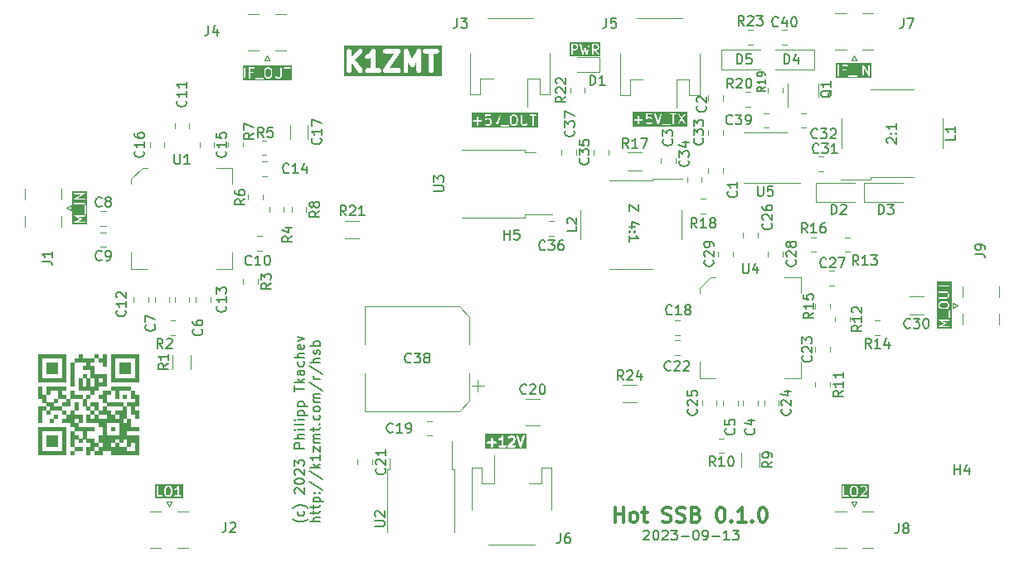
<source format=gbr>
%TF.GenerationSoftware,KiCad,Pcbnew,7.0.7*%
%TF.CreationDate,2023-09-13T19:56:45-04:00*%
%TF.ProjectId,AD831HotBoard,41443833-3148-46f7-9442-6f6172642e6b,0.1.0*%
%TF.SameCoordinates,Original*%
%TF.FileFunction,Legend,Top*%
%TF.FilePolarity,Positive*%
%FSLAX46Y46*%
G04 Gerber Fmt 4.6, Leading zero omitted, Abs format (unit mm)*
G04 Created by KiCad (PCBNEW 7.0.7) date 2023-09-13 19:56:45*
%MOMM*%
%LPD*%
G01*
G04 APERTURE LIST*
%ADD10C,0.500000*%
%ADD11C,0.300000*%
%ADD12C,0.150000*%
%ADD13C,0.250000*%
%ADD14C,0.120000*%
%ADD15C,0.100000*%
G04 APERTURE END LIST*
D10*
G36*
X142881232Y-46492952D02*
G01*
X132857423Y-46492952D01*
X132857423Y-45957238D01*
X133143137Y-45957238D01*
X133162167Y-46052909D01*
X133216360Y-46134015D01*
X133297466Y-46188208D01*
X133393137Y-46207238D01*
X133488808Y-46188208D01*
X133569914Y-46134015D01*
X133624107Y-46052909D01*
X133643137Y-45957238D01*
X133643137Y-45203648D01*
X133651803Y-45194982D01*
X134335994Y-46107238D01*
X134408620Y-46172357D01*
X134500638Y-46204726D01*
X134598039Y-46199416D01*
X134685994Y-46157238D01*
X134751113Y-46084611D01*
X134783482Y-45992593D01*
X134781555Y-45957238D01*
X135047899Y-45957238D01*
X135066929Y-46052909D01*
X135121122Y-46134015D01*
X135202228Y-46188208D01*
X135297899Y-46207238D01*
X135869327Y-46207238D01*
X136440756Y-46207238D01*
X136536427Y-46188208D01*
X136617533Y-46134015D01*
X136671726Y-46052909D01*
X136690756Y-45957238D01*
X136857423Y-45957238D01*
X136862251Y-45981512D01*
X136862277Y-46006267D01*
X136871675Y-46028888D01*
X136876453Y-46052909D01*
X136890204Y-46073489D01*
X136899701Y-46096348D01*
X136917037Y-46113648D01*
X136930646Y-46134015D01*
X136951227Y-46147767D01*
X136968748Y-46165251D01*
X136991386Y-46174600D01*
X137011752Y-46188208D01*
X137036029Y-46193037D01*
X137058907Y-46202485D01*
X137083400Y-46202459D01*
X137107423Y-46207238D01*
X138440756Y-46207238D01*
X138536427Y-46188208D01*
X138617533Y-46134015D01*
X138671726Y-46052909D01*
X138690756Y-45957238D01*
X138952661Y-45957238D01*
X138971691Y-46052909D01*
X139025884Y-46134015D01*
X139106990Y-46188208D01*
X139202661Y-46207238D01*
X139298332Y-46188208D01*
X139379438Y-46134015D01*
X139433631Y-46052909D01*
X139452661Y-45957238D01*
X139452661Y-45084128D01*
X139642782Y-45491531D01*
X139665259Y-45522167D01*
X139684959Y-45554652D01*
X139693912Y-45561221D01*
X139700485Y-45570179D01*
X139732979Y-45589884D01*
X139763607Y-45612355D01*
X139774392Y-45614997D01*
X139783892Y-45620758D01*
X139821450Y-45626527D01*
X139858350Y-45635568D01*
X139869328Y-45633881D01*
X139880307Y-45635568D01*
X139917207Y-45626526D01*
X139954764Y-45620758D01*
X139964262Y-45614998D01*
X139975050Y-45612355D01*
X140005684Y-45589878D01*
X140038171Y-45570178D01*
X140044741Y-45561222D01*
X140053697Y-45554652D01*
X140073399Y-45522161D01*
X140095874Y-45491530D01*
X140285994Y-45084130D01*
X140285994Y-45957238D01*
X140305024Y-46052909D01*
X140359217Y-46134015D01*
X140440323Y-46188208D01*
X140535994Y-46207238D01*
X140631665Y-46188208D01*
X140712771Y-46134015D01*
X140766964Y-46052909D01*
X140785994Y-45957238D01*
X140785994Y-43957238D01*
X140952661Y-43957238D01*
X140971691Y-44052909D01*
X141025884Y-44134015D01*
X141106990Y-44188208D01*
X141202661Y-44207238D01*
X141524089Y-44207238D01*
X141524089Y-45957238D01*
X141543119Y-46052909D01*
X141597312Y-46134015D01*
X141678418Y-46188208D01*
X141774089Y-46207238D01*
X141869760Y-46188208D01*
X141950866Y-46134015D01*
X142005059Y-46052909D01*
X142024089Y-45957238D01*
X142024089Y-44207238D01*
X142345518Y-44207238D01*
X142441189Y-44188208D01*
X142522295Y-44134015D01*
X142576488Y-44052909D01*
X142595518Y-43957238D01*
X142576488Y-43861567D01*
X142522295Y-43780461D01*
X142441189Y-43726268D01*
X142345518Y-43707238D01*
X141202661Y-43707238D01*
X141106990Y-43726268D01*
X141025884Y-43780461D01*
X140971691Y-43861567D01*
X140952661Y-43957238D01*
X140785994Y-43957238D01*
X140777531Y-43914693D01*
X140770943Y-43871802D01*
X140768051Y-43867033D01*
X140766964Y-43861567D01*
X140742858Y-43825490D01*
X140720363Y-43788395D01*
X140715869Y-43785098D01*
X140712771Y-43780461D01*
X140676688Y-43756351D01*
X140641715Y-43730692D01*
X140636300Y-43729365D01*
X140631665Y-43726268D01*
X140589112Y-43717803D01*
X140546972Y-43707479D01*
X140541461Y-43708325D01*
X140535994Y-43707238D01*
X140493438Y-43715702D01*
X140450558Y-43722290D01*
X140445792Y-43725180D01*
X140440323Y-43726268D01*
X140404239Y-43750378D01*
X140367151Y-43772869D01*
X140363854Y-43777362D01*
X140359217Y-43780461D01*
X140335107Y-43816543D01*
X140309448Y-43851517D01*
X139869327Y-44794632D01*
X139429207Y-43851517D01*
X139403547Y-43816543D01*
X139379438Y-43780461D01*
X139374800Y-43777362D01*
X139371504Y-43772869D01*
X139334408Y-43750373D01*
X139298332Y-43726268D01*
X139292865Y-43725180D01*
X139288097Y-43722289D01*
X139245204Y-43715700D01*
X139202661Y-43707238D01*
X139197193Y-43708325D01*
X139191683Y-43707479D01*
X139149542Y-43717803D01*
X139106990Y-43726268D01*
X139102354Y-43729365D01*
X139096940Y-43730692D01*
X139061966Y-43756351D01*
X139025884Y-43780461D01*
X139022785Y-43785098D01*
X139018292Y-43788395D01*
X138995796Y-43825490D01*
X138971691Y-43861567D01*
X138970603Y-43867033D01*
X138967712Y-43871802D01*
X138961123Y-43914694D01*
X138952661Y-43957238D01*
X138952661Y-45957238D01*
X138690756Y-45957238D01*
X138671726Y-45861567D01*
X138617533Y-45780461D01*
X138536427Y-45726268D01*
X138440756Y-45707238D01*
X137574553Y-45707238D01*
X138648769Y-44095913D01*
X138658118Y-44073273D01*
X138671726Y-44052909D01*
X138676554Y-44028634D01*
X138686004Y-44005754D01*
X138685978Y-43981256D01*
X138690756Y-43957238D01*
X138685927Y-43932965D01*
X138685902Y-43908209D01*
X138676503Y-43885587D01*
X138671726Y-43861567D01*
X138657974Y-43840986D01*
X138648478Y-43818128D01*
X138631141Y-43800827D01*
X138617533Y-43780461D01*
X138596951Y-43766708D01*
X138579431Y-43749225D01*
X138556791Y-43739875D01*
X138536427Y-43726268D01*
X138512152Y-43721439D01*
X138489272Y-43711990D01*
X138464774Y-43712015D01*
X138440756Y-43707238D01*
X137107423Y-43707238D01*
X137011752Y-43726268D01*
X136930646Y-43780461D01*
X136876453Y-43861567D01*
X136857423Y-43957238D01*
X136876453Y-44052909D01*
X136930646Y-44134015D01*
X137011752Y-44188208D01*
X137107423Y-44207238D01*
X137973627Y-44207238D01*
X136899410Y-45818563D01*
X136890060Y-45841201D01*
X136876453Y-45861567D01*
X136871623Y-45885844D01*
X136862176Y-45908722D01*
X136862201Y-45933215D01*
X136857423Y-45957238D01*
X136690756Y-45957238D01*
X136671726Y-45861567D01*
X136617533Y-45780461D01*
X136536427Y-45726268D01*
X136440756Y-45707238D01*
X136119327Y-45707238D01*
X136119327Y-43957238D01*
X136114497Y-43932960D01*
X136114472Y-43908209D01*
X136105075Y-43885590D01*
X136100297Y-43861567D01*
X136086544Y-43840985D01*
X136077049Y-43818128D01*
X136059712Y-43800828D01*
X136046104Y-43780461D01*
X136025520Y-43766707D01*
X136008002Y-43749226D01*
X135985366Y-43739877D01*
X135964998Y-43726268D01*
X135940719Y-43721438D01*
X135917843Y-43711991D01*
X135893350Y-43712016D01*
X135869327Y-43707238D01*
X135845049Y-43712067D01*
X135820298Y-43712093D01*
X135797679Y-43721489D01*
X135773656Y-43726268D01*
X135753074Y-43740020D01*
X135730217Y-43749516D01*
X135712916Y-43766852D01*
X135692550Y-43780461D01*
X135678797Y-43801042D01*
X135661314Y-43818563D01*
X135484570Y-44083679D01*
X135340284Y-44227965D01*
X135186096Y-44305059D01*
X135109035Y-44364866D01*
X135060728Y-44449609D01*
X135048528Y-44546388D01*
X135074292Y-44640469D01*
X135134099Y-44717530D01*
X135218842Y-44765837D01*
X135315621Y-44778037D01*
X135409702Y-44752273D01*
X135600179Y-44657035D01*
X135619327Y-44642174D01*
X135619327Y-45707238D01*
X135297899Y-45707238D01*
X135202228Y-45726268D01*
X135121122Y-45780461D01*
X135066929Y-45861567D01*
X135047899Y-45957238D01*
X134781555Y-45957238D01*
X134778172Y-45895193D01*
X134735994Y-45807238D01*
X134008945Y-44837840D01*
X134712771Y-44134015D01*
X134766964Y-44052909D01*
X134785995Y-43957238D01*
X134766964Y-43861567D01*
X134712771Y-43780461D01*
X134631665Y-43726268D01*
X134535994Y-43707237D01*
X134440323Y-43726268D01*
X134359217Y-43780461D01*
X133643137Y-44496540D01*
X133643137Y-43957238D01*
X133624107Y-43861567D01*
X133569914Y-43780461D01*
X133488808Y-43726268D01*
X133393137Y-43707238D01*
X133297466Y-43726268D01*
X133216360Y-43780461D01*
X133162167Y-43861567D01*
X133143137Y-43957238D01*
X133143137Y-45957238D01*
X132857423Y-45957238D01*
X132857423Y-43421523D01*
X142881232Y-43421523D01*
X142881232Y-46492952D01*
G37*
D11*
X160574510Y-92129828D02*
X160574510Y-90629828D01*
X160574510Y-91344114D02*
X161431653Y-91344114D01*
X161431653Y-92129828D02*
X161431653Y-90629828D01*
X162360225Y-92129828D02*
X162217368Y-92058400D01*
X162217368Y-92058400D02*
X162145939Y-91986971D01*
X162145939Y-91986971D02*
X162074511Y-91844114D01*
X162074511Y-91844114D02*
X162074511Y-91415542D01*
X162074511Y-91415542D02*
X162145939Y-91272685D01*
X162145939Y-91272685D02*
X162217368Y-91201257D01*
X162217368Y-91201257D02*
X162360225Y-91129828D01*
X162360225Y-91129828D02*
X162574511Y-91129828D01*
X162574511Y-91129828D02*
X162717368Y-91201257D01*
X162717368Y-91201257D02*
X162788797Y-91272685D01*
X162788797Y-91272685D02*
X162860225Y-91415542D01*
X162860225Y-91415542D02*
X162860225Y-91844114D01*
X162860225Y-91844114D02*
X162788797Y-91986971D01*
X162788797Y-91986971D02*
X162717368Y-92058400D01*
X162717368Y-92058400D02*
X162574511Y-92129828D01*
X162574511Y-92129828D02*
X162360225Y-92129828D01*
X163288797Y-91129828D02*
X163860225Y-91129828D01*
X163503082Y-90629828D02*
X163503082Y-91915542D01*
X163503082Y-91915542D02*
X163574511Y-92058400D01*
X163574511Y-92058400D02*
X163717368Y-92129828D01*
X163717368Y-92129828D02*
X163860225Y-92129828D01*
X165431654Y-92058400D02*
X165645940Y-92129828D01*
X165645940Y-92129828D02*
X166003082Y-92129828D01*
X166003082Y-92129828D02*
X166145940Y-92058400D01*
X166145940Y-92058400D02*
X166217368Y-91986971D01*
X166217368Y-91986971D02*
X166288797Y-91844114D01*
X166288797Y-91844114D02*
X166288797Y-91701257D01*
X166288797Y-91701257D02*
X166217368Y-91558400D01*
X166217368Y-91558400D02*
X166145940Y-91486971D01*
X166145940Y-91486971D02*
X166003082Y-91415542D01*
X166003082Y-91415542D02*
X165717368Y-91344114D01*
X165717368Y-91344114D02*
X165574511Y-91272685D01*
X165574511Y-91272685D02*
X165503082Y-91201257D01*
X165503082Y-91201257D02*
X165431654Y-91058400D01*
X165431654Y-91058400D02*
X165431654Y-90915542D01*
X165431654Y-90915542D02*
X165503082Y-90772685D01*
X165503082Y-90772685D02*
X165574511Y-90701257D01*
X165574511Y-90701257D02*
X165717368Y-90629828D01*
X165717368Y-90629828D02*
X166074511Y-90629828D01*
X166074511Y-90629828D02*
X166288797Y-90701257D01*
X166860225Y-92058400D02*
X167074511Y-92129828D01*
X167074511Y-92129828D02*
X167431653Y-92129828D01*
X167431653Y-92129828D02*
X167574511Y-92058400D01*
X167574511Y-92058400D02*
X167645939Y-91986971D01*
X167645939Y-91986971D02*
X167717368Y-91844114D01*
X167717368Y-91844114D02*
X167717368Y-91701257D01*
X167717368Y-91701257D02*
X167645939Y-91558400D01*
X167645939Y-91558400D02*
X167574511Y-91486971D01*
X167574511Y-91486971D02*
X167431653Y-91415542D01*
X167431653Y-91415542D02*
X167145939Y-91344114D01*
X167145939Y-91344114D02*
X167003082Y-91272685D01*
X167003082Y-91272685D02*
X166931653Y-91201257D01*
X166931653Y-91201257D02*
X166860225Y-91058400D01*
X166860225Y-91058400D02*
X166860225Y-90915542D01*
X166860225Y-90915542D02*
X166931653Y-90772685D01*
X166931653Y-90772685D02*
X167003082Y-90701257D01*
X167003082Y-90701257D02*
X167145939Y-90629828D01*
X167145939Y-90629828D02*
X167503082Y-90629828D01*
X167503082Y-90629828D02*
X167717368Y-90701257D01*
X168860224Y-91344114D02*
X169074510Y-91415542D01*
X169074510Y-91415542D02*
X169145939Y-91486971D01*
X169145939Y-91486971D02*
X169217367Y-91629828D01*
X169217367Y-91629828D02*
X169217367Y-91844114D01*
X169217367Y-91844114D02*
X169145939Y-91986971D01*
X169145939Y-91986971D02*
X169074510Y-92058400D01*
X169074510Y-92058400D02*
X168931653Y-92129828D01*
X168931653Y-92129828D02*
X168360224Y-92129828D01*
X168360224Y-92129828D02*
X168360224Y-90629828D01*
X168360224Y-90629828D02*
X168860224Y-90629828D01*
X168860224Y-90629828D02*
X169003082Y-90701257D01*
X169003082Y-90701257D02*
X169074510Y-90772685D01*
X169074510Y-90772685D02*
X169145939Y-90915542D01*
X169145939Y-90915542D02*
X169145939Y-91058400D01*
X169145939Y-91058400D02*
X169074510Y-91201257D01*
X169074510Y-91201257D02*
X169003082Y-91272685D01*
X169003082Y-91272685D02*
X168860224Y-91344114D01*
X168860224Y-91344114D02*
X168360224Y-91344114D01*
X171288796Y-90629828D02*
X171431653Y-90629828D01*
X171431653Y-90629828D02*
X171574510Y-90701257D01*
X171574510Y-90701257D02*
X171645939Y-90772685D01*
X171645939Y-90772685D02*
X171717367Y-90915542D01*
X171717367Y-90915542D02*
X171788796Y-91201257D01*
X171788796Y-91201257D02*
X171788796Y-91558400D01*
X171788796Y-91558400D02*
X171717367Y-91844114D01*
X171717367Y-91844114D02*
X171645939Y-91986971D01*
X171645939Y-91986971D02*
X171574510Y-92058400D01*
X171574510Y-92058400D02*
X171431653Y-92129828D01*
X171431653Y-92129828D02*
X171288796Y-92129828D01*
X171288796Y-92129828D02*
X171145939Y-92058400D01*
X171145939Y-92058400D02*
X171074510Y-91986971D01*
X171074510Y-91986971D02*
X171003081Y-91844114D01*
X171003081Y-91844114D02*
X170931653Y-91558400D01*
X170931653Y-91558400D02*
X170931653Y-91201257D01*
X170931653Y-91201257D02*
X171003081Y-90915542D01*
X171003081Y-90915542D02*
X171074510Y-90772685D01*
X171074510Y-90772685D02*
X171145939Y-90701257D01*
X171145939Y-90701257D02*
X171288796Y-90629828D01*
X172431652Y-91986971D02*
X172503081Y-92058400D01*
X172503081Y-92058400D02*
X172431652Y-92129828D01*
X172431652Y-92129828D02*
X172360224Y-92058400D01*
X172360224Y-92058400D02*
X172431652Y-91986971D01*
X172431652Y-91986971D02*
X172431652Y-92129828D01*
X173931653Y-92129828D02*
X173074510Y-92129828D01*
X173503081Y-92129828D02*
X173503081Y-90629828D01*
X173503081Y-90629828D02*
X173360224Y-90844114D01*
X173360224Y-90844114D02*
X173217367Y-90986971D01*
X173217367Y-90986971D02*
X173074510Y-91058400D01*
X174574509Y-91986971D02*
X174645938Y-92058400D01*
X174645938Y-92058400D02*
X174574509Y-92129828D01*
X174574509Y-92129828D02*
X174503081Y-92058400D01*
X174503081Y-92058400D02*
X174574509Y-91986971D01*
X174574509Y-91986971D02*
X174574509Y-92129828D01*
X175574510Y-90629828D02*
X175717367Y-90629828D01*
X175717367Y-90629828D02*
X175860224Y-90701257D01*
X175860224Y-90701257D02*
X175931653Y-90772685D01*
X175931653Y-90772685D02*
X176003081Y-90915542D01*
X176003081Y-90915542D02*
X176074510Y-91201257D01*
X176074510Y-91201257D02*
X176074510Y-91558400D01*
X176074510Y-91558400D02*
X176003081Y-91844114D01*
X176003081Y-91844114D02*
X175931653Y-91986971D01*
X175931653Y-91986971D02*
X175860224Y-92058400D01*
X175860224Y-92058400D02*
X175717367Y-92129828D01*
X175717367Y-92129828D02*
X175574510Y-92129828D01*
X175574510Y-92129828D02*
X175431653Y-92058400D01*
X175431653Y-92058400D02*
X175360224Y-91986971D01*
X175360224Y-91986971D02*
X175288795Y-91844114D01*
X175288795Y-91844114D02*
X175217367Y-91558400D01*
X175217367Y-91558400D02*
X175217367Y-91201257D01*
X175217367Y-91201257D02*
X175288795Y-90915542D01*
X175288795Y-90915542D02*
X175360224Y-90772685D01*
X175360224Y-90772685D02*
X175431653Y-90701257D01*
X175431653Y-90701257D02*
X175574510Y-90629828D01*
D12*
X163484160Y-93072057D02*
X163531779Y-93024438D01*
X163531779Y-93024438D02*
X163627017Y-92976819D01*
X163627017Y-92976819D02*
X163865112Y-92976819D01*
X163865112Y-92976819D02*
X163960350Y-93024438D01*
X163960350Y-93024438D02*
X164007969Y-93072057D01*
X164007969Y-93072057D02*
X164055588Y-93167295D01*
X164055588Y-93167295D02*
X164055588Y-93262533D01*
X164055588Y-93262533D02*
X164007969Y-93405390D01*
X164007969Y-93405390D02*
X163436541Y-93976819D01*
X163436541Y-93976819D02*
X164055588Y-93976819D01*
X164674636Y-92976819D02*
X164769874Y-92976819D01*
X164769874Y-92976819D02*
X164865112Y-93024438D01*
X164865112Y-93024438D02*
X164912731Y-93072057D01*
X164912731Y-93072057D02*
X164960350Y-93167295D01*
X164960350Y-93167295D02*
X165007969Y-93357771D01*
X165007969Y-93357771D02*
X165007969Y-93595866D01*
X165007969Y-93595866D02*
X164960350Y-93786342D01*
X164960350Y-93786342D02*
X164912731Y-93881580D01*
X164912731Y-93881580D02*
X164865112Y-93929200D01*
X164865112Y-93929200D02*
X164769874Y-93976819D01*
X164769874Y-93976819D02*
X164674636Y-93976819D01*
X164674636Y-93976819D02*
X164579398Y-93929200D01*
X164579398Y-93929200D02*
X164531779Y-93881580D01*
X164531779Y-93881580D02*
X164484160Y-93786342D01*
X164484160Y-93786342D02*
X164436541Y-93595866D01*
X164436541Y-93595866D02*
X164436541Y-93357771D01*
X164436541Y-93357771D02*
X164484160Y-93167295D01*
X164484160Y-93167295D02*
X164531779Y-93072057D01*
X164531779Y-93072057D02*
X164579398Y-93024438D01*
X164579398Y-93024438D02*
X164674636Y-92976819D01*
X165388922Y-93072057D02*
X165436541Y-93024438D01*
X165436541Y-93024438D02*
X165531779Y-92976819D01*
X165531779Y-92976819D02*
X165769874Y-92976819D01*
X165769874Y-92976819D02*
X165865112Y-93024438D01*
X165865112Y-93024438D02*
X165912731Y-93072057D01*
X165912731Y-93072057D02*
X165960350Y-93167295D01*
X165960350Y-93167295D02*
X165960350Y-93262533D01*
X165960350Y-93262533D02*
X165912731Y-93405390D01*
X165912731Y-93405390D02*
X165341303Y-93976819D01*
X165341303Y-93976819D02*
X165960350Y-93976819D01*
X166293684Y-92976819D02*
X166912731Y-92976819D01*
X166912731Y-92976819D02*
X166579398Y-93357771D01*
X166579398Y-93357771D02*
X166722255Y-93357771D01*
X166722255Y-93357771D02*
X166817493Y-93405390D01*
X166817493Y-93405390D02*
X166865112Y-93453009D01*
X166865112Y-93453009D02*
X166912731Y-93548247D01*
X166912731Y-93548247D02*
X166912731Y-93786342D01*
X166912731Y-93786342D02*
X166865112Y-93881580D01*
X166865112Y-93881580D02*
X166817493Y-93929200D01*
X166817493Y-93929200D02*
X166722255Y-93976819D01*
X166722255Y-93976819D02*
X166436541Y-93976819D01*
X166436541Y-93976819D02*
X166341303Y-93929200D01*
X166341303Y-93929200D02*
X166293684Y-93881580D01*
X167341303Y-93595866D02*
X168103208Y-93595866D01*
X168769874Y-92976819D02*
X168865112Y-92976819D01*
X168865112Y-92976819D02*
X168960350Y-93024438D01*
X168960350Y-93024438D02*
X169007969Y-93072057D01*
X169007969Y-93072057D02*
X169055588Y-93167295D01*
X169055588Y-93167295D02*
X169103207Y-93357771D01*
X169103207Y-93357771D02*
X169103207Y-93595866D01*
X169103207Y-93595866D02*
X169055588Y-93786342D01*
X169055588Y-93786342D02*
X169007969Y-93881580D01*
X169007969Y-93881580D02*
X168960350Y-93929200D01*
X168960350Y-93929200D02*
X168865112Y-93976819D01*
X168865112Y-93976819D02*
X168769874Y-93976819D01*
X168769874Y-93976819D02*
X168674636Y-93929200D01*
X168674636Y-93929200D02*
X168627017Y-93881580D01*
X168627017Y-93881580D02*
X168579398Y-93786342D01*
X168579398Y-93786342D02*
X168531779Y-93595866D01*
X168531779Y-93595866D02*
X168531779Y-93357771D01*
X168531779Y-93357771D02*
X168579398Y-93167295D01*
X168579398Y-93167295D02*
X168627017Y-93072057D01*
X168627017Y-93072057D02*
X168674636Y-93024438D01*
X168674636Y-93024438D02*
X168769874Y-92976819D01*
X169579398Y-93976819D02*
X169769874Y-93976819D01*
X169769874Y-93976819D02*
X169865112Y-93929200D01*
X169865112Y-93929200D02*
X169912731Y-93881580D01*
X169912731Y-93881580D02*
X170007969Y-93738723D01*
X170007969Y-93738723D02*
X170055588Y-93548247D01*
X170055588Y-93548247D02*
X170055588Y-93167295D01*
X170055588Y-93167295D02*
X170007969Y-93072057D01*
X170007969Y-93072057D02*
X169960350Y-93024438D01*
X169960350Y-93024438D02*
X169865112Y-92976819D01*
X169865112Y-92976819D02*
X169674636Y-92976819D01*
X169674636Y-92976819D02*
X169579398Y-93024438D01*
X169579398Y-93024438D02*
X169531779Y-93072057D01*
X169531779Y-93072057D02*
X169484160Y-93167295D01*
X169484160Y-93167295D02*
X169484160Y-93405390D01*
X169484160Y-93405390D02*
X169531779Y-93500628D01*
X169531779Y-93500628D02*
X169579398Y-93548247D01*
X169579398Y-93548247D02*
X169674636Y-93595866D01*
X169674636Y-93595866D02*
X169865112Y-93595866D01*
X169865112Y-93595866D02*
X169960350Y-93548247D01*
X169960350Y-93548247D02*
X170007969Y-93500628D01*
X170007969Y-93500628D02*
X170055588Y-93405390D01*
X170484160Y-93595866D02*
X171246065Y-93595866D01*
X172246064Y-93976819D02*
X171674636Y-93976819D01*
X171960350Y-93976819D02*
X171960350Y-92976819D01*
X171960350Y-92976819D02*
X171865112Y-93119676D01*
X171865112Y-93119676D02*
X171769874Y-93214914D01*
X171769874Y-93214914D02*
X171674636Y-93262533D01*
X172579398Y-92976819D02*
X173198445Y-92976819D01*
X173198445Y-92976819D02*
X172865112Y-93357771D01*
X172865112Y-93357771D02*
X173007969Y-93357771D01*
X173007969Y-93357771D02*
X173103207Y-93405390D01*
X173103207Y-93405390D02*
X173150826Y-93453009D01*
X173150826Y-93453009D02*
X173198445Y-93548247D01*
X173198445Y-93548247D02*
X173198445Y-93786342D01*
X173198445Y-93786342D02*
X173150826Y-93881580D01*
X173150826Y-93881580D02*
X173103207Y-93929200D01*
X173103207Y-93929200D02*
X173007969Y-93976819D01*
X173007969Y-93976819D02*
X172722255Y-93976819D01*
X172722255Y-93976819D02*
X172627017Y-93929200D01*
X172627017Y-93929200D02*
X172579398Y-93881580D01*
X129196771Y-91833506D02*
X129149152Y-91881125D01*
X129149152Y-91881125D02*
X129006295Y-91976363D01*
X129006295Y-91976363D02*
X128911057Y-92023982D01*
X128911057Y-92023982D02*
X128768200Y-92071601D01*
X128768200Y-92071601D02*
X128530104Y-92119220D01*
X128530104Y-92119220D02*
X128339628Y-92119220D01*
X128339628Y-92119220D02*
X128101533Y-92071601D01*
X128101533Y-92071601D02*
X127958676Y-92023982D01*
X127958676Y-92023982D02*
X127863438Y-91976363D01*
X127863438Y-91976363D02*
X127720580Y-91881125D01*
X127720580Y-91881125D02*
X127672961Y-91833506D01*
X128768200Y-91023982D02*
X128815819Y-91119220D01*
X128815819Y-91119220D02*
X128815819Y-91309696D01*
X128815819Y-91309696D02*
X128768200Y-91404934D01*
X128768200Y-91404934D02*
X128720580Y-91452553D01*
X128720580Y-91452553D02*
X128625342Y-91500172D01*
X128625342Y-91500172D02*
X128339628Y-91500172D01*
X128339628Y-91500172D02*
X128244390Y-91452553D01*
X128244390Y-91452553D02*
X128196771Y-91404934D01*
X128196771Y-91404934D02*
X128149152Y-91309696D01*
X128149152Y-91309696D02*
X128149152Y-91119220D01*
X128149152Y-91119220D02*
X128196771Y-91023982D01*
X129196771Y-90690648D02*
X129149152Y-90643029D01*
X129149152Y-90643029D02*
X129006295Y-90547791D01*
X129006295Y-90547791D02*
X128911057Y-90500172D01*
X128911057Y-90500172D02*
X128768200Y-90452553D01*
X128768200Y-90452553D02*
X128530104Y-90404934D01*
X128530104Y-90404934D02*
X128339628Y-90404934D01*
X128339628Y-90404934D02*
X128101533Y-90452553D01*
X128101533Y-90452553D02*
X127958676Y-90500172D01*
X127958676Y-90500172D02*
X127863438Y-90547791D01*
X127863438Y-90547791D02*
X127720580Y-90643029D01*
X127720580Y-90643029D02*
X127672961Y-90690648D01*
X127911057Y-89214457D02*
X127863438Y-89166838D01*
X127863438Y-89166838D02*
X127815819Y-89071600D01*
X127815819Y-89071600D02*
X127815819Y-88833505D01*
X127815819Y-88833505D02*
X127863438Y-88738267D01*
X127863438Y-88738267D02*
X127911057Y-88690648D01*
X127911057Y-88690648D02*
X128006295Y-88643029D01*
X128006295Y-88643029D02*
X128101533Y-88643029D01*
X128101533Y-88643029D02*
X128244390Y-88690648D01*
X128244390Y-88690648D02*
X128815819Y-89262076D01*
X128815819Y-89262076D02*
X128815819Y-88643029D01*
X127815819Y-88023981D02*
X127815819Y-87928743D01*
X127815819Y-87928743D02*
X127863438Y-87833505D01*
X127863438Y-87833505D02*
X127911057Y-87785886D01*
X127911057Y-87785886D02*
X128006295Y-87738267D01*
X128006295Y-87738267D02*
X128196771Y-87690648D01*
X128196771Y-87690648D02*
X128434866Y-87690648D01*
X128434866Y-87690648D02*
X128625342Y-87738267D01*
X128625342Y-87738267D02*
X128720580Y-87785886D01*
X128720580Y-87785886D02*
X128768200Y-87833505D01*
X128768200Y-87833505D02*
X128815819Y-87928743D01*
X128815819Y-87928743D02*
X128815819Y-88023981D01*
X128815819Y-88023981D02*
X128768200Y-88119219D01*
X128768200Y-88119219D02*
X128720580Y-88166838D01*
X128720580Y-88166838D02*
X128625342Y-88214457D01*
X128625342Y-88214457D02*
X128434866Y-88262076D01*
X128434866Y-88262076D02*
X128196771Y-88262076D01*
X128196771Y-88262076D02*
X128006295Y-88214457D01*
X128006295Y-88214457D02*
X127911057Y-88166838D01*
X127911057Y-88166838D02*
X127863438Y-88119219D01*
X127863438Y-88119219D02*
X127815819Y-88023981D01*
X127911057Y-87309695D02*
X127863438Y-87262076D01*
X127863438Y-87262076D02*
X127815819Y-87166838D01*
X127815819Y-87166838D02*
X127815819Y-86928743D01*
X127815819Y-86928743D02*
X127863438Y-86833505D01*
X127863438Y-86833505D02*
X127911057Y-86785886D01*
X127911057Y-86785886D02*
X128006295Y-86738267D01*
X128006295Y-86738267D02*
X128101533Y-86738267D01*
X128101533Y-86738267D02*
X128244390Y-86785886D01*
X128244390Y-86785886D02*
X128815819Y-87357314D01*
X128815819Y-87357314D02*
X128815819Y-86738267D01*
X127815819Y-86404933D02*
X127815819Y-85785886D01*
X127815819Y-85785886D02*
X128196771Y-86119219D01*
X128196771Y-86119219D02*
X128196771Y-85976362D01*
X128196771Y-85976362D02*
X128244390Y-85881124D01*
X128244390Y-85881124D02*
X128292009Y-85833505D01*
X128292009Y-85833505D02*
X128387247Y-85785886D01*
X128387247Y-85785886D02*
X128625342Y-85785886D01*
X128625342Y-85785886D02*
X128720580Y-85833505D01*
X128720580Y-85833505D02*
X128768200Y-85881124D01*
X128768200Y-85881124D02*
X128815819Y-85976362D01*
X128815819Y-85976362D02*
X128815819Y-86262076D01*
X128815819Y-86262076D02*
X128768200Y-86357314D01*
X128768200Y-86357314D02*
X128720580Y-86404933D01*
X128815819Y-84595409D02*
X127815819Y-84595409D01*
X127815819Y-84595409D02*
X127815819Y-84214457D01*
X127815819Y-84214457D02*
X127863438Y-84119219D01*
X127863438Y-84119219D02*
X127911057Y-84071600D01*
X127911057Y-84071600D02*
X128006295Y-84023981D01*
X128006295Y-84023981D02*
X128149152Y-84023981D01*
X128149152Y-84023981D02*
X128244390Y-84071600D01*
X128244390Y-84071600D02*
X128292009Y-84119219D01*
X128292009Y-84119219D02*
X128339628Y-84214457D01*
X128339628Y-84214457D02*
X128339628Y-84595409D01*
X128815819Y-83595409D02*
X127815819Y-83595409D01*
X128815819Y-83166838D02*
X128292009Y-83166838D01*
X128292009Y-83166838D02*
X128196771Y-83214457D01*
X128196771Y-83214457D02*
X128149152Y-83309695D01*
X128149152Y-83309695D02*
X128149152Y-83452552D01*
X128149152Y-83452552D02*
X128196771Y-83547790D01*
X128196771Y-83547790D02*
X128244390Y-83595409D01*
X128815819Y-82690647D02*
X128149152Y-82690647D01*
X127815819Y-82690647D02*
X127863438Y-82738266D01*
X127863438Y-82738266D02*
X127911057Y-82690647D01*
X127911057Y-82690647D02*
X127863438Y-82643028D01*
X127863438Y-82643028D02*
X127815819Y-82690647D01*
X127815819Y-82690647D02*
X127911057Y-82690647D01*
X128815819Y-82071600D02*
X128768200Y-82166838D01*
X128768200Y-82166838D02*
X128672961Y-82214457D01*
X128672961Y-82214457D02*
X127815819Y-82214457D01*
X128815819Y-81690647D02*
X128149152Y-81690647D01*
X127815819Y-81690647D02*
X127863438Y-81738266D01*
X127863438Y-81738266D02*
X127911057Y-81690647D01*
X127911057Y-81690647D02*
X127863438Y-81643028D01*
X127863438Y-81643028D02*
X127815819Y-81690647D01*
X127815819Y-81690647D02*
X127911057Y-81690647D01*
X128149152Y-81214457D02*
X129149152Y-81214457D01*
X128196771Y-81214457D02*
X128149152Y-81119219D01*
X128149152Y-81119219D02*
X128149152Y-80928743D01*
X128149152Y-80928743D02*
X128196771Y-80833505D01*
X128196771Y-80833505D02*
X128244390Y-80785886D01*
X128244390Y-80785886D02*
X128339628Y-80738267D01*
X128339628Y-80738267D02*
X128625342Y-80738267D01*
X128625342Y-80738267D02*
X128720580Y-80785886D01*
X128720580Y-80785886D02*
X128768200Y-80833505D01*
X128768200Y-80833505D02*
X128815819Y-80928743D01*
X128815819Y-80928743D02*
X128815819Y-81119219D01*
X128815819Y-81119219D02*
X128768200Y-81214457D01*
X128149152Y-80309695D02*
X129149152Y-80309695D01*
X128196771Y-80309695D02*
X128149152Y-80214457D01*
X128149152Y-80214457D02*
X128149152Y-80023981D01*
X128149152Y-80023981D02*
X128196771Y-79928743D01*
X128196771Y-79928743D02*
X128244390Y-79881124D01*
X128244390Y-79881124D02*
X128339628Y-79833505D01*
X128339628Y-79833505D02*
X128625342Y-79833505D01*
X128625342Y-79833505D02*
X128720580Y-79881124D01*
X128720580Y-79881124D02*
X128768200Y-79928743D01*
X128768200Y-79928743D02*
X128815819Y-80023981D01*
X128815819Y-80023981D02*
X128815819Y-80214457D01*
X128815819Y-80214457D02*
X128768200Y-80309695D01*
X127815819Y-78785885D02*
X127815819Y-78214457D01*
X128815819Y-78500171D02*
X127815819Y-78500171D01*
X128815819Y-77881123D02*
X127815819Y-77881123D01*
X128434866Y-77785885D02*
X128815819Y-77500171D01*
X128149152Y-77500171D02*
X128530104Y-77881123D01*
X128815819Y-76643028D02*
X128292009Y-76643028D01*
X128292009Y-76643028D02*
X128196771Y-76690647D01*
X128196771Y-76690647D02*
X128149152Y-76785885D01*
X128149152Y-76785885D02*
X128149152Y-76976361D01*
X128149152Y-76976361D02*
X128196771Y-77071599D01*
X128768200Y-76643028D02*
X128815819Y-76738266D01*
X128815819Y-76738266D02*
X128815819Y-76976361D01*
X128815819Y-76976361D02*
X128768200Y-77071599D01*
X128768200Y-77071599D02*
X128672961Y-77119218D01*
X128672961Y-77119218D02*
X128577723Y-77119218D01*
X128577723Y-77119218D02*
X128482485Y-77071599D01*
X128482485Y-77071599D02*
X128434866Y-76976361D01*
X128434866Y-76976361D02*
X128434866Y-76738266D01*
X128434866Y-76738266D02*
X128387247Y-76643028D01*
X128768200Y-75738266D02*
X128815819Y-75833504D01*
X128815819Y-75833504D02*
X128815819Y-76023980D01*
X128815819Y-76023980D02*
X128768200Y-76119218D01*
X128768200Y-76119218D02*
X128720580Y-76166837D01*
X128720580Y-76166837D02*
X128625342Y-76214456D01*
X128625342Y-76214456D02*
X128339628Y-76214456D01*
X128339628Y-76214456D02*
X128244390Y-76166837D01*
X128244390Y-76166837D02*
X128196771Y-76119218D01*
X128196771Y-76119218D02*
X128149152Y-76023980D01*
X128149152Y-76023980D02*
X128149152Y-75833504D01*
X128149152Y-75833504D02*
X128196771Y-75738266D01*
X128815819Y-75309694D02*
X127815819Y-75309694D01*
X128815819Y-74881123D02*
X128292009Y-74881123D01*
X128292009Y-74881123D02*
X128196771Y-74928742D01*
X128196771Y-74928742D02*
X128149152Y-75023980D01*
X128149152Y-75023980D02*
X128149152Y-75166837D01*
X128149152Y-75166837D02*
X128196771Y-75262075D01*
X128196771Y-75262075D02*
X128244390Y-75309694D01*
X128768200Y-74023980D02*
X128815819Y-74119218D01*
X128815819Y-74119218D02*
X128815819Y-74309694D01*
X128815819Y-74309694D02*
X128768200Y-74404932D01*
X128768200Y-74404932D02*
X128672961Y-74452551D01*
X128672961Y-74452551D02*
X128292009Y-74452551D01*
X128292009Y-74452551D02*
X128196771Y-74404932D01*
X128196771Y-74404932D02*
X128149152Y-74309694D01*
X128149152Y-74309694D02*
X128149152Y-74119218D01*
X128149152Y-74119218D02*
X128196771Y-74023980D01*
X128196771Y-74023980D02*
X128292009Y-73976361D01*
X128292009Y-73976361D02*
X128387247Y-73976361D01*
X128387247Y-73976361D02*
X128482485Y-74452551D01*
X128149152Y-73643027D02*
X128815819Y-73404932D01*
X128815819Y-73404932D02*
X128149152Y-73166837D01*
X130425819Y-92119220D02*
X129425819Y-92119220D01*
X130425819Y-91690649D02*
X129902009Y-91690649D01*
X129902009Y-91690649D02*
X129806771Y-91738268D01*
X129806771Y-91738268D02*
X129759152Y-91833506D01*
X129759152Y-91833506D02*
X129759152Y-91976363D01*
X129759152Y-91976363D02*
X129806771Y-92071601D01*
X129806771Y-92071601D02*
X129854390Y-92119220D01*
X129759152Y-91357315D02*
X129759152Y-90976363D01*
X129425819Y-91214458D02*
X130282961Y-91214458D01*
X130282961Y-91214458D02*
X130378200Y-91166839D01*
X130378200Y-91166839D02*
X130425819Y-91071601D01*
X130425819Y-91071601D02*
X130425819Y-90976363D01*
X129759152Y-90785886D02*
X129759152Y-90404934D01*
X129425819Y-90643029D02*
X130282961Y-90643029D01*
X130282961Y-90643029D02*
X130378200Y-90595410D01*
X130378200Y-90595410D02*
X130425819Y-90500172D01*
X130425819Y-90500172D02*
X130425819Y-90404934D01*
X129759152Y-90071600D02*
X130759152Y-90071600D01*
X129806771Y-90071600D02*
X129759152Y-89976362D01*
X129759152Y-89976362D02*
X129759152Y-89785886D01*
X129759152Y-89785886D02*
X129806771Y-89690648D01*
X129806771Y-89690648D02*
X129854390Y-89643029D01*
X129854390Y-89643029D02*
X129949628Y-89595410D01*
X129949628Y-89595410D02*
X130235342Y-89595410D01*
X130235342Y-89595410D02*
X130330580Y-89643029D01*
X130330580Y-89643029D02*
X130378200Y-89690648D01*
X130378200Y-89690648D02*
X130425819Y-89785886D01*
X130425819Y-89785886D02*
X130425819Y-89976362D01*
X130425819Y-89976362D02*
X130378200Y-90071600D01*
X130330580Y-89166838D02*
X130378200Y-89119219D01*
X130378200Y-89119219D02*
X130425819Y-89166838D01*
X130425819Y-89166838D02*
X130378200Y-89214457D01*
X130378200Y-89214457D02*
X130330580Y-89166838D01*
X130330580Y-89166838D02*
X130425819Y-89166838D01*
X129806771Y-89166838D02*
X129854390Y-89119219D01*
X129854390Y-89119219D02*
X129902009Y-89166838D01*
X129902009Y-89166838D02*
X129854390Y-89214457D01*
X129854390Y-89214457D02*
X129806771Y-89166838D01*
X129806771Y-89166838D02*
X129902009Y-89166838D01*
X129378200Y-87976363D02*
X130663914Y-88833505D01*
X129378200Y-86928744D02*
X130663914Y-87785886D01*
X130425819Y-86595410D02*
X129425819Y-86595410D01*
X130044866Y-86500172D02*
X130425819Y-86214458D01*
X129759152Y-86214458D02*
X130140104Y-86595410D01*
X130425819Y-85262077D02*
X130425819Y-85833505D01*
X130425819Y-85547791D02*
X129425819Y-85547791D01*
X129425819Y-85547791D02*
X129568676Y-85643029D01*
X129568676Y-85643029D02*
X129663914Y-85738267D01*
X129663914Y-85738267D02*
X129711533Y-85833505D01*
X129759152Y-84928743D02*
X129759152Y-84404934D01*
X129759152Y-84404934D02*
X130425819Y-84928743D01*
X130425819Y-84928743D02*
X130425819Y-84404934D01*
X130425819Y-84023981D02*
X129759152Y-84023981D01*
X129854390Y-84023981D02*
X129806771Y-83976362D01*
X129806771Y-83976362D02*
X129759152Y-83881124D01*
X129759152Y-83881124D02*
X129759152Y-83738267D01*
X129759152Y-83738267D02*
X129806771Y-83643029D01*
X129806771Y-83643029D02*
X129902009Y-83595410D01*
X129902009Y-83595410D02*
X130425819Y-83595410D01*
X129902009Y-83595410D02*
X129806771Y-83547791D01*
X129806771Y-83547791D02*
X129759152Y-83452553D01*
X129759152Y-83452553D02*
X129759152Y-83309696D01*
X129759152Y-83309696D02*
X129806771Y-83214457D01*
X129806771Y-83214457D02*
X129902009Y-83166838D01*
X129902009Y-83166838D02*
X130425819Y-83166838D01*
X129759152Y-82833505D02*
X129759152Y-82452553D01*
X129425819Y-82690648D02*
X130282961Y-82690648D01*
X130282961Y-82690648D02*
X130378200Y-82643029D01*
X130378200Y-82643029D02*
X130425819Y-82547791D01*
X130425819Y-82547791D02*
X130425819Y-82452553D01*
X130330580Y-82119219D02*
X130378200Y-82071600D01*
X130378200Y-82071600D02*
X130425819Y-82119219D01*
X130425819Y-82119219D02*
X130378200Y-82166838D01*
X130378200Y-82166838D02*
X130330580Y-82119219D01*
X130330580Y-82119219D02*
X130425819Y-82119219D01*
X130378200Y-81214458D02*
X130425819Y-81309696D01*
X130425819Y-81309696D02*
X130425819Y-81500172D01*
X130425819Y-81500172D02*
X130378200Y-81595410D01*
X130378200Y-81595410D02*
X130330580Y-81643029D01*
X130330580Y-81643029D02*
X130235342Y-81690648D01*
X130235342Y-81690648D02*
X129949628Y-81690648D01*
X129949628Y-81690648D02*
X129854390Y-81643029D01*
X129854390Y-81643029D02*
X129806771Y-81595410D01*
X129806771Y-81595410D02*
X129759152Y-81500172D01*
X129759152Y-81500172D02*
X129759152Y-81309696D01*
X129759152Y-81309696D02*
X129806771Y-81214458D01*
X130425819Y-80643029D02*
X130378200Y-80738267D01*
X130378200Y-80738267D02*
X130330580Y-80785886D01*
X130330580Y-80785886D02*
X130235342Y-80833505D01*
X130235342Y-80833505D02*
X129949628Y-80833505D01*
X129949628Y-80833505D02*
X129854390Y-80785886D01*
X129854390Y-80785886D02*
X129806771Y-80738267D01*
X129806771Y-80738267D02*
X129759152Y-80643029D01*
X129759152Y-80643029D02*
X129759152Y-80500172D01*
X129759152Y-80500172D02*
X129806771Y-80404934D01*
X129806771Y-80404934D02*
X129854390Y-80357315D01*
X129854390Y-80357315D02*
X129949628Y-80309696D01*
X129949628Y-80309696D02*
X130235342Y-80309696D01*
X130235342Y-80309696D02*
X130330580Y-80357315D01*
X130330580Y-80357315D02*
X130378200Y-80404934D01*
X130378200Y-80404934D02*
X130425819Y-80500172D01*
X130425819Y-80500172D02*
X130425819Y-80643029D01*
X130425819Y-79881124D02*
X129759152Y-79881124D01*
X129854390Y-79881124D02*
X129806771Y-79833505D01*
X129806771Y-79833505D02*
X129759152Y-79738267D01*
X129759152Y-79738267D02*
X129759152Y-79595410D01*
X129759152Y-79595410D02*
X129806771Y-79500172D01*
X129806771Y-79500172D02*
X129902009Y-79452553D01*
X129902009Y-79452553D02*
X130425819Y-79452553D01*
X129902009Y-79452553D02*
X129806771Y-79404934D01*
X129806771Y-79404934D02*
X129759152Y-79309696D01*
X129759152Y-79309696D02*
X129759152Y-79166839D01*
X129759152Y-79166839D02*
X129806771Y-79071600D01*
X129806771Y-79071600D02*
X129902009Y-79023981D01*
X129902009Y-79023981D02*
X130425819Y-79023981D01*
X129378200Y-77833506D02*
X130663914Y-78690648D01*
X130425819Y-77500172D02*
X129759152Y-77500172D01*
X129949628Y-77500172D02*
X129854390Y-77452553D01*
X129854390Y-77452553D02*
X129806771Y-77404934D01*
X129806771Y-77404934D02*
X129759152Y-77309696D01*
X129759152Y-77309696D02*
X129759152Y-77214458D01*
X129378200Y-76166839D02*
X130663914Y-77023981D01*
X130425819Y-75833505D02*
X129425819Y-75833505D01*
X130425819Y-75404934D02*
X129902009Y-75404934D01*
X129902009Y-75404934D02*
X129806771Y-75452553D01*
X129806771Y-75452553D02*
X129759152Y-75547791D01*
X129759152Y-75547791D02*
X129759152Y-75690648D01*
X129759152Y-75690648D02*
X129806771Y-75785886D01*
X129806771Y-75785886D02*
X129854390Y-75833505D01*
X130378200Y-74976362D02*
X130425819Y-74881124D01*
X130425819Y-74881124D02*
X130425819Y-74690648D01*
X130425819Y-74690648D02*
X130378200Y-74595410D01*
X130378200Y-74595410D02*
X130282961Y-74547791D01*
X130282961Y-74547791D02*
X130235342Y-74547791D01*
X130235342Y-74547791D02*
X130140104Y-74595410D01*
X130140104Y-74595410D02*
X130092485Y-74690648D01*
X130092485Y-74690648D02*
X130092485Y-74833505D01*
X130092485Y-74833505D02*
X130044866Y-74928743D01*
X130044866Y-74928743D02*
X129949628Y-74976362D01*
X129949628Y-74976362D02*
X129902009Y-74976362D01*
X129902009Y-74976362D02*
X129806771Y-74928743D01*
X129806771Y-74928743D02*
X129759152Y-74833505D01*
X129759152Y-74833505D02*
X129759152Y-74690648D01*
X129759152Y-74690648D02*
X129806771Y-74595410D01*
X130425819Y-74119219D02*
X129425819Y-74119219D01*
X129806771Y-74119219D02*
X129759152Y-74023981D01*
X129759152Y-74023981D02*
X129759152Y-73833505D01*
X129759152Y-73833505D02*
X129806771Y-73738267D01*
X129806771Y-73738267D02*
X129854390Y-73690648D01*
X129854390Y-73690648D02*
X129949628Y-73643029D01*
X129949628Y-73643029D02*
X130235342Y-73643029D01*
X130235342Y-73643029D02*
X130330580Y-73690648D01*
X130330580Y-73690648D02*
X130378200Y-73738267D01*
X130378200Y-73738267D02*
X130425819Y-73833505D01*
X130425819Y-73833505D02*
X130425819Y-74023981D01*
X130425819Y-74023981D02*
X130378200Y-74119219D01*
X176603819Y-85957166D02*
X176127628Y-86290499D01*
X176603819Y-86528594D02*
X175603819Y-86528594D01*
X175603819Y-86528594D02*
X175603819Y-86147642D01*
X175603819Y-86147642D02*
X175651438Y-86052404D01*
X175651438Y-86052404D02*
X175699057Y-86004785D01*
X175699057Y-86004785D02*
X175794295Y-85957166D01*
X175794295Y-85957166D02*
X175937152Y-85957166D01*
X175937152Y-85957166D02*
X176032390Y-86004785D01*
X176032390Y-86004785D02*
X176080009Y-86052404D01*
X176080009Y-86052404D02*
X176127628Y-86147642D01*
X176127628Y-86147642D02*
X176127628Y-86528594D01*
X176603819Y-85480975D02*
X176603819Y-85290499D01*
X176603819Y-85290499D02*
X176556200Y-85195261D01*
X176556200Y-85195261D02*
X176508580Y-85147642D01*
X176508580Y-85147642D02*
X176365723Y-85052404D01*
X176365723Y-85052404D02*
X176175247Y-85004785D01*
X176175247Y-85004785D02*
X175794295Y-85004785D01*
X175794295Y-85004785D02*
X175699057Y-85052404D01*
X175699057Y-85052404D02*
X175651438Y-85100023D01*
X175651438Y-85100023D02*
X175603819Y-85195261D01*
X175603819Y-85195261D02*
X175603819Y-85385737D01*
X175603819Y-85385737D02*
X175651438Y-85480975D01*
X175651438Y-85480975D02*
X175699057Y-85528594D01*
X175699057Y-85528594D02*
X175794295Y-85576213D01*
X175794295Y-85576213D02*
X176032390Y-85576213D01*
X176032390Y-85576213D02*
X176127628Y-85528594D01*
X176127628Y-85528594D02*
X176175247Y-85480975D01*
X176175247Y-85480975D02*
X176222866Y-85385737D01*
X176222866Y-85385737D02*
X176222866Y-85195261D01*
X176222866Y-85195261D02*
X176175247Y-85100023D01*
X176175247Y-85100023D02*
X176127628Y-85052404D01*
X176127628Y-85052404D02*
X176032390Y-85004785D01*
X114934819Y-75920166D02*
X114458628Y-76253499D01*
X114934819Y-76491594D02*
X113934819Y-76491594D01*
X113934819Y-76491594D02*
X113934819Y-76110642D01*
X113934819Y-76110642D02*
X113982438Y-76015404D01*
X113982438Y-76015404D02*
X114030057Y-75967785D01*
X114030057Y-75967785D02*
X114125295Y-75920166D01*
X114125295Y-75920166D02*
X114268152Y-75920166D01*
X114268152Y-75920166D02*
X114363390Y-75967785D01*
X114363390Y-75967785D02*
X114411009Y-76015404D01*
X114411009Y-76015404D02*
X114458628Y-76110642D01*
X114458628Y-76110642D02*
X114458628Y-76491594D01*
X114934819Y-74967785D02*
X114934819Y-75539213D01*
X114934819Y-75253499D02*
X113934819Y-75253499D01*
X113934819Y-75253499D02*
X114077676Y-75348737D01*
X114077676Y-75348737D02*
X114172914Y-75443975D01*
X114172914Y-75443975D02*
X114220533Y-75539213D01*
X120824666Y-92164819D02*
X120824666Y-92879104D01*
X120824666Y-92879104D02*
X120777047Y-93021961D01*
X120777047Y-93021961D02*
X120681809Y-93117200D01*
X120681809Y-93117200D02*
X120538952Y-93164819D01*
X120538952Y-93164819D02*
X120443714Y-93164819D01*
X121253238Y-92260057D02*
X121300857Y-92212438D01*
X121300857Y-92212438D02*
X121396095Y-92164819D01*
X121396095Y-92164819D02*
X121634190Y-92164819D01*
X121634190Y-92164819D02*
X121729428Y-92212438D01*
X121729428Y-92212438D02*
X121777047Y-92260057D01*
X121777047Y-92260057D02*
X121824666Y-92355295D01*
X121824666Y-92355295D02*
X121824666Y-92450533D01*
X121824666Y-92450533D02*
X121777047Y-92593390D01*
X121777047Y-92593390D02*
X121205619Y-93164819D01*
X121205619Y-93164819D02*
X121824666Y-93164819D01*
G36*
X115074620Y-88591077D02*
G01*
X115146562Y-88663019D01*
X115186904Y-88824385D01*
X115186904Y-89139250D01*
X115146562Y-89300617D01*
X115074619Y-89372561D01*
X115006104Y-89406819D01*
X114851038Y-89406819D01*
X114782522Y-89372561D01*
X114710579Y-89300617D01*
X114670238Y-89139250D01*
X114670238Y-88824385D01*
X114710579Y-88663019D01*
X114782522Y-88591077D01*
X114851038Y-88556819D01*
X115006104Y-88556819D01*
X115074620Y-88591077D01*
G37*
G36*
X116431003Y-89699676D02*
G01*
X113615476Y-89699676D01*
X113615476Y-89481819D01*
X113758333Y-89481819D01*
X113764996Y-89500127D01*
X113768381Y-89519319D01*
X113773565Y-89523669D01*
X113775880Y-89530028D01*
X113792753Y-89539770D01*
X113807681Y-89552296D01*
X113817423Y-89554013D01*
X113820309Y-89555680D01*
X113823591Y-89555101D01*
X113833333Y-89556819D01*
X114309523Y-89556819D01*
X114357732Y-89539272D01*
X114383384Y-89494843D01*
X114374475Y-89444319D01*
X114335175Y-89411342D01*
X114309523Y-89406819D01*
X113908333Y-89406819D01*
X113908333Y-89148485D01*
X114520238Y-89148485D01*
X114521423Y-89151742D01*
X114522477Y-89166675D01*
X114570096Y-89357151D01*
X114574238Y-89363283D01*
X114574883Y-89370657D01*
X114589824Y-89391994D01*
X114685062Y-89487233D01*
X114686544Y-89487924D01*
X114704554Y-89501282D01*
X114799792Y-89548901D01*
X114804245Y-89549413D01*
X114807681Y-89552296D01*
X114833333Y-89556819D01*
X115023809Y-89556819D01*
X115028022Y-89555285D01*
X115032383Y-89556327D01*
X115057350Y-89548901D01*
X115152588Y-89501282D01*
X115153713Y-89500092D01*
X115172080Y-89487233D01*
X115190518Y-89468795D01*
X115568996Y-89468795D01*
X115577905Y-89519319D01*
X115617205Y-89552296D01*
X115642857Y-89556819D01*
X116214285Y-89556819D01*
X116262494Y-89539272D01*
X116288146Y-89494843D01*
X116279237Y-89444319D01*
X116239937Y-89411342D01*
X116214285Y-89406819D01*
X116003571Y-89406819D01*
X116003571Y-88481819D01*
X116002095Y-88477765D01*
X116003116Y-88473576D01*
X115993468Y-88454063D01*
X115986024Y-88433610D01*
X115982289Y-88431454D01*
X115980378Y-88427587D01*
X115960443Y-88418840D01*
X115941595Y-88407958D01*
X115937347Y-88408706D01*
X115933398Y-88406974D01*
X115912503Y-88413087D01*
X115891071Y-88416867D01*
X115888299Y-88420169D01*
X115884160Y-88421381D01*
X115866167Y-88440216D01*
X115775046Y-88576896D01*
X115693668Y-88658275D01*
X115609316Y-88700451D01*
X115574044Y-88737705D01*
X115570969Y-88788916D01*
X115601533Y-88830121D01*
X115651431Y-88842041D01*
X115676398Y-88834615D01*
X115771636Y-88786996D01*
X115772761Y-88785806D01*
X115791128Y-88772947D01*
X115853571Y-88710503D01*
X115853571Y-89406819D01*
X115642857Y-89406819D01*
X115594648Y-89424366D01*
X115568996Y-89468795D01*
X115190518Y-89468795D01*
X115267319Y-89391993D01*
X115270446Y-89385285D01*
X115276436Y-89380940D01*
X115287046Y-89357151D01*
X115334665Y-89166675D01*
X115334304Y-89163226D01*
X115336904Y-89148485D01*
X115336904Y-88815152D01*
X115335718Y-88811894D01*
X115334665Y-88796962D01*
X115287046Y-88606486D01*
X115282904Y-88600353D01*
X115282259Y-88592980D01*
X115267318Y-88571643D01*
X115172080Y-88476405D01*
X115170598Y-88475714D01*
X115152588Y-88462356D01*
X115057350Y-88414737D01*
X115052896Y-88414224D01*
X115049461Y-88411342D01*
X115023809Y-88406819D01*
X114833333Y-88406819D01*
X114829119Y-88408352D01*
X114824758Y-88407311D01*
X114799792Y-88414737D01*
X114704554Y-88462356D01*
X114703430Y-88463542D01*
X114685062Y-88476405D01*
X114589824Y-88571643D01*
X114586696Y-88578350D01*
X114580706Y-88582697D01*
X114570096Y-88606486D01*
X114522477Y-88796962D01*
X114522837Y-88800410D01*
X114520238Y-88815152D01*
X114520238Y-89148485D01*
X113908333Y-89148485D01*
X113908333Y-88481819D01*
X113890786Y-88433610D01*
X113846357Y-88407958D01*
X113795833Y-88416867D01*
X113762856Y-88456167D01*
X113758333Y-88481819D01*
X113758333Y-89481819D01*
X113615476Y-89481819D01*
X113615476Y-88263962D01*
X116431003Y-88263962D01*
X116431003Y-89699676D01*
G37*
X113516580Y-71972466D02*
X113564200Y-72020085D01*
X113564200Y-72020085D02*
X113611819Y-72162942D01*
X113611819Y-72162942D02*
X113611819Y-72258180D01*
X113611819Y-72258180D02*
X113564200Y-72401037D01*
X113564200Y-72401037D02*
X113468961Y-72496275D01*
X113468961Y-72496275D02*
X113373723Y-72543894D01*
X113373723Y-72543894D02*
X113183247Y-72591513D01*
X113183247Y-72591513D02*
X113040390Y-72591513D01*
X113040390Y-72591513D02*
X112849914Y-72543894D01*
X112849914Y-72543894D02*
X112754676Y-72496275D01*
X112754676Y-72496275D02*
X112659438Y-72401037D01*
X112659438Y-72401037D02*
X112611819Y-72258180D01*
X112611819Y-72258180D02*
X112611819Y-72162942D01*
X112611819Y-72162942D02*
X112659438Y-72020085D01*
X112659438Y-72020085D02*
X112707057Y-71972466D01*
X112611819Y-71639132D02*
X112611819Y-70972466D01*
X112611819Y-70972466D02*
X113611819Y-71401037D01*
X178413580Y-80586857D02*
X178461200Y-80634476D01*
X178461200Y-80634476D02*
X178508819Y-80777333D01*
X178508819Y-80777333D02*
X178508819Y-80872571D01*
X178508819Y-80872571D02*
X178461200Y-81015428D01*
X178461200Y-81015428D02*
X178365961Y-81110666D01*
X178365961Y-81110666D02*
X178270723Y-81158285D01*
X178270723Y-81158285D02*
X178080247Y-81205904D01*
X178080247Y-81205904D02*
X177937390Y-81205904D01*
X177937390Y-81205904D02*
X177746914Y-81158285D01*
X177746914Y-81158285D02*
X177651676Y-81110666D01*
X177651676Y-81110666D02*
X177556438Y-81015428D01*
X177556438Y-81015428D02*
X177508819Y-80872571D01*
X177508819Y-80872571D02*
X177508819Y-80777333D01*
X177508819Y-80777333D02*
X177556438Y-80634476D01*
X177556438Y-80634476D02*
X177604057Y-80586857D01*
X177604057Y-80205904D02*
X177556438Y-80158285D01*
X177556438Y-80158285D02*
X177508819Y-80063047D01*
X177508819Y-80063047D02*
X177508819Y-79824952D01*
X177508819Y-79824952D02*
X177556438Y-79729714D01*
X177556438Y-79729714D02*
X177604057Y-79682095D01*
X177604057Y-79682095D02*
X177699295Y-79634476D01*
X177699295Y-79634476D02*
X177794533Y-79634476D01*
X177794533Y-79634476D02*
X177937390Y-79682095D01*
X177937390Y-79682095D02*
X178508819Y-80253523D01*
X178508819Y-80253523D02*
X178508819Y-79634476D01*
X177842152Y-78777333D02*
X178508819Y-78777333D01*
X177461200Y-79015428D02*
X178175485Y-79253523D01*
X178175485Y-79253523D02*
X178175485Y-78634476D01*
X166235142Y-76559580D02*
X166187523Y-76607200D01*
X166187523Y-76607200D02*
X166044666Y-76654819D01*
X166044666Y-76654819D02*
X165949428Y-76654819D01*
X165949428Y-76654819D02*
X165806571Y-76607200D01*
X165806571Y-76607200D02*
X165711333Y-76511961D01*
X165711333Y-76511961D02*
X165663714Y-76416723D01*
X165663714Y-76416723D02*
X165616095Y-76226247D01*
X165616095Y-76226247D02*
X165616095Y-76083390D01*
X165616095Y-76083390D02*
X165663714Y-75892914D01*
X165663714Y-75892914D02*
X165711333Y-75797676D01*
X165711333Y-75797676D02*
X165806571Y-75702438D01*
X165806571Y-75702438D02*
X165949428Y-75654819D01*
X165949428Y-75654819D02*
X166044666Y-75654819D01*
X166044666Y-75654819D02*
X166187523Y-75702438D01*
X166187523Y-75702438D02*
X166235142Y-75750057D01*
X166616095Y-75750057D02*
X166663714Y-75702438D01*
X166663714Y-75702438D02*
X166758952Y-75654819D01*
X166758952Y-75654819D02*
X166997047Y-75654819D01*
X166997047Y-75654819D02*
X167092285Y-75702438D01*
X167092285Y-75702438D02*
X167139904Y-75750057D01*
X167139904Y-75750057D02*
X167187523Y-75845295D01*
X167187523Y-75845295D02*
X167187523Y-75940533D01*
X167187523Y-75940533D02*
X167139904Y-76083390D01*
X167139904Y-76083390D02*
X166568476Y-76654819D01*
X166568476Y-76654819D02*
X167187523Y-76654819D01*
X167568476Y-75750057D02*
X167616095Y-75702438D01*
X167616095Y-75702438D02*
X167711333Y-75654819D01*
X167711333Y-75654819D02*
X167949428Y-75654819D01*
X167949428Y-75654819D02*
X168044666Y-75702438D01*
X168044666Y-75702438D02*
X168092285Y-75750057D01*
X168092285Y-75750057D02*
X168139904Y-75845295D01*
X168139904Y-75845295D02*
X168139904Y-75940533D01*
X168139904Y-75940533D02*
X168092285Y-76083390D01*
X168092285Y-76083390D02*
X167520857Y-76654819D01*
X167520857Y-76654819D02*
X168139904Y-76654819D01*
X161409142Y-77628819D02*
X161075809Y-77152628D01*
X160837714Y-77628819D02*
X160837714Y-76628819D01*
X160837714Y-76628819D02*
X161218666Y-76628819D01*
X161218666Y-76628819D02*
X161313904Y-76676438D01*
X161313904Y-76676438D02*
X161361523Y-76724057D01*
X161361523Y-76724057D02*
X161409142Y-76819295D01*
X161409142Y-76819295D02*
X161409142Y-76962152D01*
X161409142Y-76962152D02*
X161361523Y-77057390D01*
X161361523Y-77057390D02*
X161313904Y-77105009D01*
X161313904Y-77105009D02*
X161218666Y-77152628D01*
X161218666Y-77152628D02*
X160837714Y-77152628D01*
X161790095Y-76724057D02*
X161837714Y-76676438D01*
X161837714Y-76676438D02*
X161932952Y-76628819D01*
X161932952Y-76628819D02*
X162171047Y-76628819D01*
X162171047Y-76628819D02*
X162266285Y-76676438D01*
X162266285Y-76676438D02*
X162313904Y-76724057D01*
X162313904Y-76724057D02*
X162361523Y-76819295D01*
X162361523Y-76819295D02*
X162361523Y-76914533D01*
X162361523Y-76914533D02*
X162313904Y-77057390D01*
X162313904Y-77057390D02*
X161742476Y-77628819D01*
X161742476Y-77628819D02*
X162361523Y-77628819D01*
X163218666Y-76962152D02*
X163218666Y-77628819D01*
X162980571Y-76581200D02*
X162742476Y-77295485D01*
X162742476Y-77295485D02*
X163361523Y-77295485D01*
X177218142Y-41380580D02*
X177170523Y-41428200D01*
X177170523Y-41428200D02*
X177027666Y-41475819D01*
X177027666Y-41475819D02*
X176932428Y-41475819D01*
X176932428Y-41475819D02*
X176789571Y-41428200D01*
X176789571Y-41428200D02*
X176694333Y-41332961D01*
X176694333Y-41332961D02*
X176646714Y-41237723D01*
X176646714Y-41237723D02*
X176599095Y-41047247D01*
X176599095Y-41047247D02*
X176599095Y-40904390D01*
X176599095Y-40904390D02*
X176646714Y-40713914D01*
X176646714Y-40713914D02*
X176694333Y-40618676D01*
X176694333Y-40618676D02*
X176789571Y-40523438D01*
X176789571Y-40523438D02*
X176932428Y-40475819D01*
X176932428Y-40475819D02*
X177027666Y-40475819D01*
X177027666Y-40475819D02*
X177170523Y-40523438D01*
X177170523Y-40523438D02*
X177218142Y-40571057D01*
X178075285Y-40809152D02*
X178075285Y-41475819D01*
X177837190Y-40428200D02*
X177599095Y-41142485D01*
X177599095Y-41142485D02*
X178218142Y-41142485D01*
X178789571Y-40475819D02*
X178884809Y-40475819D01*
X178884809Y-40475819D02*
X178980047Y-40523438D01*
X178980047Y-40523438D02*
X179027666Y-40571057D01*
X179027666Y-40571057D02*
X179075285Y-40666295D01*
X179075285Y-40666295D02*
X179122904Y-40856771D01*
X179122904Y-40856771D02*
X179122904Y-41094866D01*
X179122904Y-41094866D02*
X179075285Y-41285342D01*
X179075285Y-41285342D02*
X179027666Y-41380580D01*
X179027666Y-41380580D02*
X178980047Y-41428200D01*
X178980047Y-41428200D02*
X178884809Y-41475819D01*
X178884809Y-41475819D02*
X178789571Y-41475819D01*
X178789571Y-41475819D02*
X178694333Y-41428200D01*
X178694333Y-41428200D02*
X178646714Y-41380580D01*
X178646714Y-41380580D02*
X178599095Y-41285342D01*
X178599095Y-41285342D02*
X178551476Y-41094866D01*
X178551476Y-41094866D02*
X178551476Y-40856771D01*
X178551476Y-40856771D02*
X178599095Y-40666295D01*
X178599095Y-40666295D02*
X178646714Y-40571057D01*
X178646714Y-40571057D02*
X178694333Y-40523438D01*
X178694333Y-40523438D02*
X178789571Y-40475819D01*
X119046666Y-41364819D02*
X119046666Y-42079104D01*
X119046666Y-42079104D02*
X118999047Y-42221961D01*
X118999047Y-42221961D02*
X118903809Y-42317200D01*
X118903809Y-42317200D02*
X118760952Y-42364819D01*
X118760952Y-42364819D02*
X118665714Y-42364819D01*
X119951428Y-41698152D02*
X119951428Y-42364819D01*
X119713333Y-41317200D02*
X119475238Y-42031485D01*
X119475238Y-42031485D02*
X120094285Y-42031485D01*
G36*
X125288905Y-45792077D02*
G01*
X125360848Y-45864019D01*
X125401190Y-46025386D01*
X125401190Y-46340251D01*
X125360848Y-46501617D01*
X125288905Y-46573561D01*
X125220390Y-46607819D01*
X125065324Y-46607819D01*
X124996808Y-46573561D01*
X124924865Y-46501617D01*
X124884524Y-46340251D01*
X124884524Y-46025386D01*
X124924865Y-45864019D01*
X124996808Y-45792077D01*
X125065324Y-45757819D01*
X125220390Y-45757819D01*
X125288905Y-45792077D01*
G37*
G36*
X127597670Y-46995914D02*
G01*
X122544048Y-46995914D01*
X122544048Y-46765033D01*
X123783282Y-46765033D01*
X123792191Y-46815557D01*
X123831491Y-46848534D01*
X123857143Y-46853057D01*
X124619047Y-46853057D01*
X124667256Y-46835510D01*
X124692908Y-46791081D01*
X124683999Y-46740557D01*
X124644699Y-46707580D01*
X124619047Y-46703057D01*
X123857143Y-46703057D01*
X123808934Y-46720604D01*
X123783282Y-46765033D01*
X122544048Y-46765033D01*
X122544048Y-46682819D01*
X122686905Y-46682819D01*
X122704452Y-46731028D01*
X122748881Y-46756680D01*
X122799405Y-46747771D01*
X122832382Y-46708471D01*
X122836905Y-46682819D01*
X123163095Y-46682819D01*
X123180642Y-46731028D01*
X123225071Y-46756680D01*
X123275595Y-46747771D01*
X123308572Y-46708471D01*
X123313095Y-46682819D01*
X123313095Y-46349485D01*
X124734524Y-46349485D01*
X124735709Y-46352742D01*
X124736763Y-46367675D01*
X124784382Y-46558151D01*
X124788524Y-46564283D01*
X124789169Y-46571657D01*
X124804110Y-46592994D01*
X124899348Y-46688233D01*
X124900830Y-46688924D01*
X124918840Y-46702282D01*
X125014078Y-46749901D01*
X125018531Y-46750413D01*
X125021967Y-46753296D01*
X125047619Y-46757819D01*
X125238095Y-46757819D01*
X125242308Y-46756285D01*
X125246669Y-46757327D01*
X125271636Y-46749901D01*
X125366874Y-46702282D01*
X125367999Y-46701092D01*
X125386366Y-46688233D01*
X125481605Y-46592993D01*
X125484732Y-46586285D01*
X125490722Y-46581940D01*
X125501332Y-46558151D01*
X125517784Y-46492342D01*
X125829762Y-46492342D01*
X125831295Y-46496555D01*
X125830254Y-46500916D01*
X125837680Y-46525883D01*
X125885299Y-46621121D01*
X125886487Y-46622246D01*
X125899347Y-46640612D01*
X125946966Y-46688232D01*
X125948447Y-46688922D01*
X125966459Y-46702282D01*
X126061697Y-46749901D01*
X126066150Y-46750413D01*
X126069586Y-46753296D01*
X126095238Y-46757819D01*
X126285714Y-46757819D01*
X126289927Y-46756285D01*
X126294288Y-46757327D01*
X126319255Y-46749901D01*
X126414493Y-46702282D01*
X126415617Y-46701094D01*
X126433986Y-46688232D01*
X126481604Y-46640613D01*
X126482294Y-46639131D01*
X126495653Y-46621121D01*
X126543272Y-46525883D01*
X126543784Y-46521429D01*
X126546667Y-46517994D01*
X126551190Y-46492342D01*
X126551190Y-45682819D01*
X126546450Y-45669795D01*
X126735663Y-45669795D01*
X126744572Y-45720319D01*
X126783872Y-45753296D01*
X126809524Y-45757819D01*
X127020238Y-45757819D01*
X127020238Y-46682819D01*
X127037785Y-46731028D01*
X127082214Y-46756680D01*
X127132738Y-46747771D01*
X127165715Y-46708471D01*
X127170238Y-46682819D01*
X127170238Y-45757819D01*
X127380952Y-45757819D01*
X127429161Y-45740272D01*
X127454813Y-45695843D01*
X127445904Y-45645319D01*
X127406604Y-45612342D01*
X127380952Y-45607819D01*
X126809524Y-45607819D01*
X126761315Y-45625366D01*
X126735663Y-45669795D01*
X126546450Y-45669795D01*
X126533643Y-45634610D01*
X126489214Y-45608958D01*
X126438690Y-45617867D01*
X126405713Y-45657167D01*
X126401190Y-45682819D01*
X126401189Y-46474637D01*
X126366931Y-46543153D01*
X126336524Y-46573561D01*
X126268009Y-46607819D01*
X126112943Y-46607819D01*
X126044427Y-46573561D01*
X126014020Y-46543153D01*
X125979762Y-46474636D01*
X125979762Y-45682819D01*
X125962215Y-45634610D01*
X125917786Y-45608958D01*
X125867262Y-45617867D01*
X125834285Y-45657167D01*
X125829762Y-45682819D01*
X125829762Y-46492342D01*
X125517784Y-46492342D01*
X125548951Y-46367675D01*
X125548590Y-46364226D01*
X125551190Y-46349485D01*
X125551190Y-46016152D01*
X125550004Y-46012894D01*
X125548951Y-45997962D01*
X125501332Y-45807486D01*
X125497190Y-45801353D01*
X125496545Y-45793980D01*
X125481604Y-45772643D01*
X125386366Y-45677405D01*
X125384884Y-45676714D01*
X125366874Y-45663356D01*
X125271636Y-45615737D01*
X125267182Y-45615224D01*
X125263747Y-45612342D01*
X125238095Y-45607819D01*
X125047619Y-45607819D01*
X125043405Y-45609352D01*
X125039044Y-45608311D01*
X125014078Y-45615737D01*
X124918840Y-45663356D01*
X124917716Y-45664542D01*
X124899348Y-45677405D01*
X124804110Y-45772643D01*
X124800982Y-45779350D01*
X124794992Y-45783697D01*
X124784382Y-45807486D01*
X124736763Y-45997962D01*
X124737123Y-46001410D01*
X124734524Y-46016152D01*
X124734524Y-46349485D01*
X123313095Y-46349485D01*
X123313095Y-46234009D01*
X123571428Y-46234009D01*
X123619637Y-46216462D01*
X123645289Y-46172033D01*
X123636380Y-46121509D01*
X123597080Y-46088532D01*
X123571428Y-46084009D01*
X123313095Y-46084009D01*
X123313095Y-45757819D01*
X123714285Y-45757819D01*
X123762494Y-45740272D01*
X123788146Y-45695843D01*
X123779237Y-45645319D01*
X123739937Y-45612342D01*
X123714285Y-45607819D01*
X123238095Y-45607819D01*
X123219786Y-45614482D01*
X123200595Y-45617867D01*
X123196244Y-45623051D01*
X123189886Y-45625366D01*
X123180143Y-45642239D01*
X123167618Y-45657167D01*
X123165900Y-45666909D01*
X123164234Y-45669795D01*
X123164812Y-45673077D01*
X123163095Y-45682819D01*
X123163095Y-46682819D01*
X122836905Y-46682819D01*
X122836905Y-45682819D01*
X122819358Y-45634610D01*
X122774929Y-45608958D01*
X122724405Y-45617867D01*
X122691428Y-45657167D01*
X122686905Y-45682819D01*
X122686905Y-46682819D01*
X122544048Y-46682819D01*
X122544048Y-45464962D01*
X127597670Y-45464962D01*
X127597670Y-46995914D01*
G37*
X167999580Y-55125857D02*
X168047200Y-55173476D01*
X168047200Y-55173476D02*
X168094819Y-55316333D01*
X168094819Y-55316333D02*
X168094819Y-55411571D01*
X168094819Y-55411571D02*
X168047200Y-55554428D01*
X168047200Y-55554428D02*
X167951961Y-55649666D01*
X167951961Y-55649666D02*
X167856723Y-55697285D01*
X167856723Y-55697285D02*
X167666247Y-55744904D01*
X167666247Y-55744904D02*
X167523390Y-55744904D01*
X167523390Y-55744904D02*
X167332914Y-55697285D01*
X167332914Y-55697285D02*
X167237676Y-55649666D01*
X167237676Y-55649666D02*
X167142438Y-55554428D01*
X167142438Y-55554428D02*
X167094819Y-55411571D01*
X167094819Y-55411571D02*
X167094819Y-55316333D01*
X167094819Y-55316333D02*
X167142438Y-55173476D01*
X167142438Y-55173476D02*
X167190057Y-55125857D01*
X167094819Y-54792523D02*
X167094819Y-54173476D01*
X167094819Y-54173476D02*
X167475771Y-54506809D01*
X167475771Y-54506809D02*
X167475771Y-54363952D01*
X167475771Y-54363952D02*
X167523390Y-54268714D01*
X167523390Y-54268714D02*
X167571009Y-54221095D01*
X167571009Y-54221095D02*
X167666247Y-54173476D01*
X167666247Y-54173476D02*
X167904342Y-54173476D01*
X167904342Y-54173476D02*
X167999580Y-54221095D01*
X167999580Y-54221095D02*
X168047200Y-54268714D01*
X168047200Y-54268714D02*
X168094819Y-54363952D01*
X168094819Y-54363952D02*
X168094819Y-54649666D01*
X168094819Y-54649666D02*
X168047200Y-54744904D01*
X168047200Y-54744904D02*
X167999580Y-54792523D01*
X167428152Y-53316333D02*
X168094819Y-53316333D01*
X167047200Y-53554428D02*
X167761485Y-53792523D01*
X167761485Y-53792523D02*
X167761485Y-53173476D01*
X183841819Y-78724357D02*
X183365628Y-79057690D01*
X183841819Y-79295785D02*
X182841819Y-79295785D01*
X182841819Y-79295785D02*
X182841819Y-78914833D01*
X182841819Y-78914833D02*
X182889438Y-78819595D01*
X182889438Y-78819595D02*
X182937057Y-78771976D01*
X182937057Y-78771976D02*
X183032295Y-78724357D01*
X183032295Y-78724357D02*
X183175152Y-78724357D01*
X183175152Y-78724357D02*
X183270390Y-78771976D01*
X183270390Y-78771976D02*
X183318009Y-78819595D01*
X183318009Y-78819595D02*
X183365628Y-78914833D01*
X183365628Y-78914833D02*
X183365628Y-79295785D01*
X183841819Y-77771976D02*
X183841819Y-78343404D01*
X183841819Y-78057690D02*
X182841819Y-78057690D01*
X182841819Y-78057690D02*
X182984676Y-78152928D01*
X182984676Y-78152928D02*
X183079914Y-78248166D01*
X183079914Y-78248166D02*
X183127533Y-78343404D01*
X183841819Y-76819595D02*
X183841819Y-77391023D01*
X183841819Y-77105309D02*
X182841819Y-77105309D01*
X182841819Y-77105309D02*
X182984676Y-77200547D01*
X182984676Y-77200547D02*
X183079914Y-77295785D01*
X183079914Y-77295785D02*
X183127533Y-77391023D01*
X178950580Y-65351857D02*
X178998200Y-65399476D01*
X178998200Y-65399476D02*
X179045819Y-65542333D01*
X179045819Y-65542333D02*
X179045819Y-65637571D01*
X179045819Y-65637571D02*
X178998200Y-65780428D01*
X178998200Y-65780428D02*
X178902961Y-65875666D01*
X178902961Y-65875666D02*
X178807723Y-65923285D01*
X178807723Y-65923285D02*
X178617247Y-65970904D01*
X178617247Y-65970904D02*
X178474390Y-65970904D01*
X178474390Y-65970904D02*
X178283914Y-65923285D01*
X178283914Y-65923285D02*
X178188676Y-65875666D01*
X178188676Y-65875666D02*
X178093438Y-65780428D01*
X178093438Y-65780428D02*
X178045819Y-65637571D01*
X178045819Y-65637571D02*
X178045819Y-65542333D01*
X178045819Y-65542333D02*
X178093438Y-65399476D01*
X178093438Y-65399476D02*
X178141057Y-65351857D01*
X178141057Y-64970904D02*
X178093438Y-64923285D01*
X178093438Y-64923285D02*
X178045819Y-64828047D01*
X178045819Y-64828047D02*
X178045819Y-64589952D01*
X178045819Y-64589952D02*
X178093438Y-64494714D01*
X178093438Y-64494714D02*
X178141057Y-64447095D01*
X178141057Y-64447095D02*
X178236295Y-64399476D01*
X178236295Y-64399476D02*
X178331533Y-64399476D01*
X178331533Y-64399476D02*
X178474390Y-64447095D01*
X178474390Y-64447095D02*
X179045819Y-65018523D01*
X179045819Y-65018523D02*
X179045819Y-64399476D01*
X178474390Y-63828047D02*
X178426771Y-63923285D01*
X178426771Y-63923285D02*
X178379152Y-63970904D01*
X178379152Y-63970904D02*
X178283914Y-64018523D01*
X178283914Y-64018523D02*
X178236295Y-64018523D01*
X178236295Y-64018523D02*
X178141057Y-63970904D01*
X178141057Y-63970904D02*
X178093438Y-63923285D01*
X178093438Y-63923285D02*
X178045819Y-63828047D01*
X178045819Y-63828047D02*
X178045819Y-63637571D01*
X178045819Y-63637571D02*
X178093438Y-63542333D01*
X178093438Y-63542333D02*
X178141057Y-63494714D01*
X178141057Y-63494714D02*
X178236295Y-63447095D01*
X178236295Y-63447095D02*
X178283914Y-63447095D01*
X178283914Y-63447095D02*
X178379152Y-63494714D01*
X178379152Y-63494714D02*
X178426771Y-63542333D01*
X178426771Y-63542333D02*
X178474390Y-63637571D01*
X178474390Y-63637571D02*
X178474390Y-63828047D01*
X178474390Y-63828047D02*
X178522009Y-63923285D01*
X178522009Y-63923285D02*
X178569628Y-63970904D01*
X178569628Y-63970904D02*
X178664866Y-64018523D01*
X178664866Y-64018523D02*
X178855342Y-64018523D01*
X178855342Y-64018523D02*
X178950580Y-63970904D01*
X178950580Y-63970904D02*
X178998200Y-63923285D01*
X178998200Y-63923285D02*
X179045819Y-63828047D01*
X179045819Y-63828047D02*
X179045819Y-63637571D01*
X179045819Y-63637571D02*
X178998200Y-63542333D01*
X178998200Y-63542333D02*
X178950580Y-63494714D01*
X178950580Y-63494714D02*
X178855342Y-63447095D01*
X178855342Y-63447095D02*
X178664866Y-63447095D01*
X178664866Y-63447095D02*
X178569628Y-63494714D01*
X178569628Y-63494714D02*
X178522009Y-63542333D01*
X178522009Y-63542333D02*
X178474390Y-63637571D01*
X197320819Y-64722333D02*
X198035104Y-64722333D01*
X198035104Y-64722333D02*
X198177961Y-64769952D01*
X198177961Y-64769952D02*
X198273200Y-64865190D01*
X198273200Y-64865190D02*
X198320819Y-65008047D01*
X198320819Y-65008047D02*
X198320819Y-65103285D01*
X198320819Y-64198523D02*
X198320819Y-64008047D01*
X198320819Y-64008047D02*
X198273200Y-63912809D01*
X198273200Y-63912809D02*
X198225580Y-63865190D01*
X198225580Y-63865190D02*
X198082723Y-63769952D01*
X198082723Y-63769952D02*
X197892247Y-63722333D01*
X197892247Y-63722333D02*
X197511295Y-63722333D01*
X197511295Y-63722333D02*
X197416057Y-63769952D01*
X197416057Y-63769952D02*
X197368438Y-63817571D01*
X197368438Y-63817571D02*
X197320819Y-63912809D01*
X197320819Y-63912809D02*
X197320819Y-64103285D01*
X197320819Y-64103285D02*
X197368438Y-64198523D01*
X197368438Y-64198523D02*
X197416057Y-64246142D01*
X197416057Y-64246142D02*
X197511295Y-64293761D01*
X197511295Y-64293761D02*
X197749390Y-64293761D01*
X197749390Y-64293761D02*
X197844628Y-64246142D01*
X197844628Y-64246142D02*
X197892247Y-64198523D01*
X197892247Y-64198523D02*
X197939866Y-64103285D01*
X197939866Y-64103285D02*
X197939866Y-63912809D01*
X197939866Y-63912809D02*
X197892247Y-63817571D01*
X197892247Y-63817571D02*
X197844628Y-63769952D01*
X197844628Y-63769952D02*
X197749390Y-63722333D01*
G36*
X194456617Y-69734388D02*
G01*
X194528561Y-69806331D01*
X194562819Y-69874846D01*
X194562819Y-70029913D01*
X194528561Y-70098428D01*
X194456617Y-70170371D01*
X194295251Y-70210713D01*
X193980386Y-70210713D01*
X193819019Y-70170371D01*
X193747077Y-70098429D01*
X193712819Y-70029912D01*
X193712819Y-69874846D01*
X193747076Y-69806331D01*
X193819019Y-69734388D01*
X193980386Y-69694047D01*
X194295251Y-69694047D01*
X194456617Y-69734388D01*
G37*
G36*
X194950914Y-72360713D02*
G01*
X193419962Y-72360713D01*
X193419962Y-71482705D01*
X193563102Y-71482705D01*
X193570022Y-71497556D01*
X193572867Y-71513690D01*
X193580539Y-71520128D01*
X193584770Y-71529207D01*
X193606103Y-71544154D01*
X194174750Y-71809523D01*
X193606103Y-72074892D01*
X193599022Y-72081977D01*
X193589610Y-72085403D01*
X193581417Y-72099592D01*
X193569837Y-72111180D01*
X193568966Y-72121156D01*
X193563958Y-72129832D01*
X193566803Y-72145967D01*
X193565380Y-72162289D01*
X193571127Y-72170492D01*
X193572867Y-72180356D01*
X193585417Y-72190887D01*
X193594819Y-72204305D01*
X193604493Y-72206894D01*
X193612167Y-72213333D01*
X193637819Y-72217856D01*
X194637819Y-72217856D01*
X194686028Y-72200309D01*
X194711680Y-72155880D01*
X194702771Y-72105356D01*
X194663471Y-72072379D01*
X194637819Y-72067856D01*
X193975887Y-72067856D01*
X194383821Y-71877487D01*
X194397579Y-71863720D01*
X194413528Y-71852560D01*
X194415287Y-71846000D01*
X194420086Y-71841199D01*
X194421777Y-71821810D01*
X194426821Y-71803009D01*
X194423953Y-71796855D01*
X194424544Y-71790090D01*
X194413372Y-71774146D01*
X194405153Y-71756506D01*
X194397018Y-71750806D01*
X194395104Y-71748074D01*
X194391892Y-71747214D01*
X194383821Y-71741559D01*
X193975887Y-71551190D01*
X194637819Y-71551190D01*
X194686028Y-71533643D01*
X194711680Y-71489214D01*
X194702771Y-71438690D01*
X194663471Y-71405713D01*
X194637819Y-71401190D01*
X193637819Y-71401190D01*
X193628406Y-71404615D01*
X193618429Y-71403740D01*
X193605004Y-71413133D01*
X193589610Y-71418737D01*
X193584602Y-71427409D01*
X193576395Y-71433153D01*
X193572149Y-71448978D01*
X193563958Y-71463166D01*
X193565697Y-71473030D01*
X193563102Y-71482705D01*
X193419962Y-71482705D01*
X193419962Y-71238095D01*
X194658057Y-71238095D01*
X194675604Y-71286304D01*
X194720033Y-71311956D01*
X194770557Y-71303047D01*
X194803534Y-71263747D01*
X194808057Y-71238095D01*
X194808057Y-70476190D01*
X194790510Y-70427981D01*
X194746081Y-70402329D01*
X194695557Y-70411238D01*
X194662580Y-70450538D01*
X194658057Y-70476190D01*
X194658057Y-71238095D01*
X193419962Y-71238095D01*
X193419962Y-70047618D01*
X193562819Y-70047618D01*
X193564352Y-70051831D01*
X193563311Y-70056192D01*
X193570737Y-70081159D01*
X193618356Y-70176397D01*
X193619545Y-70177522D01*
X193632405Y-70195889D01*
X193727643Y-70291127D01*
X193734350Y-70294254D01*
X193738697Y-70300245D01*
X193762486Y-70310855D01*
X193952962Y-70358474D01*
X193956410Y-70358113D01*
X193971152Y-70360713D01*
X194304485Y-70360713D01*
X194307742Y-70359527D01*
X194322675Y-70358474D01*
X194513151Y-70310855D01*
X194519283Y-70306712D01*
X194526657Y-70306068D01*
X194547994Y-70291127D01*
X194643233Y-70195889D01*
X194643924Y-70194406D01*
X194657282Y-70176397D01*
X194704901Y-70081159D01*
X194705413Y-70076705D01*
X194708296Y-70073270D01*
X194712819Y-70047618D01*
X194712819Y-69857142D01*
X194711285Y-69852928D01*
X194712327Y-69848567D01*
X194704901Y-69823601D01*
X194657282Y-69728363D01*
X194656095Y-69727239D01*
X194643233Y-69708871D01*
X194547994Y-69613633D01*
X194541286Y-69610505D01*
X194536940Y-69604515D01*
X194513151Y-69593905D01*
X194322675Y-69546286D01*
X194319226Y-69546646D01*
X194304485Y-69544047D01*
X193971152Y-69544047D01*
X193967894Y-69545232D01*
X193952962Y-69546286D01*
X193762486Y-69593905D01*
X193756353Y-69598046D01*
X193748980Y-69598692D01*
X193727643Y-69613633D01*
X193632405Y-69708871D01*
X193631714Y-69710352D01*
X193618356Y-69728363D01*
X193570737Y-69823601D01*
X193570224Y-69828054D01*
X193567342Y-69831490D01*
X193562819Y-69857142D01*
X193562819Y-70047618D01*
X193419962Y-70047618D01*
X193419962Y-69177451D01*
X193563958Y-69177451D01*
X193572867Y-69227975D01*
X193612167Y-69260952D01*
X193637819Y-69265475D01*
X194447342Y-69265475D01*
X194451555Y-69263941D01*
X194455916Y-69264983D01*
X194480883Y-69257557D01*
X194576121Y-69209938D01*
X194577246Y-69208749D01*
X194595612Y-69195890D01*
X194643232Y-69148271D01*
X194643922Y-69146789D01*
X194657282Y-69128778D01*
X194704901Y-69033540D01*
X194705413Y-69029086D01*
X194708296Y-69025651D01*
X194712819Y-68999999D01*
X194712819Y-68809523D01*
X194711285Y-68805309D01*
X194712327Y-68800948D01*
X194704901Y-68775982D01*
X194657282Y-68680744D01*
X194656094Y-68679619D01*
X194643232Y-68661251D01*
X194595612Y-68613632D01*
X194594129Y-68612940D01*
X194576121Y-68599584D01*
X194480883Y-68551965D01*
X194476429Y-68551452D01*
X194472994Y-68548570D01*
X194447342Y-68544047D01*
X193637819Y-68544047D01*
X193589610Y-68561594D01*
X193563958Y-68606023D01*
X193572867Y-68656547D01*
X193612167Y-68689524D01*
X193637819Y-68694047D01*
X194429637Y-68694047D01*
X194498153Y-68728305D01*
X194528561Y-68758712D01*
X194562819Y-68827227D01*
X194562819Y-68982294D01*
X194528561Y-69050809D01*
X194498153Y-69081216D01*
X194429637Y-69115475D01*
X193637819Y-69115475D01*
X193589610Y-69133022D01*
X193563958Y-69177451D01*
X193419962Y-69177451D01*
X193419962Y-68285713D01*
X193562819Y-68285713D01*
X193580366Y-68333922D01*
X193624795Y-68359574D01*
X193675319Y-68350665D01*
X193708296Y-68311365D01*
X193712819Y-68285713D01*
X193712819Y-68074999D01*
X194637819Y-68074999D01*
X194686028Y-68057452D01*
X194711680Y-68013023D01*
X194702771Y-67962499D01*
X194663471Y-67929522D01*
X194637819Y-67924999D01*
X193712819Y-67924999D01*
X193712819Y-67714285D01*
X193695272Y-67666076D01*
X193650843Y-67640424D01*
X193600319Y-67649333D01*
X193567342Y-67688633D01*
X193562819Y-67714285D01*
X193562819Y-68285713D01*
X193419962Y-68285713D01*
X193419962Y-67497567D01*
X194950914Y-67497567D01*
X194950914Y-72360713D01*
G37*
X180181642Y-62558819D02*
X179848309Y-62082628D01*
X179610214Y-62558819D02*
X179610214Y-61558819D01*
X179610214Y-61558819D02*
X179991166Y-61558819D01*
X179991166Y-61558819D02*
X180086404Y-61606438D01*
X180086404Y-61606438D02*
X180134023Y-61654057D01*
X180134023Y-61654057D02*
X180181642Y-61749295D01*
X180181642Y-61749295D02*
X180181642Y-61892152D01*
X180181642Y-61892152D02*
X180134023Y-61987390D01*
X180134023Y-61987390D02*
X180086404Y-62035009D01*
X180086404Y-62035009D02*
X179991166Y-62082628D01*
X179991166Y-62082628D02*
X179610214Y-62082628D01*
X181134023Y-62558819D02*
X180562595Y-62558819D01*
X180848309Y-62558819D02*
X180848309Y-61558819D01*
X180848309Y-61558819D02*
X180753071Y-61701676D01*
X180753071Y-61701676D02*
X180657833Y-61796914D01*
X180657833Y-61796914D02*
X180562595Y-61844533D01*
X181991166Y-61558819D02*
X181800690Y-61558819D01*
X181800690Y-61558819D02*
X181705452Y-61606438D01*
X181705452Y-61606438D02*
X181657833Y-61654057D01*
X181657833Y-61654057D02*
X181562595Y-61796914D01*
X181562595Y-61796914D02*
X181514976Y-61987390D01*
X181514976Y-61987390D02*
X181514976Y-62368342D01*
X181514976Y-62368342D02*
X181562595Y-62463580D01*
X181562595Y-62463580D02*
X181610214Y-62511200D01*
X181610214Y-62511200D02*
X181705452Y-62558819D01*
X181705452Y-62558819D02*
X181895928Y-62558819D01*
X181895928Y-62558819D02*
X181991166Y-62511200D01*
X181991166Y-62511200D02*
X182038785Y-62463580D01*
X182038785Y-62463580D02*
X182086404Y-62368342D01*
X182086404Y-62368342D02*
X182086404Y-62130247D01*
X182086404Y-62130247D02*
X182038785Y-62035009D01*
X182038785Y-62035009D02*
X181991166Y-61987390D01*
X181991166Y-61987390D02*
X181895928Y-61939771D01*
X181895928Y-61939771D02*
X181705452Y-61939771D01*
X181705452Y-61939771D02*
X181610214Y-61987390D01*
X181610214Y-61987390D02*
X181562595Y-62035009D01*
X181562595Y-62035009D02*
X181514976Y-62130247D01*
X174730580Y-82589666D02*
X174778200Y-82637285D01*
X174778200Y-82637285D02*
X174825819Y-82780142D01*
X174825819Y-82780142D02*
X174825819Y-82875380D01*
X174825819Y-82875380D02*
X174778200Y-83018237D01*
X174778200Y-83018237D02*
X174682961Y-83113475D01*
X174682961Y-83113475D02*
X174587723Y-83161094D01*
X174587723Y-83161094D02*
X174397247Y-83208713D01*
X174397247Y-83208713D02*
X174254390Y-83208713D01*
X174254390Y-83208713D02*
X174063914Y-83161094D01*
X174063914Y-83161094D02*
X173968676Y-83113475D01*
X173968676Y-83113475D02*
X173873438Y-83018237D01*
X173873438Y-83018237D02*
X173825819Y-82875380D01*
X173825819Y-82875380D02*
X173825819Y-82780142D01*
X173825819Y-82780142D02*
X173873438Y-82637285D01*
X173873438Y-82637285D02*
X173921057Y-82589666D01*
X174159152Y-81732523D02*
X174825819Y-81732523D01*
X173778200Y-81970618D02*
X174492485Y-82208713D01*
X174492485Y-82208713D02*
X174492485Y-81589666D01*
X116691580Y-49029857D02*
X116739200Y-49077476D01*
X116739200Y-49077476D02*
X116786819Y-49220333D01*
X116786819Y-49220333D02*
X116786819Y-49315571D01*
X116786819Y-49315571D02*
X116739200Y-49458428D01*
X116739200Y-49458428D02*
X116643961Y-49553666D01*
X116643961Y-49553666D02*
X116548723Y-49601285D01*
X116548723Y-49601285D02*
X116358247Y-49648904D01*
X116358247Y-49648904D02*
X116215390Y-49648904D01*
X116215390Y-49648904D02*
X116024914Y-49601285D01*
X116024914Y-49601285D02*
X115929676Y-49553666D01*
X115929676Y-49553666D02*
X115834438Y-49458428D01*
X115834438Y-49458428D02*
X115786819Y-49315571D01*
X115786819Y-49315571D02*
X115786819Y-49220333D01*
X115786819Y-49220333D02*
X115834438Y-49077476D01*
X115834438Y-49077476D02*
X115882057Y-49029857D01*
X116786819Y-48077476D02*
X116786819Y-48648904D01*
X116786819Y-48363190D02*
X115786819Y-48363190D01*
X115786819Y-48363190D02*
X115929676Y-48458428D01*
X115929676Y-48458428D02*
X116024914Y-48553666D01*
X116024914Y-48553666D02*
X116072533Y-48648904D01*
X116786819Y-47125095D02*
X116786819Y-47696523D01*
X116786819Y-47410809D02*
X115786819Y-47410809D01*
X115786819Y-47410809D02*
X115929676Y-47506047D01*
X115929676Y-47506047D02*
X116024914Y-47601285D01*
X116024914Y-47601285D02*
X116072533Y-47696523D01*
X172585142Y-47749619D02*
X172251809Y-47273428D01*
X172013714Y-47749619D02*
X172013714Y-46749619D01*
X172013714Y-46749619D02*
X172394666Y-46749619D01*
X172394666Y-46749619D02*
X172489904Y-46797238D01*
X172489904Y-46797238D02*
X172537523Y-46844857D01*
X172537523Y-46844857D02*
X172585142Y-46940095D01*
X172585142Y-46940095D02*
X172585142Y-47082952D01*
X172585142Y-47082952D02*
X172537523Y-47178190D01*
X172537523Y-47178190D02*
X172489904Y-47225809D01*
X172489904Y-47225809D02*
X172394666Y-47273428D01*
X172394666Y-47273428D02*
X172013714Y-47273428D01*
X172966095Y-46844857D02*
X173013714Y-46797238D01*
X173013714Y-46797238D02*
X173108952Y-46749619D01*
X173108952Y-46749619D02*
X173347047Y-46749619D01*
X173347047Y-46749619D02*
X173442285Y-46797238D01*
X173442285Y-46797238D02*
X173489904Y-46844857D01*
X173489904Y-46844857D02*
X173537523Y-46940095D01*
X173537523Y-46940095D02*
X173537523Y-47035333D01*
X173537523Y-47035333D02*
X173489904Y-47178190D01*
X173489904Y-47178190D02*
X172918476Y-47749619D01*
X172918476Y-47749619D02*
X173537523Y-47749619D01*
X174156571Y-46749619D02*
X174251809Y-46749619D01*
X174251809Y-46749619D02*
X174347047Y-46797238D01*
X174347047Y-46797238D02*
X174394666Y-46844857D01*
X174394666Y-46844857D02*
X174442285Y-46940095D01*
X174442285Y-46940095D02*
X174489904Y-47130571D01*
X174489904Y-47130571D02*
X174489904Y-47368666D01*
X174489904Y-47368666D02*
X174442285Y-47559142D01*
X174442285Y-47559142D02*
X174394666Y-47654380D01*
X174394666Y-47654380D02*
X174347047Y-47702000D01*
X174347047Y-47702000D02*
X174251809Y-47749619D01*
X174251809Y-47749619D02*
X174156571Y-47749619D01*
X174156571Y-47749619D02*
X174061333Y-47702000D01*
X174061333Y-47702000D02*
X174013714Y-47654380D01*
X174013714Y-47654380D02*
X173966095Y-47559142D01*
X173966095Y-47559142D02*
X173918476Y-47368666D01*
X173918476Y-47368666D02*
X173918476Y-47130571D01*
X173918476Y-47130571D02*
X173966095Y-46940095D01*
X173966095Y-46940095D02*
X174013714Y-46844857D01*
X174013714Y-46844857D02*
X174061333Y-46797238D01*
X174061333Y-46797238D02*
X174156571Y-46749619D01*
X173609095Y-65702819D02*
X173609095Y-66512342D01*
X173609095Y-66512342D02*
X173656714Y-66607580D01*
X173656714Y-66607580D02*
X173704333Y-66655200D01*
X173704333Y-66655200D02*
X173799571Y-66702819D01*
X173799571Y-66702819D02*
X173990047Y-66702819D01*
X173990047Y-66702819D02*
X174085285Y-66655200D01*
X174085285Y-66655200D02*
X174132904Y-66607580D01*
X174132904Y-66607580D02*
X174180523Y-66512342D01*
X174180523Y-66512342D02*
X174180523Y-65702819D01*
X175085285Y-66036152D02*
X175085285Y-66702819D01*
X174847190Y-65655200D02*
X174609095Y-66369485D01*
X174609095Y-66369485D02*
X175228142Y-66369485D01*
X155522819Y-48625357D02*
X155046628Y-48958690D01*
X155522819Y-49196785D02*
X154522819Y-49196785D01*
X154522819Y-49196785D02*
X154522819Y-48815833D01*
X154522819Y-48815833D02*
X154570438Y-48720595D01*
X154570438Y-48720595D02*
X154618057Y-48672976D01*
X154618057Y-48672976D02*
X154713295Y-48625357D01*
X154713295Y-48625357D02*
X154856152Y-48625357D01*
X154856152Y-48625357D02*
X154951390Y-48672976D01*
X154951390Y-48672976D02*
X154999009Y-48720595D01*
X154999009Y-48720595D02*
X155046628Y-48815833D01*
X155046628Y-48815833D02*
X155046628Y-49196785D01*
X154618057Y-48244404D02*
X154570438Y-48196785D01*
X154570438Y-48196785D02*
X154522819Y-48101547D01*
X154522819Y-48101547D02*
X154522819Y-47863452D01*
X154522819Y-47863452D02*
X154570438Y-47768214D01*
X154570438Y-47768214D02*
X154618057Y-47720595D01*
X154618057Y-47720595D02*
X154713295Y-47672976D01*
X154713295Y-47672976D02*
X154808533Y-47672976D01*
X154808533Y-47672976D02*
X154951390Y-47720595D01*
X154951390Y-47720595D02*
X155522819Y-48292023D01*
X155522819Y-48292023D02*
X155522819Y-47672976D01*
X154618057Y-47292023D02*
X154570438Y-47244404D01*
X154570438Y-47244404D02*
X154522819Y-47149166D01*
X154522819Y-47149166D02*
X154522819Y-46911071D01*
X154522819Y-46911071D02*
X154570438Y-46815833D01*
X154570438Y-46815833D02*
X154618057Y-46768214D01*
X154618057Y-46768214D02*
X154713295Y-46720595D01*
X154713295Y-46720595D02*
X154808533Y-46720595D01*
X154808533Y-46720595D02*
X154951390Y-46768214D01*
X154951390Y-46768214D02*
X155522819Y-47339642D01*
X155522819Y-47339642D02*
X155522819Y-46720595D01*
X182668057Y-47974238D02*
X182620438Y-48069476D01*
X182620438Y-48069476D02*
X182525200Y-48164714D01*
X182525200Y-48164714D02*
X182382342Y-48307571D01*
X182382342Y-48307571D02*
X182334723Y-48402809D01*
X182334723Y-48402809D02*
X182334723Y-48498047D01*
X182572819Y-48450428D02*
X182525200Y-48545666D01*
X182525200Y-48545666D02*
X182429961Y-48640904D01*
X182429961Y-48640904D02*
X182239485Y-48688523D01*
X182239485Y-48688523D02*
X181906152Y-48688523D01*
X181906152Y-48688523D02*
X181715676Y-48640904D01*
X181715676Y-48640904D02*
X181620438Y-48545666D01*
X181620438Y-48545666D02*
X181572819Y-48450428D01*
X181572819Y-48450428D02*
X181572819Y-48259952D01*
X181572819Y-48259952D02*
X181620438Y-48164714D01*
X181620438Y-48164714D02*
X181715676Y-48069476D01*
X181715676Y-48069476D02*
X181906152Y-48021857D01*
X181906152Y-48021857D02*
X182239485Y-48021857D01*
X182239485Y-48021857D02*
X182429961Y-48069476D01*
X182429961Y-48069476D02*
X182525200Y-48164714D01*
X182525200Y-48164714D02*
X182572819Y-48259952D01*
X182572819Y-48259952D02*
X182572819Y-48450428D01*
X182572819Y-47069476D02*
X182572819Y-47640904D01*
X182572819Y-47355190D02*
X181572819Y-47355190D01*
X181572819Y-47355190D02*
X181715676Y-47450428D01*
X181715676Y-47450428D02*
X181810914Y-47545666D01*
X181810914Y-47545666D02*
X181858533Y-47640904D01*
X139717542Y-75772180D02*
X139669923Y-75819800D01*
X139669923Y-75819800D02*
X139527066Y-75867419D01*
X139527066Y-75867419D02*
X139431828Y-75867419D01*
X139431828Y-75867419D02*
X139288971Y-75819800D01*
X139288971Y-75819800D02*
X139193733Y-75724561D01*
X139193733Y-75724561D02*
X139146114Y-75629323D01*
X139146114Y-75629323D02*
X139098495Y-75438847D01*
X139098495Y-75438847D02*
X139098495Y-75295990D01*
X139098495Y-75295990D02*
X139146114Y-75105514D01*
X139146114Y-75105514D02*
X139193733Y-75010276D01*
X139193733Y-75010276D02*
X139288971Y-74915038D01*
X139288971Y-74915038D02*
X139431828Y-74867419D01*
X139431828Y-74867419D02*
X139527066Y-74867419D01*
X139527066Y-74867419D02*
X139669923Y-74915038D01*
X139669923Y-74915038D02*
X139717542Y-74962657D01*
X140050876Y-74867419D02*
X140669923Y-74867419D01*
X140669923Y-74867419D02*
X140336590Y-75248371D01*
X140336590Y-75248371D02*
X140479447Y-75248371D01*
X140479447Y-75248371D02*
X140574685Y-75295990D01*
X140574685Y-75295990D02*
X140622304Y-75343609D01*
X140622304Y-75343609D02*
X140669923Y-75438847D01*
X140669923Y-75438847D02*
X140669923Y-75676942D01*
X140669923Y-75676942D02*
X140622304Y-75772180D01*
X140622304Y-75772180D02*
X140574685Y-75819800D01*
X140574685Y-75819800D02*
X140479447Y-75867419D01*
X140479447Y-75867419D02*
X140193733Y-75867419D01*
X140193733Y-75867419D02*
X140098495Y-75819800D01*
X140098495Y-75819800D02*
X140050876Y-75772180D01*
X141241352Y-75295990D02*
X141146114Y-75248371D01*
X141146114Y-75248371D02*
X141098495Y-75200752D01*
X141098495Y-75200752D02*
X141050876Y-75105514D01*
X141050876Y-75105514D02*
X141050876Y-75057895D01*
X141050876Y-75057895D02*
X141098495Y-74962657D01*
X141098495Y-74962657D02*
X141146114Y-74915038D01*
X141146114Y-74915038D02*
X141241352Y-74867419D01*
X141241352Y-74867419D02*
X141431828Y-74867419D01*
X141431828Y-74867419D02*
X141527066Y-74915038D01*
X141527066Y-74915038D02*
X141574685Y-74962657D01*
X141574685Y-74962657D02*
X141622304Y-75057895D01*
X141622304Y-75057895D02*
X141622304Y-75105514D01*
X141622304Y-75105514D02*
X141574685Y-75200752D01*
X141574685Y-75200752D02*
X141527066Y-75248371D01*
X141527066Y-75248371D02*
X141431828Y-75295990D01*
X141431828Y-75295990D02*
X141241352Y-75295990D01*
X141241352Y-75295990D02*
X141146114Y-75343609D01*
X141146114Y-75343609D02*
X141098495Y-75391228D01*
X141098495Y-75391228D02*
X141050876Y-75486466D01*
X141050876Y-75486466D02*
X141050876Y-75676942D01*
X141050876Y-75676942D02*
X141098495Y-75772180D01*
X141098495Y-75772180D02*
X141146114Y-75819800D01*
X141146114Y-75819800D02*
X141241352Y-75867419D01*
X141241352Y-75867419D02*
X141431828Y-75867419D01*
X141431828Y-75867419D02*
X141527066Y-75819800D01*
X141527066Y-75819800D02*
X141574685Y-75772180D01*
X141574685Y-75772180D02*
X141622304Y-75676942D01*
X141622304Y-75676942D02*
X141622304Y-75486466D01*
X141622304Y-75486466D02*
X141574685Y-75391228D01*
X141574685Y-75391228D02*
X141527066Y-75343609D01*
X141527066Y-75343609D02*
X141431828Y-75295990D01*
X118342580Y-72429666D02*
X118390200Y-72477285D01*
X118390200Y-72477285D02*
X118437819Y-72620142D01*
X118437819Y-72620142D02*
X118437819Y-72715380D01*
X118437819Y-72715380D02*
X118390200Y-72858237D01*
X118390200Y-72858237D02*
X118294961Y-72953475D01*
X118294961Y-72953475D02*
X118199723Y-73001094D01*
X118199723Y-73001094D02*
X118009247Y-73048713D01*
X118009247Y-73048713D02*
X117866390Y-73048713D01*
X117866390Y-73048713D02*
X117675914Y-73001094D01*
X117675914Y-73001094D02*
X117580676Y-72953475D01*
X117580676Y-72953475D02*
X117485438Y-72858237D01*
X117485438Y-72858237D02*
X117437819Y-72715380D01*
X117437819Y-72715380D02*
X117437819Y-72620142D01*
X117437819Y-72620142D02*
X117485438Y-72477285D01*
X117485438Y-72477285D02*
X117533057Y-72429666D01*
X117437819Y-71572523D02*
X117437819Y-71762999D01*
X117437819Y-71762999D02*
X117485438Y-71858237D01*
X117485438Y-71858237D02*
X117533057Y-71905856D01*
X117533057Y-71905856D02*
X117675914Y-72001094D01*
X117675914Y-72001094D02*
X117866390Y-72048713D01*
X117866390Y-72048713D02*
X118247342Y-72048713D01*
X118247342Y-72048713D02*
X118342580Y-72001094D01*
X118342580Y-72001094D02*
X118390200Y-71953475D01*
X118390200Y-71953475D02*
X118437819Y-71858237D01*
X118437819Y-71858237D02*
X118437819Y-71667761D01*
X118437819Y-71667761D02*
X118390200Y-71572523D01*
X118390200Y-71572523D02*
X118342580Y-71524904D01*
X118342580Y-71524904D02*
X118247342Y-71477285D01*
X118247342Y-71477285D02*
X118009247Y-71477285D01*
X118009247Y-71477285D02*
X117914009Y-71524904D01*
X117914009Y-71524904D02*
X117866390Y-71572523D01*
X117866390Y-71572523D02*
X117818771Y-71667761D01*
X117818771Y-71667761D02*
X117818771Y-71858237D01*
X117818771Y-71858237D02*
X117866390Y-71953475D01*
X117866390Y-71953475D02*
X117914009Y-72001094D01*
X117914009Y-72001094D02*
X118009247Y-72048713D01*
X123644819Y-52363666D02*
X123168628Y-52696999D01*
X123644819Y-52935094D02*
X122644819Y-52935094D01*
X122644819Y-52935094D02*
X122644819Y-52554142D01*
X122644819Y-52554142D02*
X122692438Y-52458904D01*
X122692438Y-52458904D02*
X122740057Y-52411285D01*
X122740057Y-52411285D02*
X122835295Y-52363666D01*
X122835295Y-52363666D02*
X122978152Y-52363666D01*
X122978152Y-52363666D02*
X123073390Y-52411285D01*
X123073390Y-52411285D02*
X123121009Y-52458904D01*
X123121009Y-52458904D02*
X123168628Y-52554142D01*
X123168628Y-52554142D02*
X123168628Y-52935094D01*
X122644819Y-52030332D02*
X122644819Y-51363666D01*
X122644819Y-51363666D02*
X123644819Y-51792237D01*
X110529580Y-70492857D02*
X110577200Y-70540476D01*
X110577200Y-70540476D02*
X110624819Y-70683333D01*
X110624819Y-70683333D02*
X110624819Y-70778571D01*
X110624819Y-70778571D02*
X110577200Y-70921428D01*
X110577200Y-70921428D02*
X110481961Y-71016666D01*
X110481961Y-71016666D02*
X110386723Y-71064285D01*
X110386723Y-71064285D02*
X110196247Y-71111904D01*
X110196247Y-71111904D02*
X110053390Y-71111904D01*
X110053390Y-71111904D02*
X109862914Y-71064285D01*
X109862914Y-71064285D02*
X109767676Y-71016666D01*
X109767676Y-71016666D02*
X109672438Y-70921428D01*
X109672438Y-70921428D02*
X109624819Y-70778571D01*
X109624819Y-70778571D02*
X109624819Y-70683333D01*
X109624819Y-70683333D02*
X109672438Y-70540476D01*
X109672438Y-70540476D02*
X109720057Y-70492857D01*
X110624819Y-69540476D02*
X110624819Y-70111904D01*
X110624819Y-69826190D02*
X109624819Y-69826190D01*
X109624819Y-69826190D02*
X109767676Y-69921428D01*
X109767676Y-69921428D02*
X109862914Y-70016666D01*
X109862914Y-70016666D02*
X109910533Y-70111904D01*
X109720057Y-69159523D02*
X109672438Y-69111904D01*
X109672438Y-69111904D02*
X109624819Y-69016666D01*
X109624819Y-69016666D02*
X109624819Y-68778571D01*
X109624819Y-68778571D02*
X109672438Y-68683333D01*
X109672438Y-68683333D02*
X109720057Y-68635714D01*
X109720057Y-68635714D02*
X109815295Y-68588095D01*
X109815295Y-68588095D02*
X109910533Y-68588095D01*
X109910533Y-68588095D02*
X110053390Y-68635714D01*
X110053390Y-68635714D02*
X110624819Y-69207142D01*
X110624819Y-69207142D02*
X110624819Y-68588095D01*
X149238095Y-63254819D02*
X149238095Y-62254819D01*
X149238095Y-62731009D02*
X149809523Y-62731009D01*
X149809523Y-63254819D02*
X149809523Y-62254819D01*
X150761904Y-62254819D02*
X150285714Y-62254819D01*
X150285714Y-62254819D02*
X150238095Y-62731009D01*
X150238095Y-62731009D02*
X150285714Y-62683390D01*
X150285714Y-62683390D02*
X150380952Y-62635771D01*
X150380952Y-62635771D02*
X150619047Y-62635771D01*
X150619047Y-62635771D02*
X150714285Y-62683390D01*
X150714285Y-62683390D02*
X150761904Y-62731009D01*
X150761904Y-62731009D02*
X150809523Y-62826247D01*
X150809523Y-62826247D02*
X150809523Y-63064342D01*
X150809523Y-63064342D02*
X150761904Y-63159580D01*
X150761904Y-63159580D02*
X150714285Y-63207200D01*
X150714285Y-63207200D02*
X150619047Y-63254819D01*
X150619047Y-63254819D02*
X150380952Y-63254819D01*
X150380952Y-63254819D02*
X150285714Y-63207200D01*
X150285714Y-63207200D02*
X150238095Y-63159580D01*
X156633819Y-61888666D02*
X156633819Y-62364856D01*
X156633819Y-62364856D02*
X155633819Y-62364856D01*
X155729057Y-61602951D02*
X155681438Y-61555332D01*
X155681438Y-61555332D02*
X155633819Y-61460094D01*
X155633819Y-61460094D02*
X155633819Y-61221999D01*
X155633819Y-61221999D02*
X155681438Y-61126761D01*
X155681438Y-61126761D02*
X155729057Y-61079142D01*
X155729057Y-61079142D02*
X155824295Y-61031523D01*
X155824295Y-61031523D02*
X155919533Y-61031523D01*
X155919533Y-61031523D02*
X156062390Y-61079142D01*
X156062390Y-61079142D02*
X156633819Y-61650570D01*
X156633819Y-61650570D02*
X156633819Y-61031523D01*
X162978180Y-59690238D02*
X162978180Y-60356904D01*
X162978180Y-60356904D02*
X161978180Y-59690238D01*
X161978180Y-59690238D02*
X161978180Y-60356904D01*
X162644847Y-61928333D02*
X161978180Y-61928333D01*
X163025800Y-61690238D02*
X162311514Y-61452143D01*
X162311514Y-61452143D02*
X162311514Y-62071190D01*
X162073419Y-62452143D02*
X162025800Y-62499762D01*
X162025800Y-62499762D02*
X161978180Y-62452143D01*
X161978180Y-62452143D02*
X162025800Y-62404524D01*
X162025800Y-62404524D02*
X162073419Y-62452143D01*
X162073419Y-62452143D02*
X161978180Y-62452143D01*
X162597228Y-62452143D02*
X162549609Y-62499762D01*
X162549609Y-62499762D02*
X162501990Y-62452143D01*
X162501990Y-62452143D02*
X162549609Y-62404524D01*
X162549609Y-62404524D02*
X162597228Y-62452143D01*
X162597228Y-62452143D02*
X162501990Y-62452143D01*
X161978180Y-63452142D02*
X161978180Y-62880714D01*
X161978180Y-63166428D02*
X162978180Y-63166428D01*
X162978180Y-63166428D02*
X162835323Y-63071190D01*
X162835323Y-63071190D02*
X162740085Y-62975952D01*
X162740085Y-62975952D02*
X162692466Y-62880714D01*
X181348142Y-54334580D02*
X181300523Y-54382200D01*
X181300523Y-54382200D02*
X181157666Y-54429819D01*
X181157666Y-54429819D02*
X181062428Y-54429819D01*
X181062428Y-54429819D02*
X180919571Y-54382200D01*
X180919571Y-54382200D02*
X180824333Y-54286961D01*
X180824333Y-54286961D02*
X180776714Y-54191723D01*
X180776714Y-54191723D02*
X180729095Y-54001247D01*
X180729095Y-54001247D02*
X180729095Y-53858390D01*
X180729095Y-53858390D02*
X180776714Y-53667914D01*
X180776714Y-53667914D02*
X180824333Y-53572676D01*
X180824333Y-53572676D02*
X180919571Y-53477438D01*
X180919571Y-53477438D02*
X181062428Y-53429819D01*
X181062428Y-53429819D02*
X181157666Y-53429819D01*
X181157666Y-53429819D02*
X181300523Y-53477438D01*
X181300523Y-53477438D02*
X181348142Y-53525057D01*
X181681476Y-53429819D02*
X182300523Y-53429819D01*
X182300523Y-53429819D02*
X181967190Y-53810771D01*
X181967190Y-53810771D02*
X182110047Y-53810771D01*
X182110047Y-53810771D02*
X182205285Y-53858390D01*
X182205285Y-53858390D02*
X182252904Y-53906009D01*
X182252904Y-53906009D02*
X182300523Y-54001247D01*
X182300523Y-54001247D02*
X182300523Y-54239342D01*
X182300523Y-54239342D02*
X182252904Y-54334580D01*
X182252904Y-54334580D02*
X182205285Y-54382200D01*
X182205285Y-54382200D02*
X182110047Y-54429819D01*
X182110047Y-54429819D02*
X181824333Y-54429819D01*
X181824333Y-54429819D02*
X181729095Y-54382200D01*
X181729095Y-54382200D02*
X181681476Y-54334580D01*
X183252904Y-54429819D02*
X182681476Y-54429819D01*
X182967190Y-54429819D02*
X182967190Y-53429819D01*
X182967190Y-53429819D02*
X182871952Y-53572676D01*
X182871952Y-53572676D02*
X182776714Y-53667914D01*
X182776714Y-53667914D02*
X182681476Y-53715533D01*
X172997905Y-45285819D02*
X172997905Y-44285819D01*
X172997905Y-44285819D02*
X173236000Y-44285819D01*
X173236000Y-44285819D02*
X173378857Y-44333438D01*
X173378857Y-44333438D02*
X173474095Y-44428676D01*
X173474095Y-44428676D02*
X173521714Y-44523914D01*
X173521714Y-44523914D02*
X173569333Y-44714390D01*
X173569333Y-44714390D02*
X173569333Y-44857247D01*
X173569333Y-44857247D02*
X173521714Y-45047723D01*
X173521714Y-45047723D02*
X173474095Y-45142961D01*
X173474095Y-45142961D02*
X173378857Y-45238200D01*
X173378857Y-45238200D02*
X173236000Y-45285819D01*
X173236000Y-45285819D02*
X172997905Y-45285819D01*
X174474095Y-44285819D02*
X173997905Y-44285819D01*
X173997905Y-44285819D02*
X173950286Y-44762009D01*
X173950286Y-44762009D02*
X173997905Y-44714390D01*
X173997905Y-44714390D02*
X174093143Y-44666771D01*
X174093143Y-44666771D02*
X174331238Y-44666771D01*
X174331238Y-44666771D02*
X174426476Y-44714390D01*
X174426476Y-44714390D02*
X174474095Y-44762009D01*
X174474095Y-44762009D02*
X174521714Y-44857247D01*
X174521714Y-44857247D02*
X174521714Y-45095342D01*
X174521714Y-45095342D02*
X174474095Y-45190580D01*
X174474095Y-45190580D02*
X174426476Y-45238200D01*
X174426476Y-45238200D02*
X174331238Y-45285819D01*
X174331238Y-45285819D02*
X174093143Y-45285819D01*
X174093143Y-45285819D02*
X173997905Y-45238200D01*
X173997905Y-45238200D02*
X173950286Y-45190580D01*
X170539580Y-65351857D02*
X170587200Y-65399476D01*
X170587200Y-65399476D02*
X170634819Y-65542333D01*
X170634819Y-65542333D02*
X170634819Y-65637571D01*
X170634819Y-65637571D02*
X170587200Y-65780428D01*
X170587200Y-65780428D02*
X170491961Y-65875666D01*
X170491961Y-65875666D02*
X170396723Y-65923285D01*
X170396723Y-65923285D02*
X170206247Y-65970904D01*
X170206247Y-65970904D02*
X170063390Y-65970904D01*
X170063390Y-65970904D02*
X169872914Y-65923285D01*
X169872914Y-65923285D02*
X169777676Y-65875666D01*
X169777676Y-65875666D02*
X169682438Y-65780428D01*
X169682438Y-65780428D02*
X169634819Y-65637571D01*
X169634819Y-65637571D02*
X169634819Y-65542333D01*
X169634819Y-65542333D02*
X169682438Y-65399476D01*
X169682438Y-65399476D02*
X169730057Y-65351857D01*
X169730057Y-64970904D02*
X169682438Y-64923285D01*
X169682438Y-64923285D02*
X169634819Y-64828047D01*
X169634819Y-64828047D02*
X169634819Y-64589952D01*
X169634819Y-64589952D02*
X169682438Y-64494714D01*
X169682438Y-64494714D02*
X169730057Y-64447095D01*
X169730057Y-64447095D02*
X169825295Y-64399476D01*
X169825295Y-64399476D02*
X169920533Y-64399476D01*
X169920533Y-64399476D02*
X170063390Y-64447095D01*
X170063390Y-64447095D02*
X170634819Y-65018523D01*
X170634819Y-65018523D02*
X170634819Y-64399476D01*
X170634819Y-63923285D02*
X170634819Y-63732809D01*
X170634819Y-63732809D02*
X170587200Y-63637571D01*
X170587200Y-63637571D02*
X170539580Y-63589952D01*
X170539580Y-63589952D02*
X170396723Y-63494714D01*
X170396723Y-63494714D02*
X170206247Y-63447095D01*
X170206247Y-63447095D02*
X169825295Y-63447095D01*
X169825295Y-63447095D02*
X169730057Y-63494714D01*
X169730057Y-63494714D02*
X169682438Y-63542333D01*
X169682438Y-63542333D02*
X169634819Y-63637571D01*
X169634819Y-63637571D02*
X169634819Y-63828047D01*
X169634819Y-63828047D02*
X169682438Y-63923285D01*
X169682438Y-63923285D02*
X169730057Y-63970904D01*
X169730057Y-63970904D02*
X169825295Y-64018523D01*
X169825295Y-64018523D02*
X170063390Y-64018523D01*
X170063390Y-64018523D02*
X170158628Y-63970904D01*
X170158628Y-63970904D02*
X170206247Y-63923285D01*
X170206247Y-63923285D02*
X170253866Y-63828047D01*
X170253866Y-63828047D02*
X170253866Y-63637571D01*
X170253866Y-63637571D02*
X170206247Y-63542333D01*
X170206247Y-63542333D02*
X170158628Y-63494714D01*
X170158628Y-63494714D02*
X170063390Y-63447095D01*
X190697142Y-72230080D02*
X190649523Y-72277700D01*
X190649523Y-72277700D02*
X190506666Y-72325319D01*
X190506666Y-72325319D02*
X190411428Y-72325319D01*
X190411428Y-72325319D02*
X190268571Y-72277700D01*
X190268571Y-72277700D02*
X190173333Y-72182461D01*
X190173333Y-72182461D02*
X190125714Y-72087223D01*
X190125714Y-72087223D02*
X190078095Y-71896747D01*
X190078095Y-71896747D02*
X190078095Y-71753890D01*
X190078095Y-71753890D02*
X190125714Y-71563414D01*
X190125714Y-71563414D02*
X190173333Y-71468176D01*
X190173333Y-71468176D02*
X190268571Y-71372938D01*
X190268571Y-71372938D02*
X190411428Y-71325319D01*
X190411428Y-71325319D02*
X190506666Y-71325319D01*
X190506666Y-71325319D02*
X190649523Y-71372938D01*
X190649523Y-71372938D02*
X190697142Y-71420557D01*
X191030476Y-71325319D02*
X191649523Y-71325319D01*
X191649523Y-71325319D02*
X191316190Y-71706271D01*
X191316190Y-71706271D02*
X191459047Y-71706271D01*
X191459047Y-71706271D02*
X191554285Y-71753890D01*
X191554285Y-71753890D02*
X191601904Y-71801509D01*
X191601904Y-71801509D02*
X191649523Y-71896747D01*
X191649523Y-71896747D02*
X191649523Y-72134842D01*
X191649523Y-72134842D02*
X191601904Y-72230080D01*
X191601904Y-72230080D02*
X191554285Y-72277700D01*
X191554285Y-72277700D02*
X191459047Y-72325319D01*
X191459047Y-72325319D02*
X191173333Y-72325319D01*
X191173333Y-72325319D02*
X191078095Y-72277700D01*
X191078095Y-72277700D02*
X191030476Y-72230080D01*
X192268571Y-71325319D02*
X192363809Y-71325319D01*
X192363809Y-71325319D02*
X192459047Y-71372938D01*
X192459047Y-71372938D02*
X192506666Y-71420557D01*
X192506666Y-71420557D02*
X192554285Y-71515795D01*
X192554285Y-71515795D02*
X192601904Y-71706271D01*
X192601904Y-71706271D02*
X192601904Y-71944366D01*
X192601904Y-71944366D02*
X192554285Y-72134842D01*
X192554285Y-72134842D02*
X192506666Y-72230080D01*
X192506666Y-72230080D02*
X192459047Y-72277700D01*
X192459047Y-72277700D02*
X192363809Y-72325319D01*
X192363809Y-72325319D02*
X192268571Y-72325319D01*
X192268571Y-72325319D02*
X192173333Y-72277700D01*
X192173333Y-72277700D02*
X192125714Y-72230080D01*
X192125714Y-72230080D02*
X192078095Y-72134842D01*
X192078095Y-72134842D02*
X192030476Y-71944366D01*
X192030476Y-71944366D02*
X192030476Y-71706271D01*
X192030476Y-71706271D02*
X192078095Y-71515795D01*
X192078095Y-71515795D02*
X192125714Y-71420557D01*
X192125714Y-71420557D02*
X192173333Y-71372938D01*
X192173333Y-71372938D02*
X192268571Y-71325319D01*
X154987666Y-93307819D02*
X154987666Y-94022104D01*
X154987666Y-94022104D02*
X154940047Y-94164961D01*
X154940047Y-94164961D02*
X154844809Y-94260200D01*
X154844809Y-94260200D02*
X154701952Y-94307819D01*
X154701952Y-94307819D02*
X154606714Y-94307819D01*
X155892428Y-93307819D02*
X155701952Y-93307819D01*
X155701952Y-93307819D02*
X155606714Y-93355438D01*
X155606714Y-93355438D02*
X155559095Y-93403057D01*
X155559095Y-93403057D02*
X155463857Y-93545914D01*
X155463857Y-93545914D02*
X155416238Y-93736390D01*
X155416238Y-93736390D02*
X155416238Y-94117342D01*
X155416238Y-94117342D02*
X155463857Y-94212580D01*
X155463857Y-94212580D02*
X155511476Y-94260200D01*
X155511476Y-94260200D02*
X155606714Y-94307819D01*
X155606714Y-94307819D02*
X155797190Y-94307819D01*
X155797190Y-94307819D02*
X155892428Y-94260200D01*
X155892428Y-94260200D02*
X155940047Y-94212580D01*
X155940047Y-94212580D02*
X155987666Y-94117342D01*
X155987666Y-94117342D02*
X155987666Y-93879247D01*
X155987666Y-93879247D02*
X155940047Y-93784009D01*
X155940047Y-93784009D02*
X155892428Y-93736390D01*
X155892428Y-93736390D02*
X155797190Y-93688771D01*
X155797190Y-93688771D02*
X155606714Y-93688771D01*
X155606714Y-93688771D02*
X155511476Y-93736390D01*
X155511476Y-93736390D02*
X155463857Y-93784009D01*
X155463857Y-93784009D02*
X155416238Y-93879247D01*
D13*
G36*
X151520749Y-84664476D02*
G01*
X147323510Y-84664476D01*
X147323510Y-84033455D01*
X147466367Y-84033455D01*
X147495626Y-84097524D01*
X147554878Y-84135603D01*
X147590095Y-84140666D01*
X147846047Y-84140666D01*
X147846047Y-84396619D01*
X147865890Y-84464199D01*
X147919120Y-84510323D01*
X147988836Y-84520347D01*
X148052905Y-84491088D01*
X148090984Y-84431836D01*
X148096047Y-84396619D01*
X148096047Y-84140666D01*
X148352000Y-84140666D01*
X148419580Y-84120823D01*
X148465704Y-84067593D01*
X148475728Y-83997877D01*
X148446469Y-83933808D01*
X148387217Y-83895729D01*
X148352000Y-83890666D01*
X148096047Y-83890666D01*
X148096047Y-83686738D01*
X148655649Y-83686738D01*
X148677861Y-83753577D01*
X148732683Y-83797797D01*
X148802709Y-83805357D01*
X148836473Y-83794136D01*
X148931710Y-83746518D01*
X148933425Y-83744921D01*
X148935715Y-83744424D01*
X148941285Y-83740254D01*
X148941285Y-84271619D01*
X148780571Y-84271619D01*
X148712991Y-84291462D01*
X148666867Y-84344692D01*
X148656843Y-84414408D01*
X148686102Y-84478477D01*
X148745354Y-84516556D01*
X148780571Y-84521619D01*
X149351999Y-84521619D01*
X149419579Y-84501776D01*
X149465703Y-84448546D01*
X149470611Y-84414408D01*
X149561605Y-84414408D01*
X149567245Y-84426758D01*
X149568214Y-84440302D01*
X149581590Y-84458171D01*
X149590864Y-84478477D01*
X149602286Y-84485817D01*
X149610423Y-84496687D01*
X149631337Y-84504487D01*
X149650116Y-84516556D01*
X149672210Y-84519732D01*
X149676416Y-84521301D01*
X149679083Y-84520720D01*
X149685333Y-84521619D01*
X150304380Y-84521619D01*
X150371960Y-84501776D01*
X150418084Y-84448546D01*
X150428108Y-84378830D01*
X150398849Y-84314761D01*
X150339597Y-84276682D01*
X150304380Y-84271619D01*
X149987109Y-84271619D01*
X150345149Y-83913578D01*
X150350578Y-83903634D01*
X150359407Y-83896527D01*
X150375346Y-83864718D01*
X150422965Y-83721862D01*
X150423049Y-83719522D01*
X150424317Y-83717550D01*
X150429380Y-83682333D01*
X150429380Y-83587095D01*
X150426187Y-83576222D01*
X150427404Y-83564956D01*
X150416183Y-83531193D01*
X150368564Y-83435955D01*
X150366969Y-83434240D01*
X150366471Y-83431951D01*
X150345149Y-83403468D01*
X150342818Y-83401137D01*
X150465176Y-83401137D01*
X150471510Y-83436147D01*
X150804842Y-84436147D01*
X150822465Y-84461505D01*
X150838209Y-84488067D01*
X150842377Y-84490156D01*
X150845038Y-84493984D01*
X150873564Y-84505784D01*
X150901178Y-84519623D01*
X150905815Y-84519126D01*
X150910122Y-84520908D01*
X150940496Y-84515414D01*
X150971212Y-84512126D01*
X150974844Y-84509201D01*
X150979430Y-84508372D01*
X151002012Y-84487328D01*
X151026074Y-84467956D01*
X151028940Y-84462234D01*
X151030959Y-84460354D01*
X151032071Y-84455986D01*
X151042013Y-84436147D01*
X151375346Y-83436148D01*
X151377892Y-83365761D01*
X151341979Y-83305171D01*
X151279011Y-83273615D01*
X151208977Y-83281113D01*
X151154115Y-83325282D01*
X151138175Y-83357091D01*
X150923427Y-84001334D01*
X150708680Y-83357091D01*
X150668485Y-83299253D01*
X150603401Y-83272329D01*
X150534093Y-83284866D01*
X150482564Y-83332884D01*
X150465176Y-83401137D01*
X150342818Y-83401137D01*
X150297530Y-83355850D01*
X150295475Y-83354728D01*
X150294278Y-83352712D01*
X150265043Y-83332434D01*
X150169806Y-83284816D01*
X150158655Y-83282809D01*
X150149121Y-83276682D01*
X150113904Y-83271619D01*
X149875809Y-83271619D01*
X149864936Y-83274811D01*
X149853670Y-83273595D01*
X149819907Y-83284816D01*
X149724669Y-83332435D01*
X149722954Y-83334029D01*
X149720665Y-83334528D01*
X149692182Y-83355850D01*
X149644564Y-83403469D01*
X149610808Y-83465286D01*
X149615833Y-83535540D01*
X149658042Y-83591925D01*
X149724035Y-83616539D01*
X149792858Y-83601567D01*
X149821340Y-83580245D01*
X149854616Y-83546969D01*
X149905318Y-83521619D01*
X150084396Y-83521619D01*
X150135097Y-83546969D01*
X150154029Y-83565902D01*
X150179380Y-83616603D01*
X150179380Y-83662047D01*
X150147507Y-83757667D01*
X149596945Y-84308231D01*
X149586247Y-84327821D01*
X149571629Y-84344692D01*
X149569696Y-84358130D01*
X149563189Y-84370048D01*
X149564781Y-84392314D01*
X149561605Y-84414408D01*
X149470611Y-84414408D01*
X149475727Y-84378830D01*
X149446468Y-84314761D01*
X149387216Y-84276682D01*
X149351999Y-84271619D01*
X149191285Y-84271619D01*
X149191285Y-83396619D01*
X149181657Y-83363828D01*
X149172563Y-83330815D01*
X149171749Y-83330085D01*
X149171442Y-83329039D01*
X149145622Y-83306666D01*
X149120116Y-83283803D01*
X149119036Y-83283629D01*
X149118212Y-83282915D01*
X149084386Y-83278051D01*
X149050577Y-83272609D01*
X149049575Y-83273046D01*
X149048496Y-83272891D01*
X149017418Y-83287083D01*
X148986026Y-83300787D01*
X148985065Y-83301858D01*
X148984427Y-83302150D01*
X148983471Y-83303637D01*
X148962279Y-83327281D01*
X148873905Y-83459841D01*
X148801765Y-83531982D01*
X148724669Y-83570530D01*
X148673098Y-83618500D01*
X148655649Y-83686738D01*
X148096047Y-83686738D01*
X148096047Y-83634714D01*
X148076204Y-83567134D01*
X148022974Y-83521010D01*
X147953258Y-83510986D01*
X147889189Y-83540245D01*
X147851110Y-83599497D01*
X147846047Y-83634714D01*
X147846047Y-83890666D01*
X147590095Y-83890666D01*
X147522515Y-83910509D01*
X147476391Y-83963739D01*
X147466367Y-84033455D01*
X147323510Y-84033455D01*
X147323510Y-83128762D01*
X151520749Y-83128762D01*
X151520749Y-84664476D01*
G37*
D12*
X166362142Y-70844580D02*
X166314523Y-70892200D01*
X166314523Y-70892200D02*
X166171666Y-70939819D01*
X166171666Y-70939819D02*
X166076428Y-70939819D01*
X166076428Y-70939819D02*
X165933571Y-70892200D01*
X165933571Y-70892200D02*
X165838333Y-70796961D01*
X165838333Y-70796961D02*
X165790714Y-70701723D01*
X165790714Y-70701723D02*
X165743095Y-70511247D01*
X165743095Y-70511247D02*
X165743095Y-70368390D01*
X165743095Y-70368390D02*
X165790714Y-70177914D01*
X165790714Y-70177914D02*
X165838333Y-70082676D01*
X165838333Y-70082676D02*
X165933571Y-69987438D01*
X165933571Y-69987438D02*
X166076428Y-69939819D01*
X166076428Y-69939819D02*
X166171666Y-69939819D01*
X166171666Y-69939819D02*
X166314523Y-69987438D01*
X166314523Y-69987438D02*
X166362142Y-70035057D01*
X167314523Y-70939819D02*
X166743095Y-70939819D01*
X167028809Y-70939819D02*
X167028809Y-69939819D01*
X167028809Y-69939819D02*
X166933571Y-70082676D01*
X166933571Y-70082676D02*
X166838333Y-70177914D01*
X166838333Y-70177914D02*
X166743095Y-70225533D01*
X167885952Y-70368390D02*
X167790714Y-70320771D01*
X167790714Y-70320771D02*
X167743095Y-70273152D01*
X167743095Y-70273152D02*
X167695476Y-70177914D01*
X167695476Y-70177914D02*
X167695476Y-70130295D01*
X167695476Y-70130295D02*
X167743095Y-70035057D01*
X167743095Y-70035057D02*
X167790714Y-69987438D01*
X167790714Y-69987438D02*
X167885952Y-69939819D01*
X167885952Y-69939819D02*
X168076428Y-69939819D01*
X168076428Y-69939819D02*
X168171666Y-69987438D01*
X168171666Y-69987438D02*
X168219285Y-70035057D01*
X168219285Y-70035057D02*
X168266904Y-70130295D01*
X168266904Y-70130295D02*
X168266904Y-70177914D01*
X168266904Y-70177914D02*
X168219285Y-70273152D01*
X168219285Y-70273152D02*
X168171666Y-70320771D01*
X168171666Y-70320771D02*
X168076428Y-70368390D01*
X168076428Y-70368390D02*
X167885952Y-70368390D01*
X167885952Y-70368390D02*
X167790714Y-70416009D01*
X167790714Y-70416009D02*
X167743095Y-70463628D01*
X167743095Y-70463628D02*
X167695476Y-70558866D01*
X167695476Y-70558866D02*
X167695476Y-70749342D01*
X167695476Y-70749342D02*
X167743095Y-70844580D01*
X167743095Y-70844580D02*
X167790714Y-70892200D01*
X167790714Y-70892200D02*
X167885952Y-70939819D01*
X167885952Y-70939819D02*
X168076428Y-70939819D01*
X168076428Y-70939819D02*
X168171666Y-70892200D01*
X168171666Y-70892200D02*
X168219285Y-70844580D01*
X168219285Y-70844580D02*
X168266904Y-70749342D01*
X168266904Y-70749342D02*
X168266904Y-70558866D01*
X168266904Y-70558866D02*
X168219285Y-70463628D01*
X168219285Y-70463628D02*
X168171666Y-70416009D01*
X168171666Y-70416009D02*
X168076428Y-70368390D01*
X142075819Y-58292904D02*
X142885342Y-58292904D01*
X142885342Y-58292904D02*
X142980580Y-58245285D01*
X142980580Y-58245285D02*
X143028200Y-58197666D01*
X143028200Y-58197666D02*
X143075819Y-58102428D01*
X143075819Y-58102428D02*
X143075819Y-57911952D01*
X143075819Y-57911952D02*
X143028200Y-57816714D01*
X143028200Y-57816714D02*
X142980580Y-57769095D01*
X142980580Y-57769095D02*
X142885342Y-57721476D01*
X142885342Y-57721476D02*
X142075819Y-57721476D01*
X142075819Y-57340523D02*
X142075819Y-56721476D01*
X142075819Y-56721476D02*
X142456771Y-57054809D01*
X142456771Y-57054809D02*
X142456771Y-56911952D01*
X142456771Y-56911952D02*
X142504390Y-56816714D01*
X142504390Y-56816714D02*
X142552009Y-56769095D01*
X142552009Y-56769095D02*
X142647247Y-56721476D01*
X142647247Y-56721476D02*
X142885342Y-56721476D01*
X142885342Y-56721476D02*
X142980580Y-56769095D01*
X142980580Y-56769095D02*
X143028200Y-56816714D01*
X143028200Y-56816714D02*
X143075819Y-56911952D01*
X143075819Y-56911952D02*
X143075819Y-57197666D01*
X143075819Y-57197666D02*
X143028200Y-57292904D01*
X143028200Y-57292904D02*
X142980580Y-57340523D01*
X153408142Y-64240580D02*
X153360523Y-64288200D01*
X153360523Y-64288200D02*
X153217666Y-64335819D01*
X153217666Y-64335819D02*
X153122428Y-64335819D01*
X153122428Y-64335819D02*
X152979571Y-64288200D01*
X152979571Y-64288200D02*
X152884333Y-64192961D01*
X152884333Y-64192961D02*
X152836714Y-64097723D01*
X152836714Y-64097723D02*
X152789095Y-63907247D01*
X152789095Y-63907247D02*
X152789095Y-63764390D01*
X152789095Y-63764390D02*
X152836714Y-63573914D01*
X152836714Y-63573914D02*
X152884333Y-63478676D01*
X152884333Y-63478676D02*
X152979571Y-63383438D01*
X152979571Y-63383438D02*
X153122428Y-63335819D01*
X153122428Y-63335819D02*
X153217666Y-63335819D01*
X153217666Y-63335819D02*
X153360523Y-63383438D01*
X153360523Y-63383438D02*
X153408142Y-63431057D01*
X153741476Y-63335819D02*
X154360523Y-63335819D01*
X154360523Y-63335819D02*
X154027190Y-63716771D01*
X154027190Y-63716771D02*
X154170047Y-63716771D01*
X154170047Y-63716771D02*
X154265285Y-63764390D01*
X154265285Y-63764390D02*
X154312904Y-63812009D01*
X154312904Y-63812009D02*
X154360523Y-63907247D01*
X154360523Y-63907247D02*
X154360523Y-64145342D01*
X154360523Y-64145342D02*
X154312904Y-64240580D01*
X154312904Y-64240580D02*
X154265285Y-64288200D01*
X154265285Y-64288200D02*
X154170047Y-64335819D01*
X154170047Y-64335819D02*
X153884333Y-64335819D01*
X153884333Y-64335819D02*
X153789095Y-64288200D01*
X153789095Y-64288200D02*
X153741476Y-64240580D01*
X155217666Y-63335819D02*
X155027190Y-63335819D01*
X155027190Y-63335819D02*
X154931952Y-63383438D01*
X154931952Y-63383438D02*
X154884333Y-63431057D01*
X154884333Y-63431057D02*
X154789095Y-63573914D01*
X154789095Y-63573914D02*
X154741476Y-63764390D01*
X154741476Y-63764390D02*
X154741476Y-64145342D01*
X154741476Y-64145342D02*
X154789095Y-64240580D01*
X154789095Y-64240580D02*
X154836714Y-64288200D01*
X154836714Y-64288200D02*
X154931952Y-64335819D01*
X154931952Y-64335819D02*
X155122428Y-64335819D01*
X155122428Y-64335819D02*
X155217666Y-64288200D01*
X155217666Y-64288200D02*
X155265285Y-64240580D01*
X155265285Y-64240580D02*
X155312904Y-64145342D01*
X155312904Y-64145342D02*
X155312904Y-63907247D01*
X155312904Y-63907247D02*
X155265285Y-63812009D01*
X155265285Y-63812009D02*
X155217666Y-63764390D01*
X155217666Y-63764390D02*
X155122428Y-63716771D01*
X155122428Y-63716771D02*
X154931952Y-63716771D01*
X154931952Y-63716771D02*
X154836714Y-63764390D01*
X154836714Y-63764390D02*
X154789095Y-63812009D01*
X154789095Y-63812009D02*
X154741476Y-63907247D01*
X168871080Y-80586857D02*
X168918700Y-80634476D01*
X168918700Y-80634476D02*
X168966319Y-80777333D01*
X168966319Y-80777333D02*
X168966319Y-80872571D01*
X168966319Y-80872571D02*
X168918700Y-81015428D01*
X168918700Y-81015428D02*
X168823461Y-81110666D01*
X168823461Y-81110666D02*
X168728223Y-81158285D01*
X168728223Y-81158285D02*
X168537747Y-81205904D01*
X168537747Y-81205904D02*
X168394890Y-81205904D01*
X168394890Y-81205904D02*
X168204414Y-81158285D01*
X168204414Y-81158285D02*
X168109176Y-81110666D01*
X168109176Y-81110666D02*
X168013938Y-81015428D01*
X168013938Y-81015428D02*
X167966319Y-80872571D01*
X167966319Y-80872571D02*
X167966319Y-80777333D01*
X167966319Y-80777333D02*
X168013938Y-80634476D01*
X168013938Y-80634476D02*
X168061557Y-80586857D01*
X168061557Y-80205904D02*
X168013938Y-80158285D01*
X168013938Y-80158285D02*
X167966319Y-80063047D01*
X167966319Y-80063047D02*
X167966319Y-79824952D01*
X167966319Y-79824952D02*
X168013938Y-79729714D01*
X168013938Y-79729714D02*
X168061557Y-79682095D01*
X168061557Y-79682095D02*
X168156795Y-79634476D01*
X168156795Y-79634476D02*
X168252033Y-79634476D01*
X168252033Y-79634476D02*
X168394890Y-79682095D01*
X168394890Y-79682095D02*
X168966319Y-80253523D01*
X168966319Y-80253523D02*
X168966319Y-79634476D01*
X167966319Y-78729714D02*
X167966319Y-79205904D01*
X167966319Y-79205904D02*
X168442509Y-79253523D01*
X168442509Y-79253523D02*
X168394890Y-79205904D01*
X168394890Y-79205904D02*
X168347271Y-79110666D01*
X168347271Y-79110666D02*
X168347271Y-78872571D01*
X168347271Y-78872571D02*
X168394890Y-78777333D01*
X168394890Y-78777333D02*
X168442509Y-78729714D01*
X168442509Y-78729714D02*
X168537747Y-78682095D01*
X168537747Y-78682095D02*
X168775842Y-78682095D01*
X168775842Y-78682095D02*
X168871080Y-78729714D01*
X168871080Y-78729714D02*
X168918700Y-78777333D01*
X168918700Y-78777333D02*
X168966319Y-78872571D01*
X168966319Y-78872571D02*
X168966319Y-79110666D01*
X168966319Y-79110666D02*
X168918700Y-79205904D01*
X168918700Y-79205904D02*
X168871080Y-79253523D01*
X159686666Y-40602819D02*
X159686666Y-41317104D01*
X159686666Y-41317104D02*
X159639047Y-41459961D01*
X159639047Y-41459961D02*
X159543809Y-41555200D01*
X159543809Y-41555200D02*
X159400952Y-41602819D01*
X159400952Y-41602819D02*
X159305714Y-41602819D01*
X160639047Y-40602819D02*
X160162857Y-40602819D01*
X160162857Y-40602819D02*
X160115238Y-41079009D01*
X160115238Y-41079009D02*
X160162857Y-41031390D01*
X160162857Y-41031390D02*
X160258095Y-40983771D01*
X160258095Y-40983771D02*
X160496190Y-40983771D01*
X160496190Y-40983771D02*
X160591428Y-41031390D01*
X160591428Y-41031390D02*
X160639047Y-41079009D01*
X160639047Y-41079009D02*
X160686666Y-41174247D01*
X160686666Y-41174247D02*
X160686666Y-41412342D01*
X160686666Y-41412342D02*
X160639047Y-41507580D01*
X160639047Y-41507580D02*
X160591428Y-41555200D01*
X160591428Y-41555200D02*
X160496190Y-41602819D01*
X160496190Y-41602819D02*
X160258095Y-41602819D01*
X160258095Y-41602819D02*
X160162857Y-41555200D01*
X160162857Y-41555200D02*
X160115238Y-41507580D01*
G36*
X167936449Y-51694914D02*
G01*
X162359472Y-51694914D01*
X162359472Y-51464033D01*
X165311853Y-51464033D01*
X165320762Y-51514557D01*
X165360062Y-51547534D01*
X165385714Y-51552057D01*
X166147618Y-51552057D01*
X166195827Y-51534510D01*
X166221479Y-51490081D01*
X166212570Y-51439557D01*
X166173270Y-51406580D01*
X166147618Y-51402057D01*
X165385714Y-51402057D01*
X165337505Y-51419604D01*
X165311853Y-51464033D01*
X162359472Y-51464033D01*
X162359472Y-50987842D01*
X162502329Y-50987842D01*
X162511238Y-51038366D01*
X162550538Y-51071343D01*
X162576190Y-51075866D01*
X162882142Y-51075866D01*
X162882142Y-51381819D01*
X162899689Y-51430028D01*
X162944118Y-51455680D01*
X162994642Y-51446771D01*
X163027619Y-51407471D01*
X163032142Y-51381819D01*
X163032142Y-51075866D01*
X163338095Y-51075866D01*
X163386304Y-51058319D01*
X163411956Y-51013890D01*
X163403047Y-50963366D01*
X163363747Y-50930389D01*
X163338095Y-50925866D01*
X163032142Y-50925866D01*
X163032142Y-50851473D01*
X163691952Y-50851473D01*
X163698478Y-50875832D01*
X163704701Y-50900262D01*
X163705101Y-50900549D01*
X163705229Y-50901027D01*
X163725863Y-50915475D01*
X163746357Y-50930208D01*
X163746850Y-50930170D01*
X163747255Y-50930454D01*
X163772358Y-50928257D01*
X163797517Y-50926370D01*
X163797870Y-50926024D01*
X163798362Y-50925982D01*
X163819699Y-50911042D01*
X163858711Y-50872029D01*
X163927228Y-50837771D01*
X164129913Y-50837771D01*
X164198429Y-50872029D01*
X164228836Y-50902436D01*
X164263094Y-50970952D01*
X164263094Y-51173637D01*
X164228835Y-51242153D01*
X164198428Y-51272561D01*
X164129913Y-51306819D01*
X163927228Y-51306819D01*
X163858712Y-51272561D01*
X163819700Y-51233548D01*
X163773203Y-51211866D01*
X163723648Y-51225143D01*
X163694222Y-51267168D01*
X163698692Y-51318275D01*
X163713632Y-51339612D01*
X163761251Y-51387232D01*
X163762732Y-51387922D01*
X163780744Y-51401282D01*
X163875982Y-51448901D01*
X163880435Y-51449413D01*
X163883871Y-51452296D01*
X163909523Y-51456819D01*
X164147618Y-51456819D01*
X164151831Y-51455285D01*
X164156192Y-51456327D01*
X164181159Y-51448901D01*
X164276397Y-51401282D01*
X164277521Y-51400094D01*
X164295890Y-51387232D01*
X164343508Y-51339613D01*
X164344198Y-51338131D01*
X164357557Y-51320121D01*
X164405176Y-51224883D01*
X164405688Y-51220429D01*
X164408571Y-51216994D01*
X164413094Y-51191342D01*
X164413094Y-50953247D01*
X164411560Y-50949033D01*
X164412602Y-50944672D01*
X164405176Y-50919706D01*
X164357557Y-50824468D01*
X164356367Y-50823342D01*
X164343508Y-50804976D01*
X164295889Y-50757357D01*
X164294407Y-50756666D01*
X164276397Y-50743308D01*
X164181159Y-50695689D01*
X164176705Y-50695176D01*
X164173270Y-50692294D01*
X164147618Y-50687771D01*
X163909523Y-50687771D01*
X163905309Y-50689304D01*
X163900948Y-50688263D01*
X163875982Y-50695689D01*
X163857340Y-50705009D01*
X163882159Y-50456819D01*
X164290475Y-50456819D01*
X164338684Y-50439272D01*
X164364336Y-50394843D01*
X164361678Y-50379770D01*
X164548837Y-50379770D01*
X164552658Y-50405536D01*
X164885991Y-51405536D01*
X164887333Y-51407227D01*
X164887392Y-51409386D01*
X164903141Y-51427147D01*
X164917882Y-51445722D01*
X164919995Y-51446154D01*
X164921429Y-51447771D01*
X164944899Y-51451251D01*
X164968143Y-51456008D01*
X164970042Y-51454979D01*
X164972178Y-51455296D01*
X164992391Y-51442877D01*
X165013257Y-51431579D01*
X165014050Y-51429571D01*
X165015890Y-51428441D01*
X165028293Y-51405536D01*
X165361626Y-50405536D01*
X165360622Y-50368795D01*
X166168996Y-50368795D01*
X166177905Y-50419319D01*
X166217205Y-50452296D01*
X166242857Y-50456819D01*
X166453571Y-50456819D01*
X166453571Y-51381819D01*
X166471118Y-51430028D01*
X166515547Y-51455680D01*
X166566071Y-51446771D01*
X166599048Y-51407471D01*
X166602118Y-51390062D01*
X166977836Y-51390062D01*
X167000574Y-51436051D01*
X167047554Y-51456664D01*
X167096792Y-51442256D01*
X167114785Y-51423421D01*
X167385714Y-51017027D01*
X167656643Y-51423421D01*
X167697985Y-51453800D01*
X167749181Y-51450499D01*
X167786278Y-51415061D01*
X167791917Y-51364069D01*
X167781451Y-51340216D01*
X167475853Y-50881819D01*
X167781451Y-50423422D01*
X167793592Y-50373576D01*
X167770854Y-50327587D01*
X167723874Y-50306974D01*
X167674636Y-50321382D01*
X167656643Y-50340217D01*
X167385714Y-50746610D01*
X167114785Y-50340217D01*
X167073443Y-50309838D01*
X167022247Y-50313139D01*
X166985150Y-50348577D01*
X166979511Y-50399569D01*
X166989977Y-50423421D01*
X167295575Y-50881819D01*
X166989977Y-51340217D01*
X166977836Y-51390062D01*
X166602118Y-51390062D01*
X166603571Y-51381819D01*
X166603571Y-50456819D01*
X166814285Y-50456819D01*
X166862494Y-50439272D01*
X166888146Y-50394843D01*
X166879237Y-50344319D01*
X166839937Y-50311342D01*
X166814285Y-50306819D01*
X166242857Y-50306819D01*
X166194648Y-50324366D01*
X166168996Y-50368795D01*
X165360622Y-50368795D01*
X165360225Y-50354253D01*
X165326187Y-50315867D01*
X165275439Y-50308342D01*
X165231726Y-50335197D01*
X165219324Y-50358102D01*
X164957142Y-51144648D01*
X164694960Y-50358102D01*
X164663069Y-50317916D01*
X164612808Y-50307630D01*
X164567694Y-50332059D01*
X164548837Y-50379770D01*
X164361678Y-50379770D01*
X164355427Y-50344319D01*
X164316127Y-50311342D01*
X164290475Y-50306819D01*
X163814285Y-50306819D01*
X163799317Y-50312266D01*
X163783434Y-50313458D01*
X163775927Y-50320780D01*
X163766076Y-50324366D01*
X163758112Y-50338159D01*
X163746710Y-50349282D01*
X163741978Y-50366102D01*
X163740424Y-50368795D01*
X163740731Y-50370537D01*
X163739657Y-50374356D01*
X163692038Y-50850546D01*
X163692160Y-50851026D01*
X163691952Y-50851473D01*
X163032142Y-50851473D01*
X163032142Y-50619914D01*
X163014595Y-50571705D01*
X162970166Y-50546053D01*
X162919642Y-50554962D01*
X162886665Y-50594262D01*
X162882142Y-50619914D01*
X162882142Y-50925866D01*
X162576190Y-50925866D01*
X162527981Y-50943413D01*
X162502329Y-50987842D01*
X162359472Y-50987842D01*
X162359472Y-50163962D01*
X167936449Y-50163962D01*
X167936449Y-51694914D01*
G37*
X180794819Y-70723357D02*
X180318628Y-71056690D01*
X180794819Y-71294785D02*
X179794819Y-71294785D01*
X179794819Y-71294785D02*
X179794819Y-70913833D01*
X179794819Y-70913833D02*
X179842438Y-70818595D01*
X179842438Y-70818595D02*
X179890057Y-70770976D01*
X179890057Y-70770976D02*
X179985295Y-70723357D01*
X179985295Y-70723357D02*
X180128152Y-70723357D01*
X180128152Y-70723357D02*
X180223390Y-70770976D01*
X180223390Y-70770976D02*
X180271009Y-70818595D01*
X180271009Y-70818595D02*
X180318628Y-70913833D01*
X180318628Y-70913833D02*
X180318628Y-71294785D01*
X180794819Y-69770976D02*
X180794819Y-70342404D01*
X180794819Y-70056690D02*
X179794819Y-70056690D01*
X179794819Y-70056690D02*
X179937676Y-70151928D01*
X179937676Y-70151928D02*
X180032914Y-70247166D01*
X180032914Y-70247166D02*
X180080533Y-70342404D01*
X179794819Y-68866214D02*
X179794819Y-69342404D01*
X179794819Y-69342404D02*
X180271009Y-69390023D01*
X180271009Y-69390023D02*
X180223390Y-69342404D01*
X180223390Y-69342404D02*
X180175771Y-69247166D01*
X180175771Y-69247166D02*
X180175771Y-69009071D01*
X180175771Y-69009071D02*
X180223390Y-68913833D01*
X180223390Y-68913833D02*
X180271009Y-68866214D01*
X180271009Y-68866214D02*
X180366247Y-68818595D01*
X180366247Y-68818595D02*
X180604342Y-68818595D01*
X180604342Y-68818595D02*
X180699580Y-68866214D01*
X180699580Y-68866214D02*
X180747200Y-68913833D01*
X180747200Y-68913833D02*
X180794819Y-69009071D01*
X180794819Y-69009071D02*
X180794819Y-69247166D01*
X180794819Y-69247166D02*
X180747200Y-69342404D01*
X180747200Y-69342404D02*
X180699580Y-69390023D01*
X185412142Y-65859819D02*
X185078809Y-65383628D01*
X184840714Y-65859819D02*
X184840714Y-64859819D01*
X184840714Y-64859819D02*
X185221666Y-64859819D01*
X185221666Y-64859819D02*
X185316904Y-64907438D01*
X185316904Y-64907438D02*
X185364523Y-64955057D01*
X185364523Y-64955057D02*
X185412142Y-65050295D01*
X185412142Y-65050295D02*
X185412142Y-65193152D01*
X185412142Y-65193152D02*
X185364523Y-65288390D01*
X185364523Y-65288390D02*
X185316904Y-65336009D01*
X185316904Y-65336009D02*
X185221666Y-65383628D01*
X185221666Y-65383628D02*
X184840714Y-65383628D01*
X186364523Y-65859819D02*
X185793095Y-65859819D01*
X186078809Y-65859819D02*
X186078809Y-64859819D01*
X186078809Y-64859819D02*
X185983571Y-65002676D01*
X185983571Y-65002676D02*
X185888333Y-65097914D01*
X185888333Y-65097914D02*
X185793095Y-65145533D01*
X186697857Y-64859819D02*
X187316904Y-64859819D01*
X187316904Y-64859819D02*
X186983571Y-65240771D01*
X186983571Y-65240771D02*
X187126428Y-65240771D01*
X187126428Y-65240771D02*
X187221666Y-65288390D01*
X187221666Y-65288390D02*
X187269285Y-65336009D01*
X187269285Y-65336009D02*
X187316904Y-65431247D01*
X187316904Y-65431247D02*
X187316904Y-65669342D01*
X187316904Y-65669342D02*
X187269285Y-65764580D01*
X187269285Y-65764580D02*
X187221666Y-65812200D01*
X187221666Y-65812200D02*
X187126428Y-65859819D01*
X187126428Y-65859819D02*
X186840714Y-65859819D01*
X186840714Y-65859819D02*
X186745476Y-65812200D01*
X186745476Y-65812200D02*
X186697857Y-65764580D01*
X170783642Y-86433819D02*
X170450309Y-85957628D01*
X170212214Y-86433819D02*
X170212214Y-85433819D01*
X170212214Y-85433819D02*
X170593166Y-85433819D01*
X170593166Y-85433819D02*
X170688404Y-85481438D01*
X170688404Y-85481438D02*
X170736023Y-85529057D01*
X170736023Y-85529057D02*
X170783642Y-85624295D01*
X170783642Y-85624295D02*
X170783642Y-85767152D01*
X170783642Y-85767152D02*
X170736023Y-85862390D01*
X170736023Y-85862390D02*
X170688404Y-85910009D01*
X170688404Y-85910009D02*
X170593166Y-85957628D01*
X170593166Y-85957628D02*
X170212214Y-85957628D01*
X171736023Y-86433819D02*
X171164595Y-86433819D01*
X171450309Y-86433819D02*
X171450309Y-85433819D01*
X171450309Y-85433819D02*
X171355071Y-85576676D01*
X171355071Y-85576676D02*
X171259833Y-85671914D01*
X171259833Y-85671914D02*
X171164595Y-85719533D01*
X172355071Y-85433819D02*
X172450309Y-85433819D01*
X172450309Y-85433819D02*
X172545547Y-85481438D01*
X172545547Y-85481438D02*
X172593166Y-85529057D01*
X172593166Y-85529057D02*
X172640785Y-85624295D01*
X172640785Y-85624295D02*
X172688404Y-85814771D01*
X172688404Y-85814771D02*
X172688404Y-86052866D01*
X172688404Y-86052866D02*
X172640785Y-86243342D01*
X172640785Y-86243342D02*
X172593166Y-86338580D01*
X172593166Y-86338580D02*
X172545547Y-86386200D01*
X172545547Y-86386200D02*
X172450309Y-86433819D01*
X172450309Y-86433819D02*
X172355071Y-86433819D01*
X172355071Y-86433819D02*
X172259833Y-86386200D01*
X172259833Y-86386200D02*
X172212214Y-86338580D01*
X172212214Y-86338580D02*
X172164595Y-86243342D01*
X172164595Y-86243342D02*
X172116976Y-86052866D01*
X172116976Y-86052866D02*
X172116976Y-85814771D01*
X172116976Y-85814771D02*
X172164595Y-85624295D01*
X172164595Y-85624295D02*
X172212214Y-85529057D01*
X172212214Y-85529057D02*
X172259833Y-85481438D01*
X172259833Y-85481438D02*
X172355071Y-85433819D01*
X195238095Y-87254819D02*
X195238095Y-86254819D01*
X195238095Y-86731009D02*
X195809523Y-86731009D01*
X195809523Y-87254819D02*
X195809523Y-86254819D01*
X196714285Y-86588152D02*
X196714285Y-87254819D01*
X196476190Y-86207200D02*
X196238095Y-86921485D01*
X196238095Y-86921485D02*
X196857142Y-86921485D01*
X125421819Y-67707166D02*
X124945628Y-68040499D01*
X125421819Y-68278594D02*
X124421819Y-68278594D01*
X124421819Y-68278594D02*
X124421819Y-67897642D01*
X124421819Y-67897642D02*
X124469438Y-67802404D01*
X124469438Y-67802404D02*
X124517057Y-67754785D01*
X124517057Y-67754785D02*
X124612295Y-67707166D01*
X124612295Y-67707166D02*
X124755152Y-67707166D01*
X124755152Y-67707166D02*
X124850390Y-67754785D01*
X124850390Y-67754785D02*
X124898009Y-67802404D01*
X124898009Y-67802404D02*
X124945628Y-67897642D01*
X124945628Y-67897642D02*
X124945628Y-68278594D01*
X124421819Y-67373832D02*
X124421819Y-66754785D01*
X124421819Y-66754785D02*
X124802771Y-67088118D01*
X124802771Y-67088118D02*
X124802771Y-66945261D01*
X124802771Y-66945261D02*
X124850390Y-66850023D01*
X124850390Y-66850023D02*
X124898009Y-66802404D01*
X124898009Y-66802404D02*
X124993247Y-66754785D01*
X124993247Y-66754785D02*
X125231342Y-66754785D01*
X125231342Y-66754785D02*
X125326580Y-66802404D01*
X125326580Y-66802404D02*
X125374200Y-66850023D01*
X125374200Y-66850023D02*
X125421819Y-66945261D01*
X125421819Y-66945261D02*
X125421819Y-67230975D01*
X125421819Y-67230975D02*
X125374200Y-67326213D01*
X125374200Y-67326213D02*
X125326580Y-67373832D01*
X189531666Y-92291819D02*
X189531666Y-93006104D01*
X189531666Y-93006104D02*
X189484047Y-93148961D01*
X189484047Y-93148961D02*
X189388809Y-93244200D01*
X189388809Y-93244200D02*
X189245952Y-93291819D01*
X189245952Y-93291819D02*
X189150714Y-93291819D01*
X190150714Y-92720390D02*
X190055476Y-92672771D01*
X190055476Y-92672771D02*
X190007857Y-92625152D01*
X190007857Y-92625152D02*
X189960238Y-92529914D01*
X189960238Y-92529914D02*
X189960238Y-92482295D01*
X189960238Y-92482295D02*
X190007857Y-92387057D01*
X190007857Y-92387057D02*
X190055476Y-92339438D01*
X190055476Y-92339438D02*
X190150714Y-92291819D01*
X190150714Y-92291819D02*
X190341190Y-92291819D01*
X190341190Y-92291819D02*
X190436428Y-92339438D01*
X190436428Y-92339438D02*
X190484047Y-92387057D01*
X190484047Y-92387057D02*
X190531666Y-92482295D01*
X190531666Y-92482295D02*
X190531666Y-92529914D01*
X190531666Y-92529914D02*
X190484047Y-92625152D01*
X190484047Y-92625152D02*
X190436428Y-92672771D01*
X190436428Y-92672771D02*
X190341190Y-92720390D01*
X190341190Y-92720390D02*
X190150714Y-92720390D01*
X190150714Y-92720390D02*
X190055476Y-92768009D01*
X190055476Y-92768009D02*
X190007857Y-92815628D01*
X190007857Y-92815628D02*
X189960238Y-92910866D01*
X189960238Y-92910866D02*
X189960238Y-93101342D01*
X189960238Y-93101342D02*
X190007857Y-93196580D01*
X190007857Y-93196580D02*
X190055476Y-93244200D01*
X190055476Y-93244200D02*
X190150714Y-93291819D01*
X190150714Y-93291819D02*
X190341190Y-93291819D01*
X190341190Y-93291819D02*
X190436428Y-93244200D01*
X190436428Y-93244200D02*
X190484047Y-93196580D01*
X190484047Y-93196580D02*
X190531666Y-93101342D01*
X190531666Y-93101342D02*
X190531666Y-92910866D01*
X190531666Y-92910866D02*
X190484047Y-92815628D01*
X190484047Y-92815628D02*
X190436428Y-92768009D01*
X190436428Y-92768009D02*
X190341190Y-92720390D01*
G36*
X185113620Y-88591077D02*
G01*
X185185562Y-88663019D01*
X185225904Y-88824386D01*
X185225904Y-89139250D01*
X185185562Y-89300617D01*
X185113619Y-89372561D01*
X185045104Y-89406819D01*
X184890038Y-89406819D01*
X184821522Y-89372561D01*
X184749579Y-89300617D01*
X184709238Y-89139251D01*
X184709238Y-88824385D01*
X184749579Y-88663019D01*
X184821521Y-88591077D01*
X184890038Y-88556819D01*
X185045104Y-88556819D01*
X185113620Y-88591077D01*
G37*
G36*
X186471142Y-89699676D02*
G01*
X183654476Y-89699676D01*
X183654476Y-89481819D01*
X183797333Y-89481819D01*
X183803996Y-89500127D01*
X183807381Y-89519319D01*
X183812565Y-89523669D01*
X183814880Y-89530028D01*
X183831753Y-89539770D01*
X183846681Y-89552296D01*
X183856423Y-89554013D01*
X183859309Y-89555680D01*
X183862591Y-89555101D01*
X183872333Y-89556819D01*
X184348523Y-89556819D01*
X184396732Y-89539272D01*
X184422384Y-89494843D01*
X184413475Y-89444319D01*
X184374175Y-89411342D01*
X184348523Y-89406819D01*
X183947333Y-89406819D01*
X183947333Y-89148485D01*
X184559238Y-89148485D01*
X184560423Y-89151742D01*
X184561477Y-89166675D01*
X184609096Y-89357151D01*
X184613238Y-89363283D01*
X184613883Y-89370657D01*
X184628824Y-89391994D01*
X184724062Y-89487233D01*
X184725544Y-89487924D01*
X184743554Y-89501282D01*
X184838792Y-89548901D01*
X184843245Y-89549413D01*
X184846681Y-89552296D01*
X184872333Y-89556819D01*
X185062809Y-89556819D01*
X185067022Y-89555285D01*
X185071383Y-89556327D01*
X185096350Y-89548901D01*
X185191588Y-89501282D01*
X185192713Y-89500092D01*
X185211080Y-89487233D01*
X185223030Y-89475283D01*
X185559524Y-89475283D01*
X185565365Y-89497085D01*
X185569286Y-89519319D01*
X185571913Y-89521523D01*
X185572801Y-89524837D01*
X185591292Y-89537785D01*
X185608586Y-89552296D01*
X185613170Y-89553104D01*
X185614827Y-89554264D01*
X185618115Y-89553976D01*
X185634238Y-89556819D01*
X186253285Y-89556819D01*
X186301494Y-89539272D01*
X186327146Y-89494843D01*
X186318237Y-89444319D01*
X186278937Y-89411342D01*
X186253285Y-89406819D01*
X185815304Y-89406819D01*
X186258699Y-88963423D01*
X186260594Y-88959358D01*
X186264414Y-88957012D01*
X186276817Y-88934107D01*
X186324436Y-88791251D01*
X186324391Y-88789615D01*
X186328285Y-88767533D01*
X186328285Y-88672295D01*
X186326751Y-88668081D01*
X186327793Y-88663720D01*
X186320367Y-88638754D01*
X186272748Y-88543516D01*
X186271558Y-88542390D01*
X186258699Y-88524024D01*
X186211080Y-88476405D01*
X186209598Y-88475714D01*
X186191588Y-88462356D01*
X186096350Y-88414737D01*
X186091896Y-88414224D01*
X186088461Y-88411342D01*
X186062809Y-88406819D01*
X185824714Y-88406819D01*
X185820500Y-88408352D01*
X185816139Y-88407311D01*
X185791173Y-88414737D01*
X185695935Y-88462356D01*
X185694809Y-88463545D01*
X185676443Y-88476405D01*
X185628824Y-88524024D01*
X185607143Y-88570521D01*
X185620420Y-88620075D01*
X185662446Y-88649502D01*
X185713553Y-88645030D01*
X185734890Y-88630090D01*
X185773903Y-88591077D01*
X185842419Y-88556819D01*
X186045104Y-88556819D01*
X186113620Y-88591077D01*
X186144027Y-88621484D01*
X186178285Y-88689999D01*
X186178285Y-88755363D01*
X186140113Y-88869876D01*
X185581205Y-89428786D01*
X185571667Y-89449239D01*
X185560377Y-89468795D01*
X185560973Y-89472175D01*
X185559524Y-89475283D01*
X185223030Y-89475283D01*
X185306319Y-89391993D01*
X185309446Y-89385285D01*
X185315436Y-89380940D01*
X185326046Y-89357151D01*
X185373665Y-89166675D01*
X185373304Y-89163226D01*
X185375904Y-89148485D01*
X185375904Y-88815152D01*
X185374718Y-88811894D01*
X185373665Y-88796962D01*
X185326046Y-88606486D01*
X185321904Y-88600353D01*
X185321259Y-88592980D01*
X185306318Y-88571643D01*
X185211080Y-88476405D01*
X185209598Y-88475714D01*
X185191588Y-88462356D01*
X185096350Y-88414737D01*
X185091896Y-88414224D01*
X185088461Y-88411342D01*
X185062809Y-88406819D01*
X184872333Y-88406819D01*
X184868119Y-88408352D01*
X184863758Y-88407311D01*
X184838792Y-88414737D01*
X184743554Y-88462356D01*
X184742430Y-88463542D01*
X184724062Y-88476405D01*
X184628824Y-88571643D01*
X184625696Y-88578350D01*
X184619706Y-88582697D01*
X184609096Y-88606486D01*
X184561477Y-88796962D01*
X184561837Y-88800410D01*
X184559238Y-88815152D01*
X184559238Y-89148485D01*
X183947333Y-89148485D01*
X183947333Y-88481819D01*
X183929786Y-88433610D01*
X183885357Y-88407958D01*
X183834833Y-88416867D01*
X183801856Y-88456167D01*
X183797333Y-88481819D01*
X183797333Y-89481819D01*
X183654476Y-89481819D01*
X183654476Y-88263962D01*
X186471142Y-88263962D01*
X186471142Y-89699676D01*
G37*
X130374819Y-60341166D02*
X129898628Y-60674499D01*
X130374819Y-60912594D02*
X129374819Y-60912594D01*
X129374819Y-60912594D02*
X129374819Y-60531642D01*
X129374819Y-60531642D02*
X129422438Y-60436404D01*
X129422438Y-60436404D02*
X129470057Y-60388785D01*
X129470057Y-60388785D02*
X129565295Y-60341166D01*
X129565295Y-60341166D02*
X129708152Y-60341166D01*
X129708152Y-60341166D02*
X129803390Y-60388785D01*
X129803390Y-60388785D02*
X129851009Y-60436404D01*
X129851009Y-60436404D02*
X129898628Y-60531642D01*
X129898628Y-60531642D02*
X129898628Y-60912594D01*
X129803390Y-59769737D02*
X129755771Y-59864975D01*
X129755771Y-59864975D02*
X129708152Y-59912594D01*
X129708152Y-59912594D02*
X129612914Y-59960213D01*
X129612914Y-59960213D02*
X129565295Y-59960213D01*
X129565295Y-59960213D02*
X129470057Y-59912594D01*
X129470057Y-59912594D02*
X129422438Y-59864975D01*
X129422438Y-59864975D02*
X129374819Y-59769737D01*
X129374819Y-59769737D02*
X129374819Y-59579261D01*
X129374819Y-59579261D02*
X129422438Y-59484023D01*
X129422438Y-59484023D02*
X129470057Y-59436404D01*
X129470057Y-59436404D02*
X129565295Y-59388785D01*
X129565295Y-59388785D02*
X129612914Y-59388785D01*
X129612914Y-59388785D02*
X129708152Y-59436404D01*
X129708152Y-59436404D02*
X129755771Y-59484023D01*
X129755771Y-59484023D02*
X129803390Y-59579261D01*
X129803390Y-59579261D02*
X129803390Y-59769737D01*
X129803390Y-59769737D02*
X129851009Y-59864975D01*
X129851009Y-59864975D02*
X129898628Y-59912594D01*
X129898628Y-59912594D02*
X129993866Y-59960213D01*
X129993866Y-59960213D02*
X130184342Y-59960213D01*
X130184342Y-59960213D02*
X130279580Y-59912594D01*
X130279580Y-59912594D02*
X130327200Y-59864975D01*
X130327200Y-59864975D02*
X130374819Y-59769737D01*
X130374819Y-59769737D02*
X130374819Y-59579261D01*
X130374819Y-59579261D02*
X130327200Y-59484023D01*
X130327200Y-59484023D02*
X130279580Y-59436404D01*
X130279580Y-59436404D02*
X130184342Y-59388785D01*
X130184342Y-59388785D02*
X129993866Y-59388785D01*
X129993866Y-59388785D02*
X129898628Y-59436404D01*
X129898628Y-59436404D02*
X129851009Y-59484023D01*
X129851009Y-59484023D02*
X129803390Y-59579261D01*
X175133095Y-57783819D02*
X175133095Y-58593342D01*
X175133095Y-58593342D02*
X175180714Y-58688580D01*
X175180714Y-58688580D02*
X175228333Y-58736200D01*
X175228333Y-58736200D02*
X175323571Y-58783819D01*
X175323571Y-58783819D02*
X175514047Y-58783819D01*
X175514047Y-58783819D02*
X175609285Y-58736200D01*
X175609285Y-58736200D02*
X175656904Y-58688580D01*
X175656904Y-58688580D02*
X175704523Y-58593342D01*
X175704523Y-58593342D02*
X175704523Y-57783819D01*
X176656904Y-57783819D02*
X176180714Y-57783819D01*
X176180714Y-57783819D02*
X176133095Y-58260009D01*
X176133095Y-58260009D02*
X176180714Y-58212390D01*
X176180714Y-58212390D02*
X176275952Y-58164771D01*
X176275952Y-58164771D02*
X176514047Y-58164771D01*
X176514047Y-58164771D02*
X176609285Y-58212390D01*
X176609285Y-58212390D02*
X176656904Y-58260009D01*
X176656904Y-58260009D02*
X176704523Y-58355247D01*
X176704523Y-58355247D02*
X176704523Y-58593342D01*
X176704523Y-58593342D02*
X176656904Y-58688580D01*
X176656904Y-58688580D02*
X176609285Y-58736200D01*
X176609285Y-58736200D02*
X176514047Y-58783819D01*
X176514047Y-58783819D02*
X176275952Y-58783819D01*
X176275952Y-58783819D02*
X176180714Y-58736200D01*
X176180714Y-58736200D02*
X176133095Y-58688580D01*
X185747819Y-72016857D02*
X185271628Y-72350190D01*
X185747819Y-72588285D02*
X184747819Y-72588285D01*
X184747819Y-72588285D02*
X184747819Y-72207333D01*
X184747819Y-72207333D02*
X184795438Y-72112095D01*
X184795438Y-72112095D02*
X184843057Y-72064476D01*
X184843057Y-72064476D02*
X184938295Y-72016857D01*
X184938295Y-72016857D02*
X185081152Y-72016857D01*
X185081152Y-72016857D02*
X185176390Y-72064476D01*
X185176390Y-72064476D02*
X185224009Y-72112095D01*
X185224009Y-72112095D02*
X185271628Y-72207333D01*
X185271628Y-72207333D02*
X185271628Y-72588285D01*
X185747819Y-71064476D02*
X185747819Y-71635904D01*
X185747819Y-71350190D02*
X184747819Y-71350190D01*
X184747819Y-71350190D02*
X184890676Y-71445428D01*
X184890676Y-71445428D02*
X184985914Y-71540666D01*
X184985914Y-71540666D02*
X185033533Y-71635904D01*
X184843057Y-70683523D02*
X184795438Y-70635904D01*
X184795438Y-70635904D02*
X184747819Y-70540666D01*
X184747819Y-70540666D02*
X184747819Y-70302571D01*
X184747819Y-70302571D02*
X184795438Y-70207333D01*
X184795438Y-70207333D02*
X184843057Y-70159714D01*
X184843057Y-70159714D02*
X184938295Y-70112095D01*
X184938295Y-70112095D02*
X185033533Y-70112095D01*
X185033533Y-70112095D02*
X185176390Y-70159714D01*
X185176390Y-70159714D02*
X185747819Y-70731142D01*
X185747819Y-70731142D02*
X185747819Y-70112095D01*
X151503142Y-78958580D02*
X151455523Y-79006200D01*
X151455523Y-79006200D02*
X151312666Y-79053819D01*
X151312666Y-79053819D02*
X151217428Y-79053819D01*
X151217428Y-79053819D02*
X151074571Y-79006200D01*
X151074571Y-79006200D02*
X150979333Y-78910961D01*
X150979333Y-78910961D02*
X150931714Y-78815723D01*
X150931714Y-78815723D02*
X150884095Y-78625247D01*
X150884095Y-78625247D02*
X150884095Y-78482390D01*
X150884095Y-78482390D02*
X150931714Y-78291914D01*
X150931714Y-78291914D02*
X150979333Y-78196676D01*
X150979333Y-78196676D02*
X151074571Y-78101438D01*
X151074571Y-78101438D02*
X151217428Y-78053819D01*
X151217428Y-78053819D02*
X151312666Y-78053819D01*
X151312666Y-78053819D02*
X151455523Y-78101438D01*
X151455523Y-78101438D02*
X151503142Y-78149057D01*
X151884095Y-78149057D02*
X151931714Y-78101438D01*
X151931714Y-78101438D02*
X152026952Y-78053819D01*
X152026952Y-78053819D02*
X152265047Y-78053819D01*
X152265047Y-78053819D02*
X152360285Y-78101438D01*
X152360285Y-78101438D02*
X152407904Y-78149057D01*
X152407904Y-78149057D02*
X152455523Y-78244295D01*
X152455523Y-78244295D02*
X152455523Y-78339533D01*
X152455523Y-78339533D02*
X152407904Y-78482390D01*
X152407904Y-78482390D02*
X151836476Y-79053819D01*
X151836476Y-79053819D02*
X152455523Y-79053819D01*
X153074571Y-78053819D02*
X153169809Y-78053819D01*
X153169809Y-78053819D02*
X153265047Y-78101438D01*
X153265047Y-78101438D02*
X153312666Y-78149057D01*
X153312666Y-78149057D02*
X153360285Y-78244295D01*
X153360285Y-78244295D02*
X153407904Y-78434771D01*
X153407904Y-78434771D02*
X153407904Y-78672866D01*
X153407904Y-78672866D02*
X153360285Y-78863342D01*
X153360285Y-78863342D02*
X153312666Y-78958580D01*
X153312666Y-78958580D02*
X153265047Y-79006200D01*
X153265047Y-79006200D02*
X153169809Y-79053819D01*
X153169809Y-79053819D02*
X153074571Y-79053819D01*
X153074571Y-79053819D02*
X152979333Y-79006200D01*
X152979333Y-79006200D02*
X152931714Y-78958580D01*
X152931714Y-78958580D02*
X152884095Y-78863342D01*
X152884095Y-78863342D02*
X152836476Y-78672866D01*
X152836476Y-78672866D02*
X152836476Y-78434771D01*
X152836476Y-78434771D02*
X152884095Y-78244295D01*
X152884095Y-78244295D02*
X152931714Y-78149057D01*
X152931714Y-78149057D02*
X152979333Y-78101438D01*
X152979333Y-78101438D02*
X153074571Y-78053819D01*
X127581819Y-62904666D02*
X127105628Y-63237999D01*
X127581819Y-63476094D02*
X126581819Y-63476094D01*
X126581819Y-63476094D02*
X126581819Y-63095142D01*
X126581819Y-63095142D02*
X126629438Y-62999904D01*
X126629438Y-62999904D02*
X126677057Y-62952285D01*
X126677057Y-62952285D02*
X126772295Y-62904666D01*
X126772295Y-62904666D02*
X126915152Y-62904666D01*
X126915152Y-62904666D02*
X127010390Y-62952285D01*
X127010390Y-62952285D02*
X127058009Y-62999904D01*
X127058009Y-62999904D02*
X127105628Y-63095142D01*
X127105628Y-63095142D02*
X127105628Y-63476094D01*
X126915152Y-62047523D02*
X127581819Y-62047523D01*
X126534200Y-62285618D02*
X127248485Y-62523713D01*
X127248485Y-62523713D02*
X127248485Y-61904666D01*
X120755580Y-54202857D02*
X120803200Y-54250476D01*
X120803200Y-54250476D02*
X120850819Y-54393333D01*
X120850819Y-54393333D02*
X120850819Y-54488571D01*
X120850819Y-54488571D02*
X120803200Y-54631428D01*
X120803200Y-54631428D02*
X120707961Y-54726666D01*
X120707961Y-54726666D02*
X120612723Y-54774285D01*
X120612723Y-54774285D02*
X120422247Y-54821904D01*
X120422247Y-54821904D02*
X120279390Y-54821904D01*
X120279390Y-54821904D02*
X120088914Y-54774285D01*
X120088914Y-54774285D02*
X119993676Y-54726666D01*
X119993676Y-54726666D02*
X119898438Y-54631428D01*
X119898438Y-54631428D02*
X119850819Y-54488571D01*
X119850819Y-54488571D02*
X119850819Y-54393333D01*
X119850819Y-54393333D02*
X119898438Y-54250476D01*
X119898438Y-54250476D02*
X119946057Y-54202857D01*
X120850819Y-53250476D02*
X120850819Y-53821904D01*
X120850819Y-53536190D02*
X119850819Y-53536190D01*
X119850819Y-53536190D02*
X119993676Y-53631428D01*
X119993676Y-53631428D02*
X120088914Y-53726666D01*
X120088914Y-53726666D02*
X120136533Y-53821904D01*
X119850819Y-52345714D02*
X119850819Y-52821904D01*
X119850819Y-52821904D02*
X120327009Y-52869523D01*
X120327009Y-52869523D02*
X120279390Y-52821904D01*
X120279390Y-52821904D02*
X120231771Y-52726666D01*
X120231771Y-52726666D02*
X120231771Y-52488571D01*
X120231771Y-52488571D02*
X120279390Y-52393333D01*
X120279390Y-52393333D02*
X120327009Y-52345714D01*
X120327009Y-52345714D02*
X120422247Y-52298095D01*
X120422247Y-52298095D02*
X120660342Y-52298095D01*
X120660342Y-52298095D02*
X120755580Y-52345714D01*
X120755580Y-52345714D02*
X120803200Y-52393333D01*
X120803200Y-52393333D02*
X120850819Y-52488571D01*
X120850819Y-52488571D02*
X120850819Y-52726666D01*
X120850819Y-52726666D02*
X120803200Y-52821904D01*
X120803200Y-52821904D02*
X120755580Y-52869523D01*
X144446666Y-40602819D02*
X144446666Y-41317104D01*
X144446666Y-41317104D02*
X144399047Y-41459961D01*
X144399047Y-41459961D02*
X144303809Y-41555200D01*
X144303809Y-41555200D02*
X144160952Y-41602819D01*
X144160952Y-41602819D02*
X144065714Y-41602819D01*
X144827619Y-40602819D02*
X145446666Y-40602819D01*
X145446666Y-40602819D02*
X145113333Y-40983771D01*
X145113333Y-40983771D02*
X145256190Y-40983771D01*
X145256190Y-40983771D02*
X145351428Y-41031390D01*
X145351428Y-41031390D02*
X145399047Y-41079009D01*
X145399047Y-41079009D02*
X145446666Y-41174247D01*
X145446666Y-41174247D02*
X145446666Y-41412342D01*
X145446666Y-41412342D02*
X145399047Y-41507580D01*
X145399047Y-41507580D02*
X145351428Y-41555200D01*
X145351428Y-41555200D02*
X145256190Y-41602819D01*
X145256190Y-41602819D02*
X144970476Y-41602819D01*
X144970476Y-41602819D02*
X144875238Y-41555200D01*
X144875238Y-41555200D02*
X144827619Y-41507580D01*
G36*
X150371048Y-50618077D02*
G01*
X150442991Y-50690019D01*
X150483333Y-50851385D01*
X150483333Y-51166250D01*
X150442991Y-51327617D01*
X150371048Y-51399561D01*
X150302533Y-51433819D01*
X150147467Y-51433819D01*
X150078951Y-51399561D01*
X150007008Y-51327617D01*
X149966667Y-51166251D01*
X149966667Y-50851385D01*
X150007008Y-50690019D01*
X150078951Y-50618077D01*
X150147467Y-50583819D01*
X150302533Y-50583819D01*
X150371048Y-50618077D01*
G37*
G36*
X152679813Y-51821914D02*
G01*
X145913044Y-51821914D01*
X145913044Y-51591033D01*
X148865425Y-51591033D01*
X148874334Y-51641557D01*
X148913634Y-51674534D01*
X148939286Y-51679057D01*
X149701190Y-51679057D01*
X149749399Y-51661510D01*
X149775051Y-51617081D01*
X149766142Y-51566557D01*
X149726842Y-51533580D01*
X149701190Y-51529057D01*
X148939286Y-51529057D01*
X148891077Y-51546604D01*
X148865425Y-51591033D01*
X145913044Y-51591033D01*
X145913044Y-51114842D01*
X146055901Y-51114842D01*
X146064810Y-51165366D01*
X146104110Y-51198343D01*
X146129762Y-51202866D01*
X146435714Y-51202866D01*
X146435714Y-51508819D01*
X146453261Y-51557028D01*
X146497690Y-51582680D01*
X146548214Y-51573771D01*
X146581191Y-51534471D01*
X146585714Y-51508819D01*
X146585714Y-51202866D01*
X146891667Y-51202866D01*
X146939876Y-51185319D01*
X146965528Y-51140890D01*
X146956619Y-51090366D01*
X146917319Y-51057389D01*
X146891667Y-51052866D01*
X146585714Y-51052866D01*
X146585714Y-50978473D01*
X147245524Y-50978473D01*
X147252050Y-51002832D01*
X147258273Y-51027262D01*
X147258673Y-51027549D01*
X147258801Y-51028027D01*
X147279435Y-51042475D01*
X147299929Y-51057208D01*
X147300422Y-51057170D01*
X147300827Y-51057454D01*
X147325930Y-51055257D01*
X147351089Y-51053370D01*
X147351442Y-51053024D01*
X147351934Y-51052982D01*
X147373271Y-51038042D01*
X147412284Y-50999028D01*
X147480800Y-50964771D01*
X147683485Y-50964771D01*
X147752001Y-50999028D01*
X147782408Y-51029436D01*
X147816666Y-51097952D01*
X147816666Y-51300637D01*
X147782407Y-51369153D01*
X147752000Y-51399561D01*
X147683485Y-51433819D01*
X147480800Y-51433819D01*
X147412284Y-51399561D01*
X147373272Y-51360548D01*
X147326775Y-51338866D01*
X147277220Y-51352143D01*
X147247794Y-51394168D01*
X147252264Y-51445275D01*
X147267204Y-51466612D01*
X147314823Y-51514232D01*
X147316304Y-51514922D01*
X147334316Y-51528282D01*
X147429554Y-51575901D01*
X147434007Y-51576413D01*
X147437443Y-51579296D01*
X147463095Y-51583819D01*
X147701190Y-51583819D01*
X147705403Y-51582285D01*
X147709764Y-51583327D01*
X147734731Y-51575901D01*
X147829969Y-51528282D01*
X147831093Y-51527094D01*
X147849462Y-51514232D01*
X147897080Y-51466613D01*
X147897770Y-51465131D01*
X147911129Y-51447121D01*
X147958748Y-51351883D01*
X147959260Y-51347429D01*
X147962143Y-51343994D01*
X147966666Y-51318342D01*
X147966666Y-51080247D01*
X147965132Y-51076033D01*
X147966174Y-51071672D01*
X147958748Y-51046706D01*
X147911129Y-50951468D01*
X147909939Y-50950342D01*
X147897080Y-50931976D01*
X147849461Y-50884357D01*
X147847979Y-50883666D01*
X147829969Y-50870308D01*
X147734731Y-50822689D01*
X147730277Y-50822176D01*
X147726842Y-50819294D01*
X147701190Y-50814771D01*
X147463095Y-50814771D01*
X147458881Y-50816304D01*
X147454520Y-50815263D01*
X147429554Y-50822689D01*
X147410912Y-50832009D01*
X147435731Y-50583819D01*
X147844047Y-50583819D01*
X147892256Y-50566272D01*
X147917908Y-50521843D01*
X147915250Y-50506770D01*
X148102409Y-50506770D01*
X148106230Y-50532536D01*
X148439563Y-51532536D01*
X148440905Y-51534227D01*
X148440964Y-51536386D01*
X148456713Y-51554147D01*
X148471454Y-51572722D01*
X148473567Y-51573154D01*
X148475001Y-51574771D01*
X148498471Y-51578251D01*
X148521715Y-51583008D01*
X148523614Y-51581979D01*
X148525750Y-51582296D01*
X148545963Y-51569877D01*
X148566829Y-51558579D01*
X148567622Y-51556571D01*
X148569462Y-51555441D01*
X148581865Y-51532536D01*
X148700882Y-51175485D01*
X149816667Y-51175485D01*
X149817852Y-51178742D01*
X149818906Y-51193675D01*
X149866525Y-51384151D01*
X149870667Y-51390283D01*
X149871312Y-51397657D01*
X149886253Y-51418994D01*
X149981491Y-51514233D01*
X149982973Y-51514924D01*
X150000983Y-51528282D01*
X150096221Y-51575901D01*
X150100674Y-51576413D01*
X150104110Y-51579296D01*
X150129762Y-51583819D01*
X150320238Y-51583819D01*
X150324451Y-51582285D01*
X150328812Y-51583327D01*
X150353779Y-51575901D01*
X150449017Y-51528282D01*
X150450142Y-51527092D01*
X150468509Y-51514233D01*
X150563748Y-51418993D01*
X150566875Y-51412285D01*
X150572865Y-51407940D01*
X150583475Y-51384151D01*
X150599927Y-51318342D01*
X150911905Y-51318342D01*
X150913438Y-51322555D01*
X150912397Y-51326916D01*
X150919823Y-51351883D01*
X150967442Y-51447121D01*
X150968630Y-51448246D01*
X150981490Y-51466612D01*
X151029109Y-51514232D01*
X151030590Y-51514922D01*
X151048602Y-51528282D01*
X151143840Y-51575901D01*
X151148293Y-51576413D01*
X151151729Y-51579296D01*
X151177381Y-51583819D01*
X151367857Y-51583819D01*
X151372070Y-51582285D01*
X151376431Y-51583327D01*
X151401398Y-51575901D01*
X151496636Y-51528282D01*
X151497760Y-51527094D01*
X151516129Y-51514232D01*
X151563747Y-51466613D01*
X151564437Y-51465131D01*
X151577796Y-51447121D01*
X151625415Y-51351883D01*
X151625927Y-51347429D01*
X151628810Y-51343994D01*
X151633333Y-51318342D01*
X151633333Y-50508819D01*
X151628593Y-50495795D01*
X151817806Y-50495795D01*
X151826715Y-50546319D01*
X151866015Y-50579296D01*
X151891667Y-50583819D01*
X152102381Y-50583819D01*
X152102381Y-51508819D01*
X152119928Y-51557028D01*
X152164357Y-51582680D01*
X152214881Y-51573771D01*
X152247858Y-51534471D01*
X152252381Y-51508819D01*
X152252381Y-50583819D01*
X152463095Y-50583819D01*
X152511304Y-50566272D01*
X152536956Y-50521843D01*
X152528047Y-50471319D01*
X152488747Y-50438342D01*
X152463095Y-50433819D01*
X151891667Y-50433819D01*
X151843458Y-50451366D01*
X151817806Y-50495795D01*
X151628593Y-50495795D01*
X151615786Y-50460610D01*
X151571357Y-50434958D01*
X151520833Y-50443867D01*
X151487856Y-50483167D01*
X151483333Y-50508819D01*
X151483333Y-51300637D01*
X151449074Y-51369153D01*
X151418667Y-51399561D01*
X151350152Y-51433819D01*
X151195086Y-51433819D01*
X151126570Y-51399561D01*
X151096163Y-51369153D01*
X151061905Y-51300637D01*
X151061905Y-50508819D01*
X151044358Y-50460610D01*
X150999929Y-50434958D01*
X150949405Y-50443867D01*
X150916428Y-50483167D01*
X150911905Y-50508819D01*
X150911905Y-51318342D01*
X150599927Y-51318342D01*
X150631094Y-51193675D01*
X150630733Y-51190226D01*
X150633333Y-51175485D01*
X150633333Y-50842152D01*
X150632147Y-50838894D01*
X150631094Y-50823962D01*
X150583475Y-50633486D01*
X150579333Y-50627353D01*
X150578688Y-50619980D01*
X150563747Y-50598643D01*
X150468509Y-50503405D01*
X150467027Y-50502714D01*
X150449017Y-50489356D01*
X150353779Y-50441737D01*
X150349325Y-50441224D01*
X150345890Y-50438342D01*
X150320238Y-50433819D01*
X150129762Y-50433819D01*
X150125548Y-50435352D01*
X150121187Y-50434311D01*
X150096221Y-50441737D01*
X150000983Y-50489356D01*
X149999859Y-50490542D01*
X149981491Y-50503405D01*
X149886253Y-50598643D01*
X149883125Y-50605350D01*
X149877135Y-50609697D01*
X149866525Y-50633486D01*
X149818906Y-50823962D01*
X149819266Y-50827410D01*
X149816667Y-50842152D01*
X149816667Y-51175485D01*
X148700882Y-51175485D01*
X148915198Y-50532536D01*
X148913797Y-50481253D01*
X148879759Y-50442867D01*
X148829011Y-50435342D01*
X148785298Y-50462197D01*
X148772896Y-50485102D01*
X148510714Y-51271648D01*
X148248532Y-50485102D01*
X148216641Y-50444916D01*
X148166380Y-50434630D01*
X148121266Y-50459059D01*
X148102409Y-50506770D01*
X147915250Y-50506770D01*
X147908999Y-50471319D01*
X147869699Y-50438342D01*
X147844047Y-50433819D01*
X147367857Y-50433819D01*
X147352889Y-50439266D01*
X147337006Y-50440458D01*
X147329499Y-50447780D01*
X147319648Y-50451366D01*
X147311684Y-50465159D01*
X147300282Y-50476282D01*
X147295550Y-50493102D01*
X147293996Y-50495795D01*
X147294303Y-50497537D01*
X147293229Y-50501356D01*
X147245610Y-50977546D01*
X147245732Y-50978026D01*
X147245524Y-50978473D01*
X146585714Y-50978473D01*
X146585714Y-50746914D01*
X146568167Y-50698705D01*
X146523738Y-50673053D01*
X146473214Y-50681962D01*
X146440237Y-50721262D01*
X146435714Y-50746914D01*
X146435714Y-51052866D01*
X146129762Y-51052866D01*
X146081553Y-51070413D01*
X146055901Y-51114842D01*
X145913044Y-51114842D01*
X145913044Y-50290962D01*
X152679813Y-50290962D01*
X152679813Y-51821914D01*
G37*
X130479580Y-52888857D02*
X130527200Y-52936476D01*
X130527200Y-52936476D02*
X130574819Y-53079333D01*
X130574819Y-53079333D02*
X130574819Y-53174571D01*
X130574819Y-53174571D02*
X130527200Y-53317428D01*
X130527200Y-53317428D02*
X130431961Y-53412666D01*
X130431961Y-53412666D02*
X130336723Y-53460285D01*
X130336723Y-53460285D02*
X130146247Y-53507904D01*
X130146247Y-53507904D02*
X130003390Y-53507904D01*
X130003390Y-53507904D02*
X129812914Y-53460285D01*
X129812914Y-53460285D02*
X129717676Y-53412666D01*
X129717676Y-53412666D02*
X129622438Y-53317428D01*
X129622438Y-53317428D02*
X129574819Y-53174571D01*
X129574819Y-53174571D02*
X129574819Y-53079333D01*
X129574819Y-53079333D02*
X129622438Y-52936476D01*
X129622438Y-52936476D02*
X129670057Y-52888857D01*
X130574819Y-51936476D02*
X130574819Y-52507904D01*
X130574819Y-52222190D02*
X129574819Y-52222190D01*
X129574819Y-52222190D02*
X129717676Y-52317428D01*
X129717676Y-52317428D02*
X129812914Y-52412666D01*
X129812914Y-52412666D02*
X129860533Y-52507904D01*
X129574819Y-51603142D02*
X129574819Y-50936476D01*
X129574819Y-50936476D02*
X130574819Y-51365047D01*
X172534342Y-51388180D02*
X172486723Y-51435800D01*
X172486723Y-51435800D02*
X172343866Y-51483419D01*
X172343866Y-51483419D02*
X172248628Y-51483419D01*
X172248628Y-51483419D02*
X172105771Y-51435800D01*
X172105771Y-51435800D02*
X172010533Y-51340561D01*
X172010533Y-51340561D02*
X171962914Y-51245323D01*
X171962914Y-51245323D02*
X171915295Y-51054847D01*
X171915295Y-51054847D02*
X171915295Y-50911990D01*
X171915295Y-50911990D02*
X171962914Y-50721514D01*
X171962914Y-50721514D02*
X172010533Y-50626276D01*
X172010533Y-50626276D02*
X172105771Y-50531038D01*
X172105771Y-50531038D02*
X172248628Y-50483419D01*
X172248628Y-50483419D02*
X172343866Y-50483419D01*
X172343866Y-50483419D02*
X172486723Y-50531038D01*
X172486723Y-50531038D02*
X172534342Y-50578657D01*
X172867676Y-50483419D02*
X173486723Y-50483419D01*
X173486723Y-50483419D02*
X173153390Y-50864371D01*
X173153390Y-50864371D02*
X173296247Y-50864371D01*
X173296247Y-50864371D02*
X173391485Y-50911990D01*
X173391485Y-50911990D02*
X173439104Y-50959609D01*
X173439104Y-50959609D02*
X173486723Y-51054847D01*
X173486723Y-51054847D02*
X173486723Y-51292942D01*
X173486723Y-51292942D02*
X173439104Y-51388180D01*
X173439104Y-51388180D02*
X173391485Y-51435800D01*
X173391485Y-51435800D02*
X173296247Y-51483419D01*
X173296247Y-51483419D02*
X173010533Y-51483419D01*
X173010533Y-51483419D02*
X172915295Y-51435800D01*
X172915295Y-51435800D02*
X172867676Y-51388180D01*
X173962914Y-51483419D02*
X174153390Y-51483419D01*
X174153390Y-51483419D02*
X174248628Y-51435800D01*
X174248628Y-51435800D02*
X174296247Y-51388180D01*
X174296247Y-51388180D02*
X174391485Y-51245323D01*
X174391485Y-51245323D02*
X174439104Y-51054847D01*
X174439104Y-51054847D02*
X174439104Y-50673895D01*
X174439104Y-50673895D02*
X174391485Y-50578657D01*
X174391485Y-50578657D02*
X174343866Y-50531038D01*
X174343866Y-50531038D02*
X174248628Y-50483419D01*
X174248628Y-50483419D02*
X174058152Y-50483419D01*
X174058152Y-50483419D02*
X173962914Y-50531038D01*
X173962914Y-50531038D02*
X173915295Y-50578657D01*
X173915295Y-50578657D02*
X173867676Y-50673895D01*
X173867676Y-50673895D02*
X173867676Y-50911990D01*
X173867676Y-50911990D02*
X173915295Y-51007228D01*
X173915295Y-51007228D02*
X173962914Y-51054847D01*
X173962914Y-51054847D02*
X174058152Y-51102466D01*
X174058152Y-51102466D02*
X174248628Y-51102466D01*
X174248628Y-51102466D02*
X174343866Y-51054847D01*
X174343866Y-51054847D02*
X174391485Y-51007228D01*
X174391485Y-51007228D02*
X174439104Y-50911990D01*
X181221142Y-52810580D02*
X181173523Y-52858200D01*
X181173523Y-52858200D02*
X181030666Y-52905819D01*
X181030666Y-52905819D02*
X180935428Y-52905819D01*
X180935428Y-52905819D02*
X180792571Y-52858200D01*
X180792571Y-52858200D02*
X180697333Y-52762961D01*
X180697333Y-52762961D02*
X180649714Y-52667723D01*
X180649714Y-52667723D02*
X180602095Y-52477247D01*
X180602095Y-52477247D02*
X180602095Y-52334390D01*
X180602095Y-52334390D02*
X180649714Y-52143914D01*
X180649714Y-52143914D02*
X180697333Y-52048676D01*
X180697333Y-52048676D02*
X180792571Y-51953438D01*
X180792571Y-51953438D02*
X180935428Y-51905819D01*
X180935428Y-51905819D02*
X181030666Y-51905819D01*
X181030666Y-51905819D02*
X181173523Y-51953438D01*
X181173523Y-51953438D02*
X181221142Y-52001057D01*
X181554476Y-51905819D02*
X182173523Y-51905819D01*
X182173523Y-51905819D02*
X181840190Y-52286771D01*
X181840190Y-52286771D02*
X181983047Y-52286771D01*
X181983047Y-52286771D02*
X182078285Y-52334390D01*
X182078285Y-52334390D02*
X182125904Y-52382009D01*
X182125904Y-52382009D02*
X182173523Y-52477247D01*
X182173523Y-52477247D02*
X182173523Y-52715342D01*
X182173523Y-52715342D02*
X182125904Y-52810580D01*
X182125904Y-52810580D02*
X182078285Y-52858200D01*
X182078285Y-52858200D02*
X181983047Y-52905819D01*
X181983047Y-52905819D02*
X181697333Y-52905819D01*
X181697333Y-52905819D02*
X181602095Y-52858200D01*
X181602095Y-52858200D02*
X181554476Y-52810580D01*
X182554476Y-52001057D02*
X182602095Y-51953438D01*
X182602095Y-51953438D02*
X182697333Y-51905819D01*
X182697333Y-51905819D02*
X182935428Y-51905819D01*
X182935428Y-51905819D02*
X183030666Y-51953438D01*
X183030666Y-51953438D02*
X183078285Y-52001057D01*
X183078285Y-52001057D02*
X183125904Y-52096295D01*
X183125904Y-52096295D02*
X183125904Y-52191533D01*
X183125904Y-52191533D02*
X183078285Y-52334390D01*
X183078285Y-52334390D02*
X182506857Y-52905819D01*
X182506857Y-52905819D02*
X183125904Y-52905819D01*
X190039666Y-40602819D02*
X190039666Y-41317104D01*
X190039666Y-41317104D02*
X189992047Y-41459961D01*
X189992047Y-41459961D02*
X189896809Y-41555200D01*
X189896809Y-41555200D02*
X189753952Y-41602819D01*
X189753952Y-41602819D02*
X189658714Y-41602819D01*
X190420619Y-40602819D02*
X191087285Y-40602819D01*
X191087285Y-40602819D02*
X190658714Y-41602819D01*
G36*
X186701285Y-46741914D02*
G01*
X183122715Y-46741914D01*
X183122715Y-46511033D01*
X184361949Y-46511033D01*
X184370858Y-46561557D01*
X184410158Y-46594534D01*
X184435810Y-46599057D01*
X185197714Y-46599057D01*
X185245923Y-46581510D01*
X185271575Y-46537081D01*
X185262666Y-46486557D01*
X185223366Y-46453580D01*
X185197714Y-46449057D01*
X184435810Y-46449057D01*
X184387601Y-46466604D01*
X184361949Y-46511033D01*
X183122715Y-46511033D01*
X183122715Y-46428819D01*
X183265572Y-46428819D01*
X183283119Y-46477028D01*
X183327548Y-46502680D01*
X183378072Y-46493771D01*
X183411049Y-46454471D01*
X183415572Y-46428819D01*
X183741762Y-46428819D01*
X183759309Y-46477028D01*
X183803738Y-46502680D01*
X183854262Y-46493771D01*
X183887239Y-46454471D01*
X183891762Y-46428819D01*
X185360810Y-46428819D01*
X185378357Y-46477028D01*
X185422786Y-46502680D01*
X185473310Y-46493771D01*
X185506287Y-46454471D01*
X185510810Y-46428819D01*
X185837000Y-46428819D01*
X185854547Y-46477028D01*
X185898976Y-46502680D01*
X185949500Y-46493771D01*
X185982477Y-46454471D01*
X185987000Y-46428819D01*
X185987000Y-45711235D01*
X186418310Y-46466030D01*
X186423603Y-46470511D01*
X186425975Y-46477028D01*
X186442712Y-46486691D01*
X186457463Y-46499181D01*
X186464397Y-46499211D01*
X186470404Y-46502680D01*
X186489437Y-46499323D01*
X186508765Y-46499410D01*
X186514098Y-46494975D01*
X186520928Y-46493771D01*
X186533352Y-46478964D01*
X186548212Y-46466608D01*
X186549446Y-46459784D01*
X186553905Y-46454471D01*
X186558428Y-46428819D01*
X186558428Y-45428819D01*
X186540881Y-45380610D01*
X186496452Y-45354958D01*
X186445928Y-45363867D01*
X186412951Y-45403167D01*
X186408428Y-45428819D01*
X186408428Y-46146402D01*
X185977118Y-45391609D01*
X185971825Y-45387127D01*
X185969453Y-45380610D01*
X185952713Y-45370945D01*
X185937965Y-45358457D01*
X185931030Y-45358426D01*
X185925024Y-45354958D01*
X185905990Y-45358314D01*
X185886663Y-45358228D01*
X185881329Y-45362662D01*
X185874500Y-45363867D01*
X185862075Y-45378673D01*
X185847216Y-45391030D01*
X185845981Y-45397853D01*
X185841523Y-45403167D01*
X185837000Y-45428819D01*
X185837000Y-46428819D01*
X185510810Y-46428819D01*
X185510810Y-45428819D01*
X185493263Y-45380610D01*
X185448834Y-45354958D01*
X185398310Y-45363867D01*
X185365333Y-45403167D01*
X185360810Y-45428819D01*
X185360810Y-46428819D01*
X183891762Y-46428819D01*
X183891762Y-45980009D01*
X184150095Y-45980009D01*
X184198304Y-45962462D01*
X184223956Y-45918033D01*
X184215047Y-45867509D01*
X184175747Y-45834532D01*
X184150095Y-45830009D01*
X183891762Y-45830009D01*
X183891762Y-45503819D01*
X184292952Y-45503819D01*
X184341161Y-45486272D01*
X184366813Y-45441843D01*
X184357904Y-45391319D01*
X184318604Y-45358342D01*
X184292952Y-45353819D01*
X183816762Y-45353819D01*
X183798453Y-45360482D01*
X183779262Y-45363867D01*
X183774911Y-45369051D01*
X183768553Y-45371366D01*
X183758810Y-45388239D01*
X183746285Y-45403167D01*
X183744567Y-45412909D01*
X183742901Y-45415795D01*
X183743479Y-45419077D01*
X183741762Y-45428819D01*
X183741762Y-46428819D01*
X183415572Y-46428819D01*
X183415572Y-45428819D01*
X183398025Y-45380610D01*
X183353596Y-45354958D01*
X183303072Y-45363867D01*
X183270095Y-45403167D01*
X183265572Y-45428819D01*
X183265572Y-46428819D01*
X183122715Y-46428819D01*
X183122715Y-45210962D01*
X186701285Y-45210962D01*
X186701285Y-46741914D01*
G37*
X127246142Y-56366580D02*
X127198523Y-56414200D01*
X127198523Y-56414200D02*
X127055666Y-56461819D01*
X127055666Y-56461819D02*
X126960428Y-56461819D01*
X126960428Y-56461819D02*
X126817571Y-56414200D01*
X126817571Y-56414200D02*
X126722333Y-56318961D01*
X126722333Y-56318961D02*
X126674714Y-56223723D01*
X126674714Y-56223723D02*
X126627095Y-56033247D01*
X126627095Y-56033247D02*
X126627095Y-55890390D01*
X126627095Y-55890390D02*
X126674714Y-55699914D01*
X126674714Y-55699914D02*
X126722333Y-55604676D01*
X126722333Y-55604676D02*
X126817571Y-55509438D01*
X126817571Y-55509438D02*
X126960428Y-55461819D01*
X126960428Y-55461819D02*
X127055666Y-55461819D01*
X127055666Y-55461819D02*
X127198523Y-55509438D01*
X127198523Y-55509438D02*
X127246142Y-55557057D01*
X128198523Y-56461819D02*
X127627095Y-56461819D01*
X127912809Y-56461819D02*
X127912809Y-55461819D01*
X127912809Y-55461819D02*
X127817571Y-55604676D01*
X127817571Y-55604676D02*
X127722333Y-55699914D01*
X127722333Y-55699914D02*
X127627095Y-55747533D01*
X129055666Y-55795152D02*
X129055666Y-56461819D01*
X128817571Y-55414200D02*
X128579476Y-56128485D01*
X128579476Y-56128485D02*
X129198523Y-56128485D01*
X166348580Y-52998666D02*
X166396200Y-53046285D01*
X166396200Y-53046285D02*
X166443819Y-53189142D01*
X166443819Y-53189142D02*
X166443819Y-53284380D01*
X166443819Y-53284380D02*
X166396200Y-53427237D01*
X166396200Y-53427237D02*
X166300961Y-53522475D01*
X166300961Y-53522475D02*
X166205723Y-53570094D01*
X166205723Y-53570094D02*
X166015247Y-53617713D01*
X166015247Y-53617713D02*
X165872390Y-53617713D01*
X165872390Y-53617713D02*
X165681914Y-53570094D01*
X165681914Y-53570094D02*
X165586676Y-53522475D01*
X165586676Y-53522475D02*
X165491438Y-53427237D01*
X165491438Y-53427237D02*
X165443819Y-53284380D01*
X165443819Y-53284380D02*
X165443819Y-53189142D01*
X165443819Y-53189142D02*
X165491438Y-53046285D01*
X165491438Y-53046285D02*
X165539057Y-52998666D01*
X165443819Y-52665332D02*
X165443819Y-52046285D01*
X165443819Y-52046285D02*
X165824771Y-52379618D01*
X165824771Y-52379618D02*
X165824771Y-52236761D01*
X165824771Y-52236761D02*
X165872390Y-52141523D01*
X165872390Y-52141523D02*
X165920009Y-52093904D01*
X165920009Y-52093904D02*
X166015247Y-52046285D01*
X166015247Y-52046285D02*
X166253342Y-52046285D01*
X166253342Y-52046285D02*
X166348580Y-52093904D01*
X166348580Y-52093904D02*
X166396200Y-52141523D01*
X166396200Y-52141523D02*
X166443819Y-52236761D01*
X166443819Y-52236761D02*
X166443819Y-52522475D01*
X166443819Y-52522475D02*
X166396200Y-52617713D01*
X166396200Y-52617713D02*
X166348580Y-52665332D01*
X172698580Y-82589666D02*
X172746200Y-82637285D01*
X172746200Y-82637285D02*
X172793819Y-82780142D01*
X172793819Y-82780142D02*
X172793819Y-82875380D01*
X172793819Y-82875380D02*
X172746200Y-83018237D01*
X172746200Y-83018237D02*
X172650961Y-83113475D01*
X172650961Y-83113475D02*
X172555723Y-83161094D01*
X172555723Y-83161094D02*
X172365247Y-83208713D01*
X172365247Y-83208713D02*
X172222390Y-83208713D01*
X172222390Y-83208713D02*
X172031914Y-83161094D01*
X172031914Y-83161094D02*
X171936676Y-83113475D01*
X171936676Y-83113475D02*
X171841438Y-83018237D01*
X171841438Y-83018237D02*
X171793819Y-82875380D01*
X171793819Y-82875380D02*
X171793819Y-82780142D01*
X171793819Y-82780142D02*
X171841438Y-82637285D01*
X171841438Y-82637285D02*
X171889057Y-82589666D01*
X171793819Y-81684904D02*
X171793819Y-82161094D01*
X171793819Y-82161094D02*
X172270009Y-82208713D01*
X172270009Y-82208713D02*
X172222390Y-82161094D01*
X172222390Y-82161094D02*
X172174771Y-82065856D01*
X172174771Y-82065856D02*
X172174771Y-81827761D01*
X172174771Y-81827761D02*
X172222390Y-81732523D01*
X172222390Y-81732523D02*
X172270009Y-81684904D01*
X172270009Y-81684904D02*
X172365247Y-81637285D01*
X172365247Y-81637285D02*
X172603342Y-81637285D01*
X172603342Y-81637285D02*
X172698580Y-81684904D01*
X172698580Y-81684904D02*
X172746200Y-81732523D01*
X172746200Y-81732523D02*
X172793819Y-81827761D01*
X172793819Y-81827761D02*
X172793819Y-82065856D01*
X172793819Y-82065856D02*
X172746200Y-82161094D01*
X172746200Y-82161094D02*
X172698580Y-82208713D01*
X156315580Y-52077857D02*
X156363200Y-52125476D01*
X156363200Y-52125476D02*
X156410819Y-52268333D01*
X156410819Y-52268333D02*
X156410819Y-52363571D01*
X156410819Y-52363571D02*
X156363200Y-52506428D01*
X156363200Y-52506428D02*
X156267961Y-52601666D01*
X156267961Y-52601666D02*
X156172723Y-52649285D01*
X156172723Y-52649285D02*
X155982247Y-52696904D01*
X155982247Y-52696904D02*
X155839390Y-52696904D01*
X155839390Y-52696904D02*
X155648914Y-52649285D01*
X155648914Y-52649285D02*
X155553676Y-52601666D01*
X155553676Y-52601666D02*
X155458438Y-52506428D01*
X155458438Y-52506428D02*
X155410819Y-52363571D01*
X155410819Y-52363571D02*
X155410819Y-52268333D01*
X155410819Y-52268333D02*
X155458438Y-52125476D01*
X155458438Y-52125476D02*
X155506057Y-52077857D01*
X155410819Y-51744523D02*
X155410819Y-51125476D01*
X155410819Y-51125476D02*
X155791771Y-51458809D01*
X155791771Y-51458809D02*
X155791771Y-51315952D01*
X155791771Y-51315952D02*
X155839390Y-51220714D01*
X155839390Y-51220714D02*
X155887009Y-51173095D01*
X155887009Y-51173095D02*
X155982247Y-51125476D01*
X155982247Y-51125476D02*
X156220342Y-51125476D01*
X156220342Y-51125476D02*
X156315580Y-51173095D01*
X156315580Y-51173095D02*
X156363200Y-51220714D01*
X156363200Y-51220714D02*
X156410819Y-51315952D01*
X156410819Y-51315952D02*
X156410819Y-51601666D01*
X156410819Y-51601666D02*
X156363200Y-51696904D01*
X156363200Y-51696904D02*
X156315580Y-51744523D01*
X155410819Y-50792142D02*
X155410819Y-50125476D01*
X155410819Y-50125476D02*
X156410819Y-50554047D01*
X182649905Y-60652819D02*
X182649905Y-59652819D01*
X182649905Y-59652819D02*
X182888000Y-59652819D01*
X182888000Y-59652819D02*
X183030857Y-59700438D01*
X183030857Y-59700438D02*
X183126095Y-59795676D01*
X183126095Y-59795676D02*
X183173714Y-59890914D01*
X183173714Y-59890914D02*
X183221333Y-60081390D01*
X183221333Y-60081390D02*
X183221333Y-60224247D01*
X183221333Y-60224247D02*
X183173714Y-60414723D01*
X183173714Y-60414723D02*
X183126095Y-60509961D01*
X183126095Y-60509961D02*
X183030857Y-60605200D01*
X183030857Y-60605200D02*
X182888000Y-60652819D01*
X182888000Y-60652819D02*
X182649905Y-60652819D01*
X183602286Y-59748057D02*
X183649905Y-59700438D01*
X183649905Y-59700438D02*
X183745143Y-59652819D01*
X183745143Y-59652819D02*
X183983238Y-59652819D01*
X183983238Y-59652819D02*
X184078476Y-59700438D01*
X184078476Y-59700438D02*
X184126095Y-59748057D01*
X184126095Y-59748057D02*
X184173714Y-59843295D01*
X184173714Y-59843295D02*
X184173714Y-59938533D01*
X184173714Y-59938533D02*
X184126095Y-60081390D01*
X184126095Y-60081390D02*
X183554667Y-60652819D01*
X183554667Y-60652819D02*
X184173714Y-60652819D01*
X177823905Y-45285819D02*
X177823905Y-44285819D01*
X177823905Y-44285819D02*
X178062000Y-44285819D01*
X178062000Y-44285819D02*
X178204857Y-44333438D01*
X178204857Y-44333438D02*
X178300095Y-44428676D01*
X178300095Y-44428676D02*
X178347714Y-44523914D01*
X178347714Y-44523914D02*
X178395333Y-44714390D01*
X178395333Y-44714390D02*
X178395333Y-44857247D01*
X178395333Y-44857247D02*
X178347714Y-45047723D01*
X178347714Y-45047723D02*
X178300095Y-45142961D01*
X178300095Y-45142961D02*
X178204857Y-45238200D01*
X178204857Y-45238200D02*
X178062000Y-45285819D01*
X178062000Y-45285819D02*
X177823905Y-45285819D01*
X179252476Y-44619152D02*
X179252476Y-45285819D01*
X179014381Y-44238200D02*
X178776286Y-44952485D01*
X178776286Y-44952485D02*
X179395333Y-44952485D01*
X173728142Y-41348819D02*
X173394809Y-40872628D01*
X173156714Y-41348819D02*
X173156714Y-40348819D01*
X173156714Y-40348819D02*
X173537666Y-40348819D01*
X173537666Y-40348819D02*
X173632904Y-40396438D01*
X173632904Y-40396438D02*
X173680523Y-40444057D01*
X173680523Y-40444057D02*
X173728142Y-40539295D01*
X173728142Y-40539295D02*
X173728142Y-40682152D01*
X173728142Y-40682152D02*
X173680523Y-40777390D01*
X173680523Y-40777390D02*
X173632904Y-40825009D01*
X173632904Y-40825009D02*
X173537666Y-40872628D01*
X173537666Y-40872628D02*
X173156714Y-40872628D01*
X174109095Y-40444057D02*
X174156714Y-40396438D01*
X174156714Y-40396438D02*
X174251952Y-40348819D01*
X174251952Y-40348819D02*
X174490047Y-40348819D01*
X174490047Y-40348819D02*
X174585285Y-40396438D01*
X174585285Y-40396438D02*
X174632904Y-40444057D01*
X174632904Y-40444057D02*
X174680523Y-40539295D01*
X174680523Y-40539295D02*
X174680523Y-40634533D01*
X174680523Y-40634533D02*
X174632904Y-40777390D01*
X174632904Y-40777390D02*
X174061476Y-41348819D01*
X174061476Y-41348819D02*
X174680523Y-41348819D01*
X175013857Y-40348819D02*
X175632904Y-40348819D01*
X175632904Y-40348819D02*
X175299571Y-40729771D01*
X175299571Y-40729771D02*
X175442428Y-40729771D01*
X175442428Y-40729771D02*
X175537666Y-40777390D01*
X175537666Y-40777390D02*
X175585285Y-40825009D01*
X175585285Y-40825009D02*
X175632904Y-40920247D01*
X175632904Y-40920247D02*
X175632904Y-41158342D01*
X175632904Y-41158342D02*
X175585285Y-41253580D01*
X175585285Y-41253580D02*
X175537666Y-41301200D01*
X175537666Y-41301200D02*
X175442428Y-41348819D01*
X175442428Y-41348819D02*
X175156714Y-41348819D01*
X175156714Y-41348819D02*
X175061476Y-41301200D01*
X175061476Y-41301200D02*
X175013857Y-41253580D01*
X161917142Y-53879819D02*
X161583809Y-53403628D01*
X161345714Y-53879819D02*
X161345714Y-52879819D01*
X161345714Y-52879819D02*
X161726666Y-52879819D01*
X161726666Y-52879819D02*
X161821904Y-52927438D01*
X161821904Y-52927438D02*
X161869523Y-52975057D01*
X161869523Y-52975057D02*
X161917142Y-53070295D01*
X161917142Y-53070295D02*
X161917142Y-53213152D01*
X161917142Y-53213152D02*
X161869523Y-53308390D01*
X161869523Y-53308390D02*
X161821904Y-53356009D01*
X161821904Y-53356009D02*
X161726666Y-53403628D01*
X161726666Y-53403628D02*
X161345714Y-53403628D01*
X162869523Y-53879819D02*
X162298095Y-53879819D01*
X162583809Y-53879819D02*
X162583809Y-52879819D01*
X162583809Y-52879819D02*
X162488571Y-53022676D01*
X162488571Y-53022676D02*
X162393333Y-53117914D01*
X162393333Y-53117914D02*
X162298095Y-53165533D01*
X163202857Y-52879819D02*
X163869523Y-52879819D01*
X163869523Y-52879819D02*
X163440952Y-53879819D01*
X108128733Y-65285580D02*
X108081114Y-65333200D01*
X108081114Y-65333200D02*
X107938257Y-65380819D01*
X107938257Y-65380819D02*
X107843019Y-65380819D01*
X107843019Y-65380819D02*
X107700162Y-65333200D01*
X107700162Y-65333200D02*
X107604924Y-65237961D01*
X107604924Y-65237961D02*
X107557305Y-65142723D01*
X107557305Y-65142723D02*
X107509686Y-64952247D01*
X107509686Y-64952247D02*
X107509686Y-64809390D01*
X107509686Y-64809390D02*
X107557305Y-64618914D01*
X107557305Y-64618914D02*
X107604924Y-64523676D01*
X107604924Y-64523676D02*
X107700162Y-64428438D01*
X107700162Y-64428438D02*
X107843019Y-64380819D01*
X107843019Y-64380819D02*
X107938257Y-64380819D01*
X107938257Y-64380819D02*
X108081114Y-64428438D01*
X108081114Y-64428438D02*
X108128733Y-64476057D01*
X108604924Y-65380819D02*
X108795400Y-65380819D01*
X108795400Y-65380819D02*
X108890638Y-65333200D01*
X108890638Y-65333200D02*
X108938257Y-65285580D01*
X108938257Y-65285580D02*
X109033495Y-65142723D01*
X109033495Y-65142723D02*
X109081114Y-64952247D01*
X109081114Y-64952247D02*
X109081114Y-64571295D01*
X109081114Y-64571295D02*
X109033495Y-64476057D01*
X109033495Y-64476057D02*
X108985876Y-64428438D01*
X108985876Y-64428438D02*
X108890638Y-64380819D01*
X108890638Y-64380819D02*
X108700162Y-64380819D01*
X108700162Y-64380819D02*
X108604924Y-64428438D01*
X108604924Y-64428438D02*
X108557305Y-64476057D01*
X108557305Y-64476057D02*
X108509686Y-64571295D01*
X108509686Y-64571295D02*
X108509686Y-64809390D01*
X108509686Y-64809390D02*
X108557305Y-64904628D01*
X108557305Y-64904628D02*
X108604924Y-64952247D01*
X108604924Y-64952247D02*
X108700162Y-64999866D01*
X108700162Y-64999866D02*
X108890638Y-64999866D01*
X108890638Y-64999866D02*
X108985876Y-64952247D01*
X108985876Y-64952247D02*
X109033495Y-64904628D01*
X109033495Y-64904628D02*
X109081114Y-64809390D01*
X168902142Y-62049819D02*
X168568809Y-61573628D01*
X168330714Y-62049819D02*
X168330714Y-61049819D01*
X168330714Y-61049819D02*
X168711666Y-61049819D01*
X168711666Y-61049819D02*
X168806904Y-61097438D01*
X168806904Y-61097438D02*
X168854523Y-61145057D01*
X168854523Y-61145057D02*
X168902142Y-61240295D01*
X168902142Y-61240295D02*
X168902142Y-61383152D01*
X168902142Y-61383152D02*
X168854523Y-61478390D01*
X168854523Y-61478390D02*
X168806904Y-61526009D01*
X168806904Y-61526009D02*
X168711666Y-61573628D01*
X168711666Y-61573628D02*
X168330714Y-61573628D01*
X169854523Y-62049819D02*
X169283095Y-62049819D01*
X169568809Y-62049819D02*
X169568809Y-61049819D01*
X169568809Y-61049819D02*
X169473571Y-61192676D01*
X169473571Y-61192676D02*
X169378333Y-61287914D01*
X169378333Y-61287914D02*
X169283095Y-61335533D01*
X170425952Y-61478390D02*
X170330714Y-61430771D01*
X170330714Y-61430771D02*
X170283095Y-61383152D01*
X170283095Y-61383152D02*
X170235476Y-61287914D01*
X170235476Y-61287914D02*
X170235476Y-61240295D01*
X170235476Y-61240295D02*
X170283095Y-61145057D01*
X170283095Y-61145057D02*
X170330714Y-61097438D01*
X170330714Y-61097438D02*
X170425952Y-61049819D01*
X170425952Y-61049819D02*
X170616428Y-61049819D01*
X170616428Y-61049819D02*
X170711666Y-61097438D01*
X170711666Y-61097438D02*
X170759285Y-61145057D01*
X170759285Y-61145057D02*
X170806904Y-61240295D01*
X170806904Y-61240295D02*
X170806904Y-61287914D01*
X170806904Y-61287914D02*
X170759285Y-61383152D01*
X170759285Y-61383152D02*
X170711666Y-61430771D01*
X170711666Y-61430771D02*
X170616428Y-61478390D01*
X170616428Y-61478390D02*
X170425952Y-61478390D01*
X170425952Y-61478390D02*
X170330714Y-61526009D01*
X170330714Y-61526009D02*
X170283095Y-61573628D01*
X170283095Y-61573628D02*
X170235476Y-61668866D01*
X170235476Y-61668866D02*
X170235476Y-61859342D01*
X170235476Y-61859342D02*
X170283095Y-61954580D01*
X170283095Y-61954580D02*
X170330714Y-62002200D01*
X170330714Y-62002200D02*
X170425952Y-62049819D01*
X170425952Y-62049819D02*
X170616428Y-62049819D01*
X170616428Y-62049819D02*
X170711666Y-62002200D01*
X170711666Y-62002200D02*
X170759285Y-61954580D01*
X170759285Y-61954580D02*
X170806904Y-61859342D01*
X170806904Y-61859342D02*
X170806904Y-61668866D01*
X170806904Y-61668866D02*
X170759285Y-61573628D01*
X170759285Y-61573628D02*
X170711666Y-61526009D01*
X170711666Y-61526009D02*
X170616428Y-61478390D01*
X137863342Y-82909580D02*
X137815723Y-82957200D01*
X137815723Y-82957200D02*
X137672866Y-83004819D01*
X137672866Y-83004819D02*
X137577628Y-83004819D01*
X137577628Y-83004819D02*
X137434771Y-82957200D01*
X137434771Y-82957200D02*
X137339533Y-82861961D01*
X137339533Y-82861961D02*
X137291914Y-82766723D01*
X137291914Y-82766723D02*
X137244295Y-82576247D01*
X137244295Y-82576247D02*
X137244295Y-82433390D01*
X137244295Y-82433390D02*
X137291914Y-82242914D01*
X137291914Y-82242914D02*
X137339533Y-82147676D01*
X137339533Y-82147676D02*
X137434771Y-82052438D01*
X137434771Y-82052438D02*
X137577628Y-82004819D01*
X137577628Y-82004819D02*
X137672866Y-82004819D01*
X137672866Y-82004819D02*
X137815723Y-82052438D01*
X137815723Y-82052438D02*
X137863342Y-82100057D01*
X138815723Y-83004819D02*
X138244295Y-83004819D01*
X138530009Y-83004819D02*
X138530009Y-82004819D01*
X138530009Y-82004819D02*
X138434771Y-82147676D01*
X138434771Y-82147676D02*
X138339533Y-82242914D01*
X138339533Y-82242914D02*
X138244295Y-82290533D01*
X139291914Y-83004819D02*
X139482390Y-83004819D01*
X139482390Y-83004819D02*
X139577628Y-82957200D01*
X139577628Y-82957200D02*
X139625247Y-82909580D01*
X139625247Y-82909580D02*
X139720485Y-82766723D01*
X139720485Y-82766723D02*
X139768104Y-82576247D01*
X139768104Y-82576247D02*
X139768104Y-82195295D01*
X139768104Y-82195295D02*
X139720485Y-82100057D01*
X139720485Y-82100057D02*
X139672866Y-82052438D01*
X139672866Y-82052438D02*
X139577628Y-82004819D01*
X139577628Y-82004819D02*
X139387152Y-82004819D01*
X139387152Y-82004819D02*
X139291914Y-82052438D01*
X139291914Y-82052438D02*
X139244295Y-82100057D01*
X139244295Y-82100057D02*
X139196676Y-82195295D01*
X139196676Y-82195295D02*
X139196676Y-82433390D01*
X139196676Y-82433390D02*
X139244295Y-82528628D01*
X139244295Y-82528628D02*
X139291914Y-82576247D01*
X139291914Y-82576247D02*
X139387152Y-82623866D01*
X139387152Y-82623866D02*
X139577628Y-82623866D01*
X139577628Y-82623866D02*
X139672866Y-82576247D01*
X139672866Y-82576247D02*
X139720485Y-82528628D01*
X139720485Y-82528628D02*
X139768104Y-82433390D01*
X186705642Y-74367819D02*
X186372309Y-73891628D01*
X186134214Y-74367819D02*
X186134214Y-73367819D01*
X186134214Y-73367819D02*
X186515166Y-73367819D01*
X186515166Y-73367819D02*
X186610404Y-73415438D01*
X186610404Y-73415438D02*
X186658023Y-73463057D01*
X186658023Y-73463057D02*
X186705642Y-73558295D01*
X186705642Y-73558295D02*
X186705642Y-73701152D01*
X186705642Y-73701152D02*
X186658023Y-73796390D01*
X186658023Y-73796390D02*
X186610404Y-73844009D01*
X186610404Y-73844009D02*
X186515166Y-73891628D01*
X186515166Y-73891628D02*
X186134214Y-73891628D01*
X187658023Y-74367819D02*
X187086595Y-74367819D01*
X187372309Y-74367819D02*
X187372309Y-73367819D01*
X187372309Y-73367819D02*
X187277071Y-73510676D01*
X187277071Y-73510676D02*
X187181833Y-73605914D01*
X187181833Y-73605914D02*
X187086595Y-73653533D01*
X188515166Y-73701152D02*
X188515166Y-74367819D01*
X188277071Y-73320200D02*
X188038976Y-74034485D01*
X188038976Y-74034485D02*
X188658023Y-74034485D01*
X123424142Y-65781580D02*
X123376523Y-65829200D01*
X123376523Y-65829200D02*
X123233666Y-65876819D01*
X123233666Y-65876819D02*
X123138428Y-65876819D01*
X123138428Y-65876819D02*
X122995571Y-65829200D01*
X122995571Y-65829200D02*
X122900333Y-65733961D01*
X122900333Y-65733961D02*
X122852714Y-65638723D01*
X122852714Y-65638723D02*
X122805095Y-65448247D01*
X122805095Y-65448247D02*
X122805095Y-65305390D01*
X122805095Y-65305390D02*
X122852714Y-65114914D01*
X122852714Y-65114914D02*
X122900333Y-65019676D01*
X122900333Y-65019676D02*
X122995571Y-64924438D01*
X122995571Y-64924438D02*
X123138428Y-64876819D01*
X123138428Y-64876819D02*
X123233666Y-64876819D01*
X123233666Y-64876819D02*
X123376523Y-64924438D01*
X123376523Y-64924438D02*
X123424142Y-64972057D01*
X124376523Y-65876819D02*
X123805095Y-65876819D01*
X124090809Y-65876819D02*
X124090809Y-64876819D01*
X124090809Y-64876819D02*
X123995571Y-65019676D01*
X123995571Y-65019676D02*
X123900333Y-65114914D01*
X123900333Y-65114914D02*
X123805095Y-65162533D01*
X124995571Y-64876819D02*
X125090809Y-64876819D01*
X125090809Y-64876819D02*
X125186047Y-64924438D01*
X125186047Y-64924438D02*
X125233666Y-64972057D01*
X125233666Y-64972057D02*
X125281285Y-65067295D01*
X125281285Y-65067295D02*
X125328904Y-65257771D01*
X125328904Y-65257771D02*
X125328904Y-65495866D01*
X125328904Y-65495866D02*
X125281285Y-65686342D01*
X125281285Y-65686342D02*
X125233666Y-65781580D01*
X125233666Y-65781580D02*
X125186047Y-65829200D01*
X125186047Y-65829200D02*
X125090809Y-65876819D01*
X125090809Y-65876819D02*
X124995571Y-65876819D01*
X124995571Y-65876819D02*
X124900333Y-65829200D01*
X124900333Y-65829200D02*
X124852714Y-65781580D01*
X124852714Y-65781580D02*
X124805095Y-65686342D01*
X124805095Y-65686342D02*
X124757476Y-65495866D01*
X124757476Y-65495866D02*
X124757476Y-65257771D01*
X124757476Y-65257771D02*
X124805095Y-65067295D01*
X124805095Y-65067295D02*
X124852714Y-64972057D01*
X124852714Y-64972057D02*
X124900333Y-64924438D01*
X124900333Y-64924438D02*
X124995571Y-64876819D01*
X182110142Y-66018580D02*
X182062523Y-66066200D01*
X182062523Y-66066200D02*
X181919666Y-66113819D01*
X181919666Y-66113819D02*
X181824428Y-66113819D01*
X181824428Y-66113819D02*
X181681571Y-66066200D01*
X181681571Y-66066200D02*
X181586333Y-65970961D01*
X181586333Y-65970961D02*
X181538714Y-65875723D01*
X181538714Y-65875723D02*
X181491095Y-65685247D01*
X181491095Y-65685247D02*
X181491095Y-65542390D01*
X181491095Y-65542390D02*
X181538714Y-65351914D01*
X181538714Y-65351914D02*
X181586333Y-65256676D01*
X181586333Y-65256676D02*
X181681571Y-65161438D01*
X181681571Y-65161438D02*
X181824428Y-65113819D01*
X181824428Y-65113819D02*
X181919666Y-65113819D01*
X181919666Y-65113819D02*
X182062523Y-65161438D01*
X182062523Y-65161438D02*
X182110142Y-65209057D01*
X182491095Y-65209057D02*
X182538714Y-65161438D01*
X182538714Y-65161438D02*
X182633952Y-65113819D01*
X182633952Y-65113819D02*
X182872047Y-65113819D01*
X182872047Y-65113819D02*
X182967285Y-65161438D01*
X182967285Y-65161438D02*
X183014904Y-65209057D01*
X183014904Y-65209057D02*
X183062523Y-65304295D01*
X183062523Y-65304295D02*
X183062523Y-65399533D01*
X183062523Y-65399533D02*
X183014904Y-65542390D01*
X183014904Y-65542390D02*
X182443476Y-66113819D01*
X182443476Y-66113819D02*
X183062523Y-66113819D01*
X183395857Y-65113819D02*
X184062523Y-65113819D01*
X184062523Y-65113819D02*
X183633952Y-66113819D01*
X137039580Y-86642857D02*
X137087200Y-86690476D01*
X137087200Y-86690476D02*
X137134819Y-86833333D01*
X137134819Y-86833333D02*
X137134819Y-86928571D01*
X137134819Y-86928571D02*
X137087200Y-87071428D01*
X137087200Y-87071428D02*
X136991961Y-87166666D01*
X136991961Y-87166666D02*
X136896723Y-87214285D01*
X136896723Y-87214285D02*
X136706247Y-87261904D01*
X136706247Y-87261904D02*
X136563390Y-87261904D01*
X136563390Y-87261904D02*
X136372914Y-87214285D01*
X136372914Y-87214285D02*
X136277676Y-87166666D01*
X136277676Y-87166666D02*
X136182438Y-87071428D01*
X136182438Y-87071428D02*
X136134819Y-86928571D01*
X136134819Y-86928571D02*
X136134819Y-86833333D01*
X136134819Y-86833333D02*
X136182438Y-86690476D01*
X136182438Y-86690476D02*
X136230057Y-86642857D01*
X136230057Y-86261904D02*
X136182438Y-86214285D01*
X136182438Y-86214285D02*
X136134819Y-86119047D01*
X136134819Y-86119047D02*
X136134819Y-85880952D01*
X136134819Y-85880952D02*
X136182438Y-85785714D01*
X136182438Y-85785714D02*
X136230057Y-85738095D01*
X136230057Y-85738095D02*
X136325295Y-85690476D01*
X136325295Y-85690476D02*
X136420533Y-85690476D01*
X136420533Y-85690476D02*
X136563390Y-85738095D01*
X136563390Y-85738095D02*
X137134819Y-86309523D01*
X137134819Y-86309523D02*
X137134819Y-85690476D01*
X137134819Y-84738095D02*
X137134819Y-85309523D01*
X137134819Y-85023809D02*
X136134819Y-85023809D01*
X136134819Y-85023809D02*
X136277676Y-85119047D01*
X136277676Y-85119047D02*
X136372914Y-85214285D01*
X136372914Y-85214285D02*
X136420533Y-85309523D01*
X133088142Y-60779819D02*
X132754809Y-60303628D01*
X132516714Y-60779819D02*
X132516714Y-59779819D01*
X132516714Y-59779819D02*
X132897666Y-59779819D01*
X132897666Y-59779819D02*
X132992904Y-59827438D01*
X132992904Y-59827438D02*
X133040523Y-59875057D01*
X133040523Y-59875057D02*
X133088142Y-59970295D01*
X133088142Y-59970295D02*
X133088142Y-60113152D01*
X133088142Y-60113152D02*
X133040523Y-60208390D01*
X133040523Y-60208390D02*
X132992904Y-60256009D01*
X132992904Y-60256009D02*
X132897666Y-60303628D01*
X132897666Y-60303628D02*
X132516714Y-60303628D01*
X133469095Y-59875057D02*
X133516714Y-59827438D01*
X133516714Y-59827438D02*
X133611952Y-59779819D01*
X133611952Y-59779819D02*
X133850047Y-59779819D01*
X133850047Y-59779819D02*
X133945285Y-59827438D01*
X133945285Y-59827438D02*
X133992904Y-59875057D01*
X133992904Y-59875057D02*
X134040523Y-59970295D01*
X134040523Y-59970295D02*
X134040523Y-60065533D01*
X134040523Y-60065533D02*
X133992904Y-60208390D01*
X133992904Y-60208390D02*
X133421476Y-60779819D01*
X133421476Y-60779819D02*
X134040523Y-60779819D01*
X134992904Y-60779819D02*
X134421476Y-60779819D01*
X134707190Y-60779819D02*
X134707190Y-59779819D01*
X134707190Y-59779819D02*
X134611952Y-59922676D01*
X134611952Y-59922676D02*
X134516714Y-60017914D01*
X134516714Y-60017914D02*
X134421476Y-60065533D01*
X195303819Y-52552666D02*
X195303819Y-53028856D01*
X195303819Y-53028856D02*
X194303819Y-53028856D01*
X195303819Y-51695523D02*
X195303819Y-52266951D01*
X195303819Y-51981237D02*
X194303819Y-51981237D01*
X194303819Y-51981237D02*
X194446676Y-52076475D01*
X194446676Y-52076475D02*
X194541914Y-52171713D01*
X194541914Y-52171713D02*
X194589533Y-52266951D01*
X188399057Y-53385999D02*
X188351438Y-53338380D01*
X188351438Y-53338380D02*
X188303819Y-53243142D01*
X188303819Y-53243142D02*
X188303819Y-53005047D01*
X188303819Y-53005047D02*
X188351438Y-52909809D01*
X188351438Y-52909809D02*
X188399057Y-52862190D01*
X188399057Y-52862190D02*
X188494295Y-52814571D01*
X188494295Y-52814571D02*
X188589533Y-52814571D01*
X188589533Y-52814571D02*
X188732390Y-52862190D01*
X188732390Y-52862190D02*
X189303819Y-53433618D01*
X189303819Y-53433618D02*
X189303819Y-52814571D01*
X189208580Y-52385999D02*
X189256200Y-52338380D01*
X189256200Y-52338380D02*
X189303819Y-52385999D01*
X189303819Y-52385999D02*
X189256200Y-52433618D01*
X189256200Y-52433618D02*
X189208580Y-52385999D01*
X189208580Y-52385999D02*
X189303819Y-52385999D01*
X188684771Y-52385999D02*
X188732390Y-52338380D01*
X188732390Y-52338380D02*
X188780009Y-52385999D01*
X188780009Y-52385999D02*
X188732390Y-52433618D01*
X188732390Y-52433618D02*
X188684771Y-52385999D01*
X188684771Y-52385999D02*
X188780009Y-52385999D01*
X189303819Y-51386000D02*
X189303819Y-51957428D01*
X189303819Y-51671714D02*
X188303819Y-51671714D01*
X188303819Y-51671714D02*
X188446676Y-51766952D01*
X188446676Y-51766952D02*
X188541914Y-51862190D01*
X188541914Y-51862190D02*
X188589533Y-51957428D01*
X108133333Y-59795580D02*
X108085714Y-59843200D01*
X108085714Y-59843200D02*
X107942857Y-59890819D01*
X107942857Y-59890819D02*
X107847619Y-59890819D01*
X107847619Y-59890819D02*
X107704762Y-59843200D01*
X107704762Y-59843200D02*
X107609524Y-59747961D01*
X107609524Y-59747961D02*
X107561905Y-59652723D01*
X107561905Y-59652723D02*
X107514286Y-59462247D01*
X107514286Y-59462247D02*
X107514286Y-59319390D01*
X107514286Y-59319390D02*
X107561905Y-59128914D01*
X107561905Y-59128914D02*
X107609524Y-59033676D01*
X107609524Y-59033676D02*
X107704762Y-58938438D01*
X107704762Y-58938438D02*
X107847619Y-58890819D01*
X107847619Y-58890819D02*
X107942857Y-58890819D01*
X107942857Y-58890819D02*
X108085714Y-58938438D01*
X108085714Y-58938438D02*
X108133333Y-58986057D01*
X108704762Y-59319390D02*
X108609524Y-59271771D01*
X108609524Y-59271771D02*
X108561905Y-59224152D01*
X108561905Y-59224152D02*
X108514286Y-59128914D01*
X108514286Y-59128914D02*
X108514286Y-59081295D01*
X108514286Y-59081295D02*
X108561905Y-58986057D01*
X108561905Y-58986057D02*
X108609524Y-58938438D01*
X108609524Y-58938438D02*
X108704762Y-58890819D01*
X108704762Y-58890819D02*
X108895238Y-58890819D01*
X108895238Y-58890819D02*
X108990476Y-58938438D01*
X108990476Y-58938438D02*
X109038095Y-58986057D01*
X109038095Y-58986057D02*
X109085714Y-59081295D01*
X109085714Y-59081295D02*
X109085714Y-59128914D01*
X109085714Y-59128914D02*
X109038095Y-59224152D01*
X109038095Y-59224152D02*
X108990476Y-59271771D01*
X108990476Y-59271771D02*
X108895238Y-59319390D01*
X108895238Y-59319390D02*
X108704762Y-59319390D01*
X108704762Y-59319390D02*
X108609524Y-59367009D01*
X108609524Y-59367009D02*
X108561905Y-59414628D01*
X108561905Y-59414628D02*
X108514286Y-59509866D01*
X108514286Y-59509866D02*
X108514286Y-59700342D01*
X108514286Y-59700342D02*
X108561905Y-59795580D01*
X108561905Y-59795580D02*
X108609524Y-59843200D01*
X108609524Y-59843200D02*
X108704762Y-59890819D01*
X108704762Y-59890819D02*
X108895238Y-59890819D01*
X108895238Y-59890819D02*
X108990476Y-59843200D01*
X108990476Y-59843200D02*
X109038095Y-59795580D01*
X109038095Y-59795580D02*
X109085714Y-59700342D01*
X109085714Y-59700342D02*
X109085714Y-59509866D01*
X109085714Y-59509866D02*
X109038095Y-59414628D01*
X109038095Y-59414628D02*
X108990476Y-59367009D01*
X108990476Y-59367009D02*
X108895238Y-59319390D01*
X122755819Y-59094666D02*
X122279628Y-59427999D01*
X122755819Y-59666094D02*
X121755819Y-59666094D01*
X121755819Y-59666094D02*
X121755819Y-59285142D01*
X121755819Y-59285142D02*
X121803438Y-59189904D01*
X121803438Y-59189904D02*
X121851057Y-59142285D01*
X121851057Y-59142285D02*
X121946295Y-59094666D01*
X121946295Y-59094666D02*
X122089152Y-59094666D01*
X122089152Y-59094666D02*
X122184390Y-59142285D01*
X122184390Y-59142285D02*
X122232009Y-59189904D01*
X122232009Y-59189904D02*
X122279628Y-59285142D01*
X122279628Y-59285142D02*
X122279628Y-59666094D01*
X121755819Y-58237523D02*
X121755819Y-58427999D01*
X121755819Y-58427999D02*
X121803438Y-58523237D01*
X121803438Y-58523237D02*
X121851057Y-58570856D01*
X121851057Y-58570856D02*
X121993914Y-58666094D01*
X121993914Y-58666094D02*
X122184390Y-58713713D01*
X122184390Y-58713713D02*
X122565342Y-58713713D01*
X122565342Y-58713713D02*
X122660580Y-58666094D01*
X122660580Y-58666094D02*
X122708200Y-58618475D01*
X122708200Y-58618475D02*
X122755819Y-58523237D01*
X122755819Y-58523237D02*
X122755819Y-58332761D01*
X122755819Y-58332761D02*
X122708200Y-58237523D01*
X122708200Y-58237523D02*
X122660580Y-58189904D01*
X122660580Y-58189904D02*
X122565342Y-58142285D01*
X122565342Y-58142285D02*
X122327247Y-58142285D01*
X122327247Y-58142285D02*
X122232009Y-58189904D01*
X122232009Y-58189904D02*
X122184390Y-58237523D01*
X122184390Y-58237523D02*
X122136771Y-58332761D01*
X122136771Y-58332761D02*
X122136771Y-58523237D01*
X122136771Y-58523237D02*
X122184390Y-58618475D01*
X122184390Y-58618475D02*
X122232009Y-58666094D01*
X122232009Y-58666094D02*
X122327247Y-58713713D01*
X169777580Y-49569666D02*
X169825200Y-49617285D01*
X169825200Y-49617285D02*
X169872819Y-49760142D01*
X169872819Y-49760142D02*
X169872819Y-49855380D01*
X169872819Y-49855380D02*
X169825200Y-49998237D01*
X169825200Y-49998237D02*
X169729961Y-50093475D01*
X169729961Y-50093475D02*
X169634723Y-50141094D01*
X169634723Y-50141094D02*
X169444247Y-50188713D01*
X169444247Y-50188713D02*
X169301390Y-50188713D01*
X169301390Y-50188713D02*
X169110914Y-50141094D01*
X169110914Y-50141094D02*
X169015676Y-50093475D01*
X169015676Y-50093475D02*
X168920438Y-49998237D01*
X168920438Y-49998237D02*
X168872819Y-49855380D01*
X168872819Y-49855380D02*
X168872819Y-49760142D01*
X168872819Y-49760142D02*
X168920438Y-49617285D01*
X168920438Y-49617285D02*
X168968057Y-49569666D01*
X168968057Y-49188713D02*
X168920438Y-49141094D01*
X168920438Y-49141094D02*
X168872819Y-49045856D01*
X168872819Y-49045856D02*
X168872819Y-48807761D01*
X168872819Y-48807761D02*
X168920438Y-48712523D01*
X168920438Y-48712523D02*
X168968057Y-48664904D01*
X168968057Y-48664904D02*
X169063295Y-48617285D01*
X169063295Y-48617285D02*
X169158533Y-48617285D01*
X169158533Y-48617285D02*
X169301390Y-48664904D01*
X169301390Y-48664904D02*
X169872819Y-49236332D01*
X169872819Y-49236332D02*
X169872819Y-48617285D01*
X124674333Y-52778819D02*
X124341000Y-52302628D01*
X124102905Y-52778819D02*
X124102905Y-51778819D01*
X124102905Y-51778819D02*
X124483857Y-51778819D01*
X124483857Y-51778819D02*
X124579095Y-51826438D01*
X124579095Y-51826438D02*
X124626714Y-51874057D01*
X124626714Y-51874057D02*
X124674333Y-51969295D01*
X124674333Y-51969295D02*
X124674333Y-52112152D01*
X124674333Y-52112152D02*
X124626714Y-52207390D01*
X124626714Y-52207390D02*
X124579095Y-52255009D01*
X124579095Y-52255009D02*
X124483857Y-52302628D01*
X124483857Y-52302628D02*
X124102905Y-52302628D01*
X125579095Y-51778819D02*
X125102905Y-51778819D01*
X125102905Y-51778819D02*
X125055286Y-52255009D01*
X125055286Y-52255009D02*
X125102905Y-52207390D01*
X125102905Y-52207390D02*
X125198143Y-52159771D01*
X125198143Y-52159771D02*
X125436238Y-52159771D01*
X125436238Y-52159771D02*
X125531476Y-52207390D01*
X125531476Y-52207390D02*
X125579095Y-52255009D01*
X125579095Y-52255009D02*
X125626714Y-52350247D01*
X125626714Y-52350247D02*
X125626714Y-52588342D01*
X125626714Y-52588342D02*
X125579095Y-52683580D01*
X125579095Y-52683580D02*
X125531476Y-52731200D01*
X125531476Y-52731200D02*
X125436238Y-52778819D01*
X125436238Y-52778819D02*
X125198143Y-52778819D01*
X125198143Y-52778819D02*
X125102905Y-52731200D01*
X125102905Y-52731200D02*
X125055286Y-52683580D01*
X102070819Y-65484333D02*
X102785104Y-65484333D01*
X102785104Y-65484333D02*
X102927961Y-65531952D01*
X102927961Y-65531952D02*
X103023200Y-65627190D01*
X103023200Y-65627190D02*
X103070819Y-65770047D01*
X103070819Y-65770047D02*
X103070819Y-65865285D01*
X103070819Y-64484333D02*
X103070819Y-65055761D01*
X103070819Y-64770047D02*
X102070819Y-64770047D01*
X102070819Y-64770047D02*
X102213676Y-64865285D01*
X102213676Y-64865285D02*
X102308914Y-64960523D01*
X102308914Y-64960523D02*
X102356533Y-65055761D01*
G36*
X106685914Y-61694046D02*
G01*
X105155245Y-61694046D01*
X105155245Y-60816038D01*
X105298102Y-60816038D01*
X105305022Y-60830889D01*
X105307867Y-60847023D01*
X105315539Y-60853461D01*
X105319770Y-60862540D01*
X105341103Y-60877487D01*
X105909750Y-61142856D01*
X105341103Y-61408225D01*
X105334022Y-61415310D01*
X105324610Y-61418736D01*
X105316417Y-61432925D01*
X105304837Y-61444513D01*
X105303966Y-61454489D01*
X105298958Y-61463165D01*
X105301803Y-61479300D01*
X105300380Y-61495622D01*
X105306127Y-61503825D01*
X105307867Y-61513689D01*
X105320417Y-61524220D01*
X105329819Y-61537638D01*
X105339493Y-61540227D01*
X105347167Y-61546666D01*
X105372819Y-61551189D01*
X106372819Y-61551189D01*
X106421028Y-61533642D01*
X106446680Y-61489213D01*
X106437771Y-61438689D01*
X106398471Y-61405712D01*
X106372819Y-61401189D01*
X105710887Y-61401189D01*
X106118821Y-61210820D01*
X106132579Y-61197053D01*
X106148528Y-61185893D01*
X106150287Y-61179333D01*
X106155086Y-61174532D01*
X106156777Y-61155143D01*
X106161821Y-61136342D01*
X106158953Y-61130188D01*
X106159544Y-61123423D01*
X106148372Y-61107479D01*
X106140153Y-61089839D01*
X106132018Y-61084139D01*
X106130104Y-61081407D01*
X106126892Y-61080547D01*
X106118821Y-61074892D01*
X105710887Y-60884523D01*
X106372819Y-60884523D01*
X106421028Y-60866976D01*
X106446680Y-60822547D01*
X106437771Y-60772023D01*
X106398471Y-60739046D01*
X106372819Y-60734523D01*
X105372819Y-60734523D01*
X105363406Y-60737948D01*
X105353429Y-60737073D01*
X105340004Y-60746466D01*
X105324610Y-60752070D01*
X105319602Y-60760742D01*
X105311395Y-60766486D01*
X105307149Y-60782311D01*
X105298958Y-60796499D01*
X105300697Y-60806363D01*
X105298102Y-60816038D01*
X105155245Y-60816038D01*
X105155245Y-60571428D01*
X106393057Y-60571428D01*
X106410604Y-60619637D01*
X106455033Y-60645289D01*
X106505557Y-60636380D01*
X106538534Y-60597080D01*
X106543057Y-60571428D01*
X106543057Y-59809523D01*
X106525510Y-59761314D01*
X106481081Y-59735662D01*
X106430557Y-59744571D01*
X106397580Y-59783871D01*
X106393057Y-59809523D01*
X106393057Y-60571428D01*
X105155245Y-60571428D01*
X105155245Y-59558403D01*
X105298958Y-59558403D01*
X105307867Y-59608927D01*
X105347167Y-59641904D01*
X105372819Y-59646427D01*
X106372819Y-59646427D01*
X106421028Y-59628880D01*
X106446680Y-59584451D01*
X106437771Y-59533927D01*
X106398471Y-59500950D01*
X106372819Y-59496427D01*
X105372819Y-59496427D01*
X105324610Y-59513974D01*
X105298958Y-59558403D01*
X105155245Y-59558403D01*
X105155245Y-59082213D01*
X105298958Y-59082213D01*
X105302314Y-59101246D01*
X105302228Y-59120574D01*
X105306662Y-59125907D01*
X105307867Y-59132737D01*
X105322673Y-59145161D01*
X105335030Y-59160021D01*
X105341853Y-59161255D01*
X105347167Y-59165714D01*
X105372819Y-59170237D01*
X106372819Y-59170237D01*
X106421028Y-59152690D01*
X106446680Y-59108261D01*
X106437771Y-59057737D01*
X106398471Y-59024760D01*
X106372819Y-59020237D01*
X105655236Y-59020237D01*
X106410030Y-58588927D01*
X106414511Y-58583633D01*
X106421028Y-58581262D01*
X106430691Y-58564524D01*
X106443181Y-58549774D01*
X106443211Y-58542839D01*
X106446680Y-58536833D01*
X106443323Y-58517799D01*
X106443410Y-58498472D01*
X106438975Y-58493138D01*
X106437771Y-58486309D01*
X106422964Y-58473884D01*
X106410608Y-58459025D01*
X106403784Y-58457790D01*
X106398471Y-58453332D01*
X106372819Y-58448809D01*
X105372819Y-58448809D01*
X105324610Y-58466356D01*
X105298958Y-58510785D01*
X105307867Y-58561309D01*
X105347167Y-58594286D01*
X105372819Y-58598809D01*
X106090402Y-58598809D01*
X105335609Y-59030119D01*
X105331127Y-59035411D01*
X105324610Y-59037784D01*
X105314945Y-59054523D01*
X105302457Y-59069272D01*
X105302426Y-59076206D01*
X105298958Y-59082213D01*
X105155245Y-59082213D01*
X105155245Y-58305952D01*
X106685914Y-58305952D01*
X106685914Y-61694046D01*
G37*
X180572580Y-75130857D02*
X180620200Y-75178476D01*
X180620200Y-75178476D02*
X180667819Y-75321333D01*
X180667819Y-75321333D02*
X180667819Y-75416571D01*
X180667819Y-75416571D02*
X180620200Y-75559428D01*
X180620200Y-75559428D02*
X180524961Y-75654666D01*
X180524961Y-75654666D02*
X180429723Y-75702285D01*
X180429723Y-75702285D02*
X180239247Y-75749904D01*
X180239247Y-75749904D02*
X180096390Y-75749904D01*
X180096390Y-75749904D02*
X179905914Y-75702285D01*
X179905914Y-75702285D02*
X179810676Y-75654666D01*
X179810676Y-75654666D02*
X179715438Y-75559428D01*
X179715438Y-75559428D02*
X179667819Y-75416571D01*
X179667819Y-75416571D02*
X179667819Y-75321333D01*
X179667819Y-75321333D02*
X179715438Y-75178476D01*
X179715438Y-75178476D02*
X179763057Y-75130857D01*
X179763057Y-74749904D02*
X179715438Y-74702285D01*
X179715438Y-74702285D02*
X179667819Y-74607047D01*
X179667819Y-74607047D02*
X179667819Y-74368952D01*
X179667819Y-74368952D02*
X179715438Y-74273714D01*
X179715438Y-74273714D02*
X179763057Y-74226095D01*
X179763057Y-74226095D02*
X179858295Y-74178476D01*
X179858295Y-74178476D02*
X179953533Y-74178476D01*
X179953533Y-74178476D02*
X180096390Y-74226095D01*
X180096390Y-74226095D02*
X180667819Y-74797523D01*
X180667819Y-74797523D02*
X180667819Y-74178476D01*
X179667819Y-73845142D02*
X179667819Y-73226095D01*
X179667819Y-73226095D02*
X180048771Y-73559428D01*
X180048771Y-73559428D02*
X180048771Y-73416571D01*
X180048771Y-73416571D02*
X180096390Y-73321333D01*
X180096390Y-73321333D02*
X180144009Y-73273714D01*
X180144009Y-73273714D02*
X180239247Y-73226095D01*
X180239247Y-73226095D02*
X180477342Y-73226095D01*
X180477342Y-73226095D02*
X180572580Y-73273714D01*
X180572580Y-73273714D02*
X180620200Y-73321333D01*
X180620200Y-73321333D02*
X180667819Y-73416571D01*
X180667819Y-73416571D02*
X180667819Y-73702285D01*
X180667819Y-73702285D02*
X180620200Y-73797523D01*
X180620200Y-73797523D02*
X180572580Y-73845142D01*
X175876295Y-47631285D02*
X175495342Y-47897952D01*
X175876295Y-48088428D02*
X175076295Y-48088428D01*
X175076295Y-48088428D02*
X175076295Y-47783666D01*
X175076295Y-47783666D02*
X175114390Y-47707476D01*
X175114390Y-47707476D02*
X175152485Y-47669381D01*
X175152485Y-47669381D02*
X175228676Y-47631285D01*
X175228676Y-47631285D02*
X175342961Y-47631285D01*
X175342961Y-47631285D02*
X175419152Y-47669381D01*
X175419152Y-47669381D02*
X175457247Y-47707476D01*
X175457247Y-47707476D02*
X175495342Y-47783666D01*
X175495342Y-47783666D02*
X175495342Y-48088428D01*
X175876295Y-46869381D02*
X175876295Y-47326524D01*
X175876295Y-47097952D02*
X175076295Y-47097952D01*
X175076295Y-47097952D02*
X175190580Y-47174143D01*
X175190580Y-47174143D02*
X175266771Y-47250333D01*
X175266771Y-47250333D02*
X175304866Y-47326524D01*
X175876295Y-46488428D02*
X175876295Y-46336047D01*
X175876295Y-46336047D02*
X175838200Y-46259857D01*
X175838200Y-46259857D02*
X175800104Y-46221761D01*
X175800104Y-46221761D02*
X175685819Y-46145571D01*
X175685819Y-46145571D02*
X175533438Y-46107476D01*
X175533438Y-46107476D02*
X175228676Y-46107476D01*
X175228676Y-46107476D02*
X175152485Y-46145571D01*
X175152485Y-46145571D02*
X175114390Y-46183666D01*
X175114390Y-46183666D02*
X175076295Y-46259857D01*
X175076295Y-46259857D02*
X175076295Y-46412238D01*
X175076295Y-46412238D02*
X175114390Y-46488428D01*
X175114390Y-46488428D02*
X175152485Y-46526523D01*
X175152485Y-46526523D02*
X175228676Y-46564619D01*
X175228676Y-46564619D02*
X175419152Y-46564619D01*
X175419152Y-46564619D02*
X175495342Y-46526523D01*
X175495342Y-46526523D02*
X175533438Y-46488428D01*
X175533438Y-46488428D02*
X175571533Y-46412238D01*
X175571533Y-46412238D02*
X175571533Y-46259857D01*
X175571533Y-46259857D02*
X175533438Y-46183666D01*
X175533438Y-46183666D02*
X175495342Y-46145571D01*
X175495342Y-46145571D02*
X175419152Y-46107476D01*
X114387333Y-74368819D02*
X114054000Y-73892628D01*
X113815905Y-74368819D02*
X113815905Y-73368819D01*
X113815905Y-73368819D02*
X114196857Y-73368819D01*
X114196857Y-73368819D02*
X114292095Y-73416438D01*
X114292095Y-73416438D02*
X114339714Y-73464057D01*
X114339714Y-73464057D02*
X114387333Y-73559295D01*
X114387333Y-73559295D02*
X114387333Y-73702152D01*
X114387333Y-73702152D02*
X114339714Y-73797390D01*
X114339714Y-73797390D02*
X114292095Y-73845009D01*
X114292095Y-73845009D02*
X114196857Y-73892628D01*
X114196857Y-73892628D02*
X113815905Y-73892628D01*
X114768286Y-73464057D02*
X114815905Y-73416438D01*
X114815905Y-73416438D02*
X114911143Y-73368819D01*
X114911143Y-73368819D02*
X115149238Y-73368819D01*
X115149238Y-73368819D02*
X115244476Y-73416438D01*
X115244476Y-73416438D02*
X115292095Y-73464057D01*
X115292095Y-73464057D02*
X115339714Y-73559295D01*
X115339714Y-73559295D02*
X115339714Y-73654533D01*
X115339714Y-73654533D02*
X115292095Y-73797390D01*
X115292095Y-73797390D02*
X114720667Y-74368819D01*
X114720667Y-74368819D02*
X115339714Y-74368819D01*
X169494580Y-52905857D02*
X169542200Y-52953476D01*
X169542200Y-52953476D02*
X169589819Y-53096333D01*
X169589819Y-53096333D02*
X169589819Y-53191571D01*
X169589819Y-53191571D02*
X169542200Y-53334428D01*
X169542200Y-53334428D02*
X169446961Y-53429666D01*
X169446961Y-53429666D02*
X169351723Y-53477285D01*
X169351723Y-53477285D02*
X169161247Y-53524904D01*
X169161247Y-53524904D02*
X169018390Y-53524904D01*
X169018390Y-53524904D02*
X168827914Y-53477285D01*
X168827914Y-53477285D02*
X168732676Y-53429666D01*
X168732676Y-53429666D02*
X168637438Y-53334428D01*
X168637438Y-53334428D02*
X168589819Y-53191571D01*
X168589819Y-53191571D02*
X168589819Y-53096333D01*
X168589819Y-53096333D02*
X1686374
... [54893 chars truncated]
</source>
